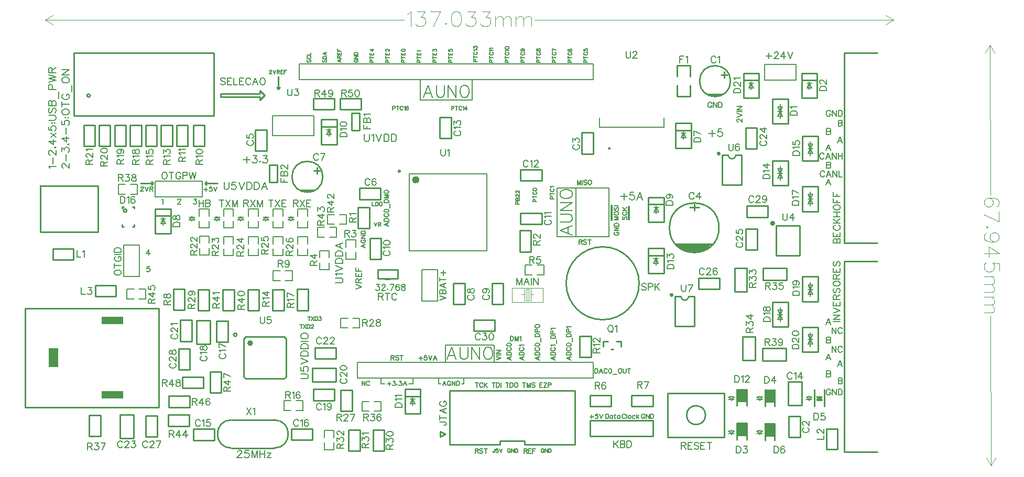
<source format=gto>
G04 Layer: TopSilkscreenLayer*
G04 EasyEDA v6.5.14, 2022-08-20 18:05:41*
G04 71264d21e31249e380a866b4b6076d16,6126cb6f80e34288b1b51c63ee1abbf7,10*
G04 Gerber Generator version 0.2*
G04 Scale: 100 percent, Rotated: No, Reflected: No *
G04 Dimensions in millimeters *
G04 leading zeros omitted , absolute positions ,4 integer and 5 decimal *
%FSLAX45Y45*%
%MOMM*%

%ADD10C,0.2032*%
%ADD11C,0.1778*%
%ADD12C,0.1016*%
%ADD13C,0.0254*%
%ADD14C,0.2540*%
%ADD15C,0.3048*%
%ADD16C,0.1000*%
%ADD17C,0.2286*%
%ADD18C,0.1999*%
%ADD19C,0.2030*%
%ADD20C,0.2000*%
%ADD21C,0.1270*%
%ADD22C,0.2007*%
%ADD23C,0.2286*%
%ADD24C,0.6000*%
%ADD25C,0.3000*%
%ADD26C,0.4000*%
%ADD27C,0.2489*%
%ADD28C,0.0147*%

%LPD*%
D10*
X6373113Y-1870455D02*
G01*
X6299200Y-2064257D01*
X6373113Y-1870455D02*
G01*
X6447027Y-2064257D01*
X6326886Y-1999742D02*
G01*
X6419341Y-1999742D01*
X6507988Y-1870455D02*
G01*
X6507988Y-2008886D01*
X6517131Y-2036571D01*
X6535674Y-2055113D01*
X6563359Y-2064257D01*
X6581902Y-2064257D01*
X6609588Y-2055113D01*
X6628129Y-2036571D01*
X6637274Y-2008886D01*
X6637274Y-1870455D01*
X6698234Y-1870455D02*
G01*
X6698234Y-2064257D01*
X6698234Y-1870455D02*
G01*
X6827520Y-2064257D01*
X6827520Y-1870455D02*
G01*
X6827520Y-2064257D01*
X6943852Y-1870455D02*
G01*
X6925309Y-1879600D01*
X6907022Y-1898142D01*
X6897624Y-1916429D01*
X6888479Y-1944370D01*
X6888479Y-1990344D01*
X6897624Y-2018029D01*
X6907022Y-2036571D01*
X6925309Y-2055113D01*
X6943852Y-2064257D01*
X6980936Y-2064257D01*
X6999224Y-2055113D01*
X7017765Y-2036571D01*
X7026909Y-2018029D01*
X7036308Y-1990344D01*
X7036308Y-1944370D01*
X7026909Y-1916429D01*
X7017765Y-1898142D01*
X6999224Y-1879600D01*
X6980936Y-1870455D01*
X6943852Y-1870455D01*
X8508994Y-4219194D02*
G01*
X8702796Y-4293107D01*
X8508994Y-4219194D02*
G01*
X8702796Y-4145279D01*
X8638280Y-4265421D02*
G01*
X8638280Y-4172965D01*
X8508994Y-4084320D02*
G01*
X8647424Y-4084320D01*
X8675110Y-4075176D01*
X8693652Y-4056634D01*
X8702796Y-4028947D01*
X8702796Y-4010405D01*
X8693652Y-3982720D01*
X8675110Y-3964178D01*
X8647424Y-3955034D01*
X8508994Y-3955034D01*
X8508994Y-3894073D02*
G01*
X8702796Y-3894073D01*
X8508994Y-3894073D02*
G01*
X8702796Y-3764787D01*
X8508994Y-3764787D02*
G01*
X8702796Y-3764787D01*
X8508994Y-3648455D02*
G01*
X8518138Y-3666997D01*
X8536680Y-3685286D01*
X8554968Y-3694684D01*
X8582908Y-3703828D01*
X8628882Y-3703828D01*
X8656568Y-3694684D01*
X8675110Y-3685286D01*
X8693652Y-3666997D01*
X8702796Y-3648455D01*
X8702796Y-3611371D01*
X8693652Y-3593084D01*
X8675110Y-3574542D01*
X8656568Y-3565397D01*
X8628882Y-3556000D01*
X8582908Y-3556000D01*
X8554968Y-3565397D01*
X8536680Y-3574542D01*
X8518138Y-3593084D01*
X8508994Y-3611371D01*
X8508994Y-3648455D01*
X6754113Y-6108702D02*
G01*
X6680200Y-6302504D01*
X6754113Y-6108702D02*
G01*
X6828027Y-6302504D01*
X6707886Y-6237988D02*
G01*
X6800341Y-6237988D01*
X6888988Y-6108702D02*
G01*
X6888988Y-6247132D01*
X6898131Y-6274818D01*
X6916674Y-6293360D01*
X6944359Y-6302504D01*
X6962902Y-6302504D01*
X6990588Y-6293360D01*
X7009129Y-6274818D01*
X7018274Y-6247132D01*
X7018274Y-6108702D01*
X7079234Y-6108702D02*
G01*
X7079234Y-6302504D01*
X7079234Y-6108702D02*
G01*
X7208520Y-6302504D01*
X7208520Y-6108702D02*
G01*
X7208520Y-6302504D01*
X7324852Y-6108702D02*
G01*
X7306309Y-6117846D01*
X7288022Y-6136388D01*
X7278624Y-6154676D01*
X7269479Y-6182616D01*
X7269479Y-6228590D01*
X7278624Y-6256276D01*
X7288022Y-6274818D01*
X7306309Y-6293360D01*
X7324852Y-6302504D01*
X7361936Y-6302504D01*
X7380224Y-6293360D01*
X7398765Y-6274818D01*
X7407909Y-6256276D01*
X7417308Y-6228590D01*
X7417308Y-6182616D01*
X7407909Y-6154676D01*
X7398765Y-6136388D01*
X7380224Y-6117846D01*
X7361936Y-6108702D01*
X7324852Y-6108702D01*
X5346700Y-2658871D02*
G01*
X5346700Y-2745486D01*
X5352541Y-2762757D01*
X5363972Y-2774442D01*
X5381243Y-2780284D01*
X5392927Y-2780284D01*
X5410200Y-2774442D01*
X5421629Y-2762757D01*
X5427472Y-2745486D01*
X5427472Y-2658871D01*
X5465572Y-2681986D02*
G01*
X5477256Y-2676144D01*
X5494527Y-2658871D01*
X5494527Y-2780284D01*
X5532627Y-2658871D02*
G01*
X5578856Y-2780284D01*
X5624829Y-2658871D02*
G01*
X5578856Y-2780284D01*
X5662929Y-2658871D02*
G01*
X5662929Y-2780284D01*
X5662929Y-2658871D02*
G01*
X5703570Y-2658871D01*
X5720841Y-2664713D01*
X5732272Y-2676144D01*
X5738113Y-2687828D01*
X5743956Y-2705100D01*
X5743956Y-2734055D01*
X5738113Y-2751328D01*
X5732272Y-2762757D01*
X5720841Y-2774442D01*
X5703570Y-2780284D01*
X5662929Y-2780284D01*
X5782056Y-2658871D02*
G01*
X5782056Y-2780284D01*
X5782056Y-2658871D02*
G01*
X5822441Y-2658871D01*
X5839713Y-2664713D01*
X5851143Y-2676144D01*
X5856986Y-2687828D01*
X5862827Y-2705100D01*
X5862827Y-2734055D01*
X5856986Y-2751328D01*
X5851143Y-2762757D01*
X5839713Y-2774442D01*
X5822441Y-2780284D01*
X5782056Y-2780284D01*
X3442970Y-3024631D02*
G01*
X3442970Y-3128771D01*
X3390900Y-3076702D02*
G01*
X3494786Y-3076702D01*
X3544570Y-3007360D02*
G01*
X3608070Y-3007360D01*
X3573272Y-3053587D01*
X3590543Y-3053587D01*
X3602227Y-3059429D01*
X3608070Y-3065271D01*
X3613658Y-3082544D01*
X3613658Y-3093973D01*
X3608070Y-3111245D01*
X3596386Y-3122929D01*
X3579113Y-3128771D01*
X3561841Y-3128771D01*
X3544570Y-3122929D01*
X3538727Y-3117087D01*
X3532886Y-3105657D01*
X3657600Y-3099815D02*
G01*
X3651758Y-3105657D01*
X3657600Y-3111245D01*
X3663441Y-3105657D01*
X3657600Y-3099815D01*
X3712972Y-3007360D02*
G01*
X3776472Y-3007360D01*
X3741927Y-3053587D01*
X3759200Y-3053587D01*
X3770629Y-3059429D01*
X3776472Y-3065271D01*
X3782313Y-3082544D01*
X3782313Y-3093973D01*
X3776472Y-3111245D01*
X3765041Y-3122929D01*
X3747770Y-3128771D01*
X3730243Y-3128771D01*
X3712972Y-3122929D01*
X3707129Y-3117087D01*
X3701541Y-3105657D01*
X3078479Y-3436622D02*
G01*
X3078479Y-3523236D01*
X3084322Y-3540508D01*
X3095752Y-3552192D01*
X3113024Y-3558034D01*
X3124708Y-3558034D01*
X3141979Y-3552192D01*
X3153409Y-3540508D01*
X3159252Y-3523236D01*
X3159252Y-3436622D01*
X3266693Y-3436622D02*
G01*
X3209036Y-3436622D01*
X3203193Y-3488692D01*
X3209036Y-3482850D01*
X3226308Y-3477008D01*
X3243579Y-3477008D01*
X3260852Y-3482850D01*
X3272536Y-3494534D01*
X3278124Y-3511806D01*
X3278124Y-3523236D01*
X3272536Y-3540508D01*
X3260852Y-3552192D01*
X3243579Y-3558034D01*
X3226308Y-3558034D01*
X3209036Y-3552192D01*
X3203193Y-3546350D01*
X3197352Y-3534920D01*
X3316224Y-3436622D02*
G01*
X3362452Y-3558034D01*
X3408679Y-3436622D02*
G01*
X3362452Y-3558034D01*
X3446779Y-3436622D02*
G01*
X3446779Y-3558034D01*
X3446779Y-3436622D02*
G01*
X3487165Y-3436622D01*
X3504438Y-3442464D01*
X3516122Y-3453894D01*
X3521709Y-3465578D01*
X3527552Y-3482850D01*
X3527552Y-3511806D01*
X3521709Y-3529078D01*
X3516122Y-3540508D01*
X3504438Y-3552192D01*
X3487165Y-3558034D01*
X3446779Y-3558034D01*
X3565652Y-3436622D02*
G01*
X3565652Y-3558034D01*
X3565652Y-3436622D02*
G01*
X3606038Y-3436622D01*
X3623309Y-3442464D01*
X3634993Y-3453894D01*
X3640836Y-3465578D01*
X3646424Y-3482850D01*
X3646424Y-3511806D01*
X3640836Y-3529078D01*
X3634993Y-3540508D01*
X3623309Y-3552192D01*
X3606038Y-3558034D01*
X3565652Y-3558034D01*
X3730752Y-3436622D02*
G01*
X3684524Y-3558034D01*
X3730752Y-3436622D02*
G01*
X3776979Y-3558034D01*
X3702050Y-3517394D02*
G01*
X3759708Y-3517394D01*
X4876802Y-5066029D02*
G01*
X4963416Y-5066029D01*
X4980688Y-5060187D01*
X4992372Y-5048757D01*
X4998214Y-5031486D01*
X4998214Y-5019802D01*
X4992372Y-5002529D01*
X4980688Y-4991100D01*
X4963416Y-4985257D01*
X4876802Y-4985257D01*
X4899916Y-4947157D02*
G01*
X4894074Y-4935473D01*
X4876802Y-4918202D01*
X4998214Y-4918202D01*
X4876802Y-4880102D02*
G01*
X4998214Y-4833873D01*
X4876802Y-4787900D02*
G01*
X4998214Y-4833873D01*
X4876802Y-4749800D02*
G01*
X4998214Y-4749800D01*
X4876802Y-4749800D02*
G01*
X4876802Y-4709160D01*
X4882644Y-4691887D01*
X4894074Y-4680457D01*
X4905758Y-4674615D01*
X4923030Y-4668773D01*
X4951986Y-4668773D01*
X4969258Y-4674615D01*
X4980688Y-4680457D01*
X4992372Y-4691887D01*
X4998214Y-4709160D01*
X4998214Y-4749800D01*
X4876802Y-4630673D02*
G01*
X4998214Y-4630673D01*
X4876802Y-4630673D02*
G01*
X4876802Y-4590287D01*
X4882644Y-4573015D01*
X4894074Y-4561586D01*
X4905758Y-4555744D01*
X4923030Y-4549902D01*
X4951986Y-4549902D01*
X4969258Y-4555744D01*
X4980688Y-4561586D01*
X4992372Y-4573015D01*
X4998214Y-4590287D01*
X4998214Y-4630673D01*
X4876802Y-4465573D02*
G01*
X4998214Y-4511802D01*
X4876802Y-4465573D02*
G01*
X4998214Y-4419600D01*
X4957574Y-4494529D02*
G01*
X4957574Y-4436871D01*
X4318000Y-6616702D02*
G01*
X4404613Y-6616702D01*
X4421886Y-6610860D01*
X4433570Y-6599430D01*
X4439411Y-6582158D01*
X4439411Y-6570474D01*
X4433570Y-6553202D01*
X4421886Y-6541772D01*
X4404613Y-6535930D01*
X4318000Y-6535930D01*
X4318000Y-6428488D02*
G01*
X4318000Y-6486146D01*
X4370070Y-6491988D01*
X4364227Y-6486146D01*
X4358386Y-6468874D01*
X4358386Y-6451602D01*
X4364227Y-6434330D01*
X4375911Y-6422646D01*
X4393184Y-6417058D01*
X4404613Y-6417058D01*
X4421886Y-6422646D01*
X4433570Y-6434330D01*
X4439411Y-6451602D01*
X4439411Y-6468874D01*
X4433570Y-6486146D01*
X4427727Y-6491988D01*
X4416297Y-6497830D01*
X4318000Y-6378958D02*
G01*
X4439411Y-6332730D01*
X4318000Y-6286502D02*
G01*
X4439411Y-6332730D01*
X4318000Y-6248402D02*
G01*
X4439411Y-6248402D01*
X4318000Y-6248402D02*
G01*
X4318000Y-6208016D01*
X4323841Y-6190744D01*
X4335272Y-6179060D01*
X4346956Y-6173472D01*
X4364227Y-6167630D01*
X4393184Y-6167630D01*
X4410456Y-6173472D01*
X4421886Y-6179060D01*
X4433570Y-6190744D01*
X4439411Y-6208016D01*
X4439411Y-6248402D01*
X4318000Y-6129530D02*
G01*
X4439411Y-6129530D01*
X4318000Y-6129530D02*
G01*
X4318000Y-6089144D01*
X4323841Y-6071872D01*
X4335272Y-6060188D01*
X4346956Y-6054346D01*
X4364227Y-6048758D01*
X4393184Y-6048758D01*
X4410456Y-6054346D01*
X4421886Y-6060188D01*
X4433570Y-6071872D01*
X4439411Y-6089144D01*
X4439411Y-6129530D01*
X4318000Y-6010658D02*
G01*
X4439411Y-6010658D01*
X4318000Y-5937760D02*
G01*
X4323841Y-5949444D01*
X4335272Y-5960874D01*
X4346956Y-5966716D01*
X4364227Y-5972558D01*
X4393184Y-5972558D01*
X4410456Y-5966716D01*
X4421886Y-5960874D01*
X4433570Y-5949444D01*
X4439411Y-5937760D01*
X4439411Y-5914646D01*
X4433570Y-5903216D01*
X4421886Y-5891532D01*
X4410456Y-5885944D01*
X4393184Y-5880102D01*
X4364227Y-5880102D01*
X4346956Y-5885944D01*
X4335272Y-5891532D01*
X4323841Y-5903216D01*
X4318000Y-5914646D01*
X4318000Y-5937760D01*
X10961375Y-2595374D02*
G01*
X10961375Y-2699514D01*
X10909305Y-2647444D02*
G01*
X11013191Y-2647444D01*
X11120633Y-2578102D02*
G01*
X11062975Y-2578102D01*
X11057133Y-2630172D01*
X11062975Y-2624330D01*
X11080247Y-2618488D01*
X11097519Y-2618488D01*
X11114791Y-2624330D01*
X11126475Y-2636014D01*
X11132063Y-2653286D01*
X11132063Y-2664716D01*
X11126475Y-2681988D01*
X11114791Y-2693672D01*
X11097519Y-2699514D01*
X11080247Y-2699514D01*
X11062975Y-2693672D01*
X11057133Y-2687830D01*
X11051291Y-2676400D01*
X5746241Y-6662676D02*
G01*
X5746241Y-6725160D01*
X5715000Y-6693918D02*
G01*
X5777229Y-6693918D01*
X5807202Y-6652262D02*
G01*
X5845302Y-6652262D01*
X5824474Y-6679948D01*
X5834888Y-6679948D01*
X5841745Y-6683504D01*
X5845302Y-6687060D01*
X5848604Y-6697474D01*
X5848604Y-6704332D01*
X5845302Y-6714746D01*
X5838190Y-6721604D01*
X5828029Y-6725160D01*
X5817615Y-6725160D01*
X5807202Y-6721604D01*
X5803645Y-6718048D01*
X5800090Y-6711190D01*
X5875020Y-6707888D02*
G01*
X5871463Y-6711190D01*
X5875020Y-6714746D01*
X5878575Y-6711190D01*
X5875020Y-6707888D01*
X5908293Y-6652262D02*
G01*
X5946393Y-6652262D01*
X5925565Y-6679948D01*
X5935979Y-6679948D01*
X5942838Y-6683504D01*
X5946393Y-6687060D01*
X5949950Y-6697474D01*
X5949950Y-6704332D01*
X5946393Y-6714746D01*
X5939536Y-6721604D01*
X5929122Y-6725160D01*
X5918708Y-6725160D01*
X5908293Y-6721604D01*
X5904738Y-6718048D01*
X5901436Y-6711190D01*
X6000495Y-6652262D02*
G01*
X5972809Y-6725160D01*
X6000495Y-6652262D02*
G01*
X6028181Y-6725160D01*
X5982970Y-6700776D02*
G01*
X6017768Y-6700776D01*
X9538975Y-3618989D02*
G01*
X9538975Y-3723129D01*
X9486905Y-3671059D02*
G01*
X9590791Y-3671059D01*
X9698233Y-3601717D02*
G01*
X9640575Y-3601717D01*
X9634733Y-3653787D01*
X9640575Y-3647945D01*
X9657847Y-3642103D01*
X9675119Y-3642103D01*
X9692391Y-3647945D01*
X9704075Y-3659629D01*
X9709663Y-3676901D01*
X9709663Y-3688331D01*
X9704075Y-3705603D01*
X9692391Y-3717287D01*
X9675119Y-3723129D01*
X9657847Y-3723129D01*
X9640575Y-3717287D01*
X9634733Y-3711445D01*
X9628891Y-3700015D01*
X9793991Y-3601717D02*
G01*
X9747763Y-3723129D01*
X9793991Y-3601717D02*
G01*
X9840219Y-3723129D01*
X9765035Y-3682489D02*
G01*
X9822947Y-3682489D01*
X5290058Y-4469129D02*
G01*
X5362956Y-4496815D01*
X5290058Y-4469129D02*
G01*
X5362956Y-4441444D01*
X5338572Y-4486402D02*
G01*
X5338572Y-4451857D01*
X5307584Y-4366513D02*
G01*
X5300472Y-4370070D01*
X5293613Y-4376928D01*
X5290058Y-4383786D01*
X5290058Y-4397755D01*
X5293613Y-4404613D01*
X5300472Y-4411726D01*
X5307584Y-4415028D01*
X5317743Y-4418584D01*
X5335270Y-4418584D01*
X5345684Y-4415028D01*
X5352541Y-4411726D01*
X5359400Y-4404613D01*
X5362956Y-4397755D01*
X5362956Y-4383786D01*
X5359400Y-4376928D01*
X5352541Y-4370070D01*
X5345684Y-4366513D01*
X5335270Y-4366513D01*
X5335270Y-4383786D02*
G01*
X5335270Y-4366513D01*
X5290058Y-4343654D02*
G01*
X5362956Y-4343654D01*
X5290058Y-4343654D02*
G01*
X5362956Y-4295139D01*
X5290058Y-4295139D02*
G01*
X5362956Y-4295139D01*
X5290058Y-4272279D02*
G01*
X5362956Y-4272279D01*
X5290058Y-4272279D02*
G01*
X5290058Y-4248150D01*
X5293613Y-4237736D01*
X5300472Y-4230878D01*
X5307584Y-4227321D01*
X5317743Y-4223765D01*
X5335270Y-4223765D01*
X5345684Y-4227321D01*
X5352541Y-4230878D01*
X5359400Y-4237736D01*
X5362956Y-4248150D01*
X5362956Y-4272279D01*
X5207005Y-5165854D02*
G01*
X5304033Y-5129024D01*
X5207005Y-5091940D02*
G01*
X5304033Y-5129024D01*
X5207005Y-5061460D02*
G01*
X5304033Y-5061460D01*
X5207005Y-5061460D02*
G01*
X5207005Y-5019804D01*
X5211577Y-5006088D01*
X5216149Y-5001516D01*
X5225547Y-4996944D01*
X5234691Y-4996944D01*
X5243835Y-5001516D01*
X5248407Y-5006088D01*
X5253233Y-5019804D01*
X5253233Y-5061460D01*
X5253233Y-5029202D02*
G01*
X5304033Y-4996944D01*
X5207005Y-4966464D02*
G01*
X5304033Y-4966464D01*
X5207005Y-4966464D02*
G01*
X5207005Y-4906266D01*
X5253233Y-4966464D02*
G01*
X5253233Y-4929380D01*
X5304033Y-4966464D02*
G01*
X5304033Y-4906266D01*
X5207005Y-4875786D02*
G01*
X5304033Y-4875786D01*
X5207005Y-4875786D02*
G01*
X5207005Y-4815842D01*
X5253233Y-4875786D02*
G01*
X5253233Y-4838956D01*
X2784607Y-3521966D02*
G01*
X2784607Y-3584196D01*
X2753365Y-3553208D02*
G01*
X2815595Y-3553208D01*
X2880111Y-3511552D02*
G01*
X2845567Y-3511552D01*
X2842011Y-3542794D01*
X2845567Y-3539238D01*
X2855981Y-3535682D01*
X2866395Y-3535682D01*
X2876555Y-3539238D01*
X2883667Y-3546096D01*
X2886969Y-3556510D01*
X2886969Y-3563368D01*
X2883667Y-3573782D01*
X2876555Y-3580894D01*
X2866395Y-3584196D01*
X2855981Y-3584196D01*
X2845567Y-3580894D01*
X2842011Y-3577338D01*
X2838455Y-3570480D01*
X2909829Y-3511552D02*
G01*
X2937515Y-3584196D01*
X2965455Y-3511552D02*
G01*
X2937515Y-3584196D01*
X1733295Y-3529076D02*
G01*
X1733295Y-3525520D01*
X1736597Y-3518662D01*
X1740154Y-3515105D01*
X1747012Y-3511550D01*
X1760981Y-3511550D01*
X1767839Y-3515105D01*
X1771395Y-3518662D01*
X1774697Y-3525520D01*
X1774697Y-3532378D01*
X1771395Y-3539236D01*
X1764284Y-3549650D01*
X1729739Y-3584447D01*
X1778254Y-3584447D01*
X1801113Y-3511550D02*
G01*
X1828800Y-3584447D01*
X1856486Y-3511550D02*
G01*
X1828800Y-3584447D01*
X1879345Y-3511550D02*
G01*
X1879345Y-3584447D01*
X1879345Y-3511550D02*
G01*
X1910587Y-3511550D01*
X1921002Y-3515105D01*
X1924304Y-3518662D01*
X1927860Y-3525520D01*
X1927860Y-3532378D01*
X1924304Y-3539236D01*
X1921002Y-3542792D01*
X1910587Y-3546347D01*
X1879345Y-3546347D01*
X1903729Y-3546347D02*
G01*
X1927860Y-3584447D01*
X7161529Y-6680200D02*
G01*
X7161529Y-6753097D01*
X7137400Y-6680200D02*
G01*
X7185913Y-6680200D01*
X7260590Y-6697726D02*
G01*
X7257288Y-6690613D01*
X7250429Y-6683755D01*
X7243318Y-6680200D01*
X7229602Y-6680200D01*
X7222490Y-6683755D01*
X7215631Y-6690613D01*
X7212329Y-6697726D01*
X7208774Y-6707886D01*
X7208774Y-6725412D01*
X7212329Y-6735826D01*
X7215631Y-6742684D01*
X7222490Y-6749542D01*
X7229602Y-6753097D01*
X7243318Y-6753097D01*
X7250429Y-6749542D01*
X7257288Y-6742684D01*
X7260590Y-6735826D01*
X7283450Y-6680200D02*
G01*
X7283450Y-6753097D01*
X7331963Y-6680200D02*
G01*
X7283450Y-6728713D01*
X7300975Y-6711442D02*
G01*
X7331963Y-6753097D01*
X7432547Y-6680200D02*
G01*
X7432547Y-6753097D01*
X7408163Y-6680200D02*
G01*
X7456677Y-6680200D01*
X7479538Y-6680200D02*
G01*
X7479538Y-6753097D01*
X7479538Y-6680200D02*
G01*
X7503922Y-6680200D01*
X7514336Y-6683755D01*
X7521193Y-6690613D01*
X7524750Y-6697726D01*
X7528052Y-6707886D01*
X7528052Y-6725412D01*
X7524750Y-6735826D01*
X7521193Y-6742684D01*
X7514336Y-6749542D01*
X7503922Y-6753097D01*
X7479538Y-6753097D01*
X7550911Y-6680200D02*
G01*
X7550911Y-6753097D01*
X7651495Y-6680200D02*
G01*
X7651495Y-6753097D01*
X7627111Y-6680200D02*
G01*
X7675625Y-6680200D01*
X7698486Y-6680200D02*
G01*
X7698486Y-6753097D01*
X7698486Y-6680200D02*
G01*
X7722870Y-6680200D01*
X7733029Y-6683755D01*
X7740141Y-6690613D01*
X7743443Y-6697726D01*
X7747000Y-6707886D01*
X7747000Y-6725412D01*
X7743443Y-6735826D01*
X7740141Y-6742684D01*
X7733029Y-6749542D01*
X7722870Y-6753097D01*
X7698486Y-6753097D01*
X7790688Y-6680200D02*
G01*
X7783829Y-6683755D01*
X7776718Y-6690613D01*
X7773415Y-6697726D01*
X7769859Y-6707886D01*
X7769859Y-6725412D01*
X7773415Y-6735826D01*
X7776718Y-6742684D01*
X7783829Y-6749542D01*
X7790688Y-6753097D01*
X7804404Y-6753097D01*
X7811515Y-6749542D01*
X7818374Y-6742684D01*
X7821929Y-6735826D01*
X7825231Y-6725412D01*
X7825231Y-6707886D01*
X7821929Y-6697726D01*
X7818374Y-6690613D01*
X7811515Y-6683755D01*
X7804404Y-6680200D01*
X7790688Y-6680200D01*
X7925815Y-6680200D02*
G01*
X7925815Y-6753097D01*
X7901431Y-6680200D02*
G01*
X7949945Y-6680200D01*
X7972806Y-6680200D02*
G01*
X7972806Y-6753097D01*
X7972806Y-6680200D02*
G01*
X8000491Y-6753097D01*
X8028177Y-6680200D02*
G01*
X8000491Y-6753097D01*
X8028177Y-6680200D02*
G01*
X8028177Y-6753097D01*
X8099552Y-6690613D02*
G01*
X8092693Y-6683755D01*
X8082279Y-6680200D01*
X8068309Y-6680200D01*
X8058150Y-6683755D01*
X8051038Y-6690613D01*
X8051038Y-6697726D01*
X8054593Y-6704584D01*
X8058150Y-6707886D01*
X8065008Y-6711442D01*
X8085836Y-6718300D01*
X8092693Y-6721855D01*
X8096250Y-6725412D01*
X8099552Y-6732270D01*
X8099552Y-6742684D01*
X8092693Y-6749542D01*
X8082279Y-6753097D01*
X8068309Y-6753097D01*
X8058150Y-6749542D01*
X8051038Y-6742684D01*
X8175752Y-6680200D02*
G01*
X8175752Y-6753097D01*
X8175752Y-6680200D02*
G01*
X8220709Y-6680200D01*
X8175752Y-6714997D02*
G01*
X8203438Y-6714997D01*
X8175752Y-6753097D02*
G01*
X8220709Y-6753097D01*
X8292084Y-6680200D02*
G01*
X8243570Y-6753097D01*
X8243570Y-6680200D02*
G01*
X8292084Y-6680200D01*
X8243570Y-6753097D02*
G01*
X8292084Y-6753097D01*
X8314943Y-6680200D02*
G01*
X8314943Y-6753097D01*
X8314943Y-6680200D02*
G01*
X8346186Y-6680200D01*
X8356600Y-6683755D01*
X8360156Y-6687312D01*
X8363458Y-6694170D01*
X8363458Y-6704584D01*
X8360156Y-6711442D01*
X8356600Y-6714997D01*
X8346186Y-6718300D01*
X8314943Y-6718300D01*
X7137400Y-7747000D02*
G01*
X7137400Y-7819897D01*
X7137400Y-7747000D02*
G01*
X7168641Y-7747000D01*
X7179056Y-7750555D01*
X7182358Y-7754112D01*
X7185913Y-7760970D01*
X7185913Y-7767828D01*
X7182358Y-7774686D01*
X7179056Y-7778242D01*
X7168641Y-7781797D01*
X7137400Y-7781797D01*
X7161529Y-7781797D02*
G01*
X7185913Y-7819897D01*
X7257288Y-7757413D02*
G01*
X7250429Y-7750555D01*
X7240015Y-7747000D01*
X7226045Y-7747000D01*
X7215631Y-7750555D01*
X7208774Y-7757413D01*
X7208774Y-7764526D01*
X7212329Y-7771384D01*
X7215631Y-7774686D01*
X7222490Y-7778242D01*
X7243318Y-7785100D01*
X7250429Y-7788655D01*
X7253731Y-7792212D01*
X7257288Y-7799070D01*
X7257288Y-7809484D01*
X7250429Y-7816342D01*
X7240015Y-7819897D01*
X7226045Y-7819897D01*
X7215631Y-7816342D01*
X7208774Y-7809484D01*
X7304277Y-7747000D02*
G01*
X7304277Y-7819897D01*
X7280147Y-7747000D02*
G01*
X7328661Y-7747000D01*
X8813800Y-4368800D02*
G01*
X8813800Y-4441697D01*
X8813800Y-4368800D02*
G01*
X8845041Y-4368800D01*
X8855456Y-4372355D01*
X8858758Y-4375912D01*
X8862313Y-4382770D01*
X8862313Y-4389628D01*
X8858758Y-4396486D01*
X8855456Y-4400042D01*
X8845041Y-4403597D01*
X8813800Y-4403597D01*
X8837929Y-4403597D02*
G01*
X8862313Y-4441697D01*
X8933688Y-4379213D02*
G01*
X8926829Y-4372355D01*
X8916415Y-4368800D01*
X8902445Y-4368800D01*
X8892031Y-4372355D01*
X8885174Y-4379213D01*
X8885174Y-4386326D01*
X8888729Y-4393184D01*
X8892031Y-4396486D01*
X8898890Y-4400042D01*
X8919718Y-4406900D01*
X8926829Y-4410455D01*
X8930131Y-4414012D01*
X8933688Y-4420870D01*
X8933688Y-4431284D01*
X8926829Y-4438142D01*
X8916415Y-4441697D01*
X8902445Y-4441697D01*
X8892031Y-4438142D01*
X8885174Y-4431284D01*
X8980677Y-4368800D02*
G01*
X8980677Y-4441697D01*
X8956547Y-4368800D02*
G01*
X9005061Y-4368800D01*
X8788400Y-3403597D02*
G01*
X8788400Y-3476495D01*
X8788400Y-3403597D02*
G01*
X8816086Y-3476495D01*
X8843772Y-3403597D02*
G01*
X8816086Y-3476495D01*
X8843772Y-3403597D02*
G01*
X8843772Y-3476495D01*
X8866631Y-3403597D02*
G01*
X8866631Y-3476495D01*
X8938006Y-3414011D02*
G01*
X8931147Y-3407153D01*
X8920734Y-3403597D01*
X8906763Y-3403597D01*
X8896350Y-3407153D01*
X8889491Y-3414011D01*
X8889491Y-3421123D01*
X8893047Y-3427981D01*
X8896350Y-3431283D01*
X8903461Y-3434839D01*
X8924290Y-3441697D01*
X8931147Y-3445253D01*
X8934450Y-3448809D01*
X8938006Y-3455667D01*
X8938006Y-3466081D01*
X8931147Y-3472939D01*
X8920734Y-3476495D01*
X8906763Y-3476495D01*
X8896350Y-3472939D01*
X8889491Y-3466081D01*
X8981693Y-3403597D02*
G01*
X8974836Y-3407153D01*
X8967724Y-3414011D01*
X8964422Y-3421123D01*
X8960865Y-3431283D01*
X8960865Y-3448809D01*
X8964422Y-3459223D01*
X8967724Y-3466081D01*
X8974836Y-3472939D01*
X8981693Y-3476495D01*
X8995409Y-3476495D01*
X9002522Y-3472939D01*
X9009379Y-3466081D01*
X9012936Y-3459223D01*
X9016238Y-3448809D01*
X9016238Y-3431283D01*
X9012936Y-3421123D01*
X9009379Y-3414011D01*
X9002522Y-3407153D01*
X8995409Y-3403597D01*
X8981693Y-3403597D01*
X9378693Y-4048747D02*
G01*
X9451591Y-4048747D01*
X9378693Y-4048747D02*
G01*
X9451591Y-4021061D01*
X9378693Y-3993375D02*
G01*
X9451591Y-4021061D01*
X9378693Y-3993375D02*
G01*
X9451591Y-3993375D01*
X9378693Y-3949687D02*
G01*
X9382249Y-3956545D01*
X9389107Y-3963657D01*
X9396219Y-3966959D01*
X9406379Y-3970515D01*
X9423905Y-3970515D01*
X9434319Y-3966959D01*
X9441177Y-3963657D01*
X9448035Y-3956545D01*
X9451591Y-3949687D01*
X9451591Y-3935717D01*
X9448035Y-3928859D01*
X9441177Y-3922001D01*
X9434319Y-3918445D01*
X9423905Y-3915143D01*
X9406379Y-3915143D01*
X9396219Y-3918445D01*
X9389107Y-3922001D01*
X9382249Y-3928859D01*
X9378693Y-3935717D01*
X9378693Y-3949687D01*
X9389107Y-3843769D02*
G01*
X9382249Y-3850627D01*
X9378693Y-3861041D01*
X9378693Y-3874757D01*
X9382249Y-3885171D01*
X9389107Y-3892283D01*
X9396219Y-3892283D01*
X9403077Y-3888727D01*
X9406379Y-3885171D01*
X9409935Y-3878313D01*
X9416793Y-3857485D01*
X9420349Y-3850627D01*
X9423905Y-3847071D01*
X9430763Y-3843769D01*
X9441177Y-3843769D01*
X9448035Y-3850627D01*
X9451591Y-3861041D01*
X9451591Y-3874757D01*
X9448035Y-3885171D01*
X9441177Y-3892283D01*
X9378693Y-3820909D02*
G01*
X9451591Y-3820909D01*
X4428236Y-1459484D02*
G01*
X4422393Y-1465326D01*
X4419600Y-1473962D01*
X4419600Y-1485392D01*
X4422393Y-1494028D01*
X4428236Y-1499870D01*
X4433824Y-1499870D01*
X4439665Y-1497076D01*
X4442713Y-1494028D01*
X4445508Y-1488439D01*
X4451350Y-1470913D01*
X4454143Y-1465326D01*
X4456938Y-1462278D01*
X4462779Y-1459484D01*
X4471415Y-1459484D01*
X4477258Y-1465326D01*
X4480052Y-1473962D01*
X4480052Y-1485392D01*
X4477258Y-1494028D01*
X4471415Y-1499870D01*
X4433824Y-1397000D02*
G01*
X4428236Y-1400047D01*
X4422393Y-1405889D01*
X4419600Y-1411478D01*
X4419600Y-1423162D01*
X4422393Y-1428750D01*
X4428236Y-1434592D01*
X4433824Y-1437639D01*
X4442713Y-1440434D01*
X4456938Y-1440434D01*
X4465574Y-1437639D01*
X4471415Y-1434592D01*
X4477258Y-1428750D01*
X4480052Y-1423162D01*
X4480052Y-1411478D01*
X4477258Y-1405889D01*
X4471415Y-1400047D01*
X4465574Y-1397000D01*
X4419600Y-1377950D02*
G01*
X4480052Y-1377950D01*
X4480052Y-1377950D02*
G01*
X4480052Y-1343405D01*
X4682230Y-1459484D02*
G01*
X4676388Y-1465326D01*
X4673594Y-1473962D01*
X4673594Y-1485392D01*
X4676388Y-1494028D01*
X4682230Y-1499870D01*
X4687818Y-1499870D01*
X4693660Y-1497076D01*
X4696708Y-1494028D01*
X4699502Y-1488439D01*
X4705344Y-1470913D01*
X4708138Y-1465326D01*
X4710932Y-1462278D01*
X4716774Y-1459484D01*
X4725410Y-1459484D01*
X4731252Y-1465326D01*
X4734046Y-1473962D01*
X4734046Y-1485392D01*
X4731252Y-1494028D01*
X4725410Y-1499870D01*
X4673594Y-1440434D02*
G01*
X4734046Y-1440434D01*
X4673594Y-1440434D02*
G01*
X4673594Y-1420113D01*
X4676388Y-1411478D01*
X4682230Y-1405889D01*
X4687818Y-1402842D01*
X4696708Y-1400047D01*
X4710932Y-1400047D01*
X4719568Y-1402842D01*
X4725410Y-1405889D01*
X4731252Y-1411478D01*
X4734046Y-1420113D01*
X4734046Y-1440434D01*
X4673594Y-1357884D02*
G01*
X4734046Y-1380997D01*
X4673594Y-1357884D02*
G01*
X4734046Y-1334770D01*
X4713980Y-1372362D02*
G01*
X4713980Y-1343405D01*
X3812793Y-1639823D02*
G01*
X3812793Y-1637029D01*
X3815841Y-1631187D01*
X3818636Y-1628394D01*
X3824477Y-1625600D01*
X3835908Y-1625600D01*
X3841750Y-1628394D01*
X3844543Y-1631187D01*
X3847591Y-1637029D01*
X3847591Y-1642871D01*
X3844543Y-1648713D01*
X3838956Y-1657350D01*
X3810000Y-1686052D01*
X3850386Y-1686052D01*
X3869436Y-1625600D02*
G01*
X3892550Y-1686052D01*
X3915663Y-1625600D02*
G01*
X3892550Y-1686052D01*
X3934713Y-1625600D02*
G01*
X3934713Y-1686052D01*
X3934713Y-1625600D02*
G01*
X3960622Y-1625600D01*
X3969258Y-1628394D01*
X3972306Y-1631187D01*
X3975100Y-1637029D01*
X3975100Y-1642871D01*
X3972306Y-1648713D01*
X3969258Y-1651507D01*
X3960622Y-1654302D01*
X3934713Y-1654302D01*
X3954779Y-1654302D02*
G01*
X3975100Y-1686052D01*
X3994150Y-1625600D02*
G01*
X3994150Y-1686052D01*
X3994150Y-1625600D02*
G01*
X4031741Y-1625600D01*
X3994150Y-1654302D02*
G01*
X4017263Y-1654302D01*
X3994150Y-1686052D02*
G01*
X4031741Y-1686052D01*
X4050791Y-1625600D02*
G01*
X4050791Y-1686052D01*
X4050791Y-1625600D02*
G01*
X4088129Y-1625600D01*
X4050791Y-1654302D02*
G01*
X4073906Y-1654302D01*
X5195829Y-1456695D02*
G01*
X5190241Y-1459489D01*
X5184399Y-1465331D01*
X5181605Y-1470919D01*
X5181605Y-1482603D01*
X5184399Y-1488445D01*
X5190241Y-1494033D01*
X5195829Y-1497081D01*
X5204719Y-1499875D01*
X5218943Y-1499875D01*
X5227579Y-1497081D01*
X5233421Y-1494033D01*
X5239263Y-1488445D01*
X5242057Y-1482603D01*
X5242057Y-1470919D01*
X5239263Y-1465331D01*
X5233421Y-1459489D01*
X5227579Y-1456695D01*
X5218943Y-1456695D01*
X5218943Y-1470919D02*
G01*
X5218943Y-1456695D01*
X5181605Y-1437645D02*
G01*
X5242057Y-1437645D01*
X5181605Y-1437645D02*
G01*
X5242057Y-1397005D01*
X5181605Y-1397005D02*
G01*
X5242057Y-1397005D01*
X5181605Y-1377955D02*
G01*
X5242057Y-1377955D01*
X5181605Y-1377955D02*
G01*
X5181605Y-1357889D01*
X5184399Y-1349253D01*
X5190241Y-1343411D01*
X5195829Y-1340617D01*
X5204719Y-1337569D01*
X5218943Y-1337569D01*
X5227579Y-1340617D01*
X5233421Y-1343411D01*
X5239263Y-1349253D01*
X5242057Y-1357889D01*
X5242057Y-1377955D01*
X5689600Y-1499870D02*
G01*
X5750052Y-1499870D01*
X5689600Y-1499870D02*
G01*
X5689600Y-1473962D01*
X5692393Y-1465326D01*
X5695188Y-1462278D01*
X5701029Y-1459484D01*
X5709665Y-1459484D01*
X5715508Y-1462278D01*
X5718302Y-1465326D01*
X5721350Y-1473962D01*
X5721350Y-1499870D01*
X5689600Y-1420113D02*
G01*
X5750052Y-1420113D01*
X5689600Y-1440434D02*
G01*
X5689600Y-1400047D01*
X5689600Y-1380997D02*
G01*
X5750052Y-1380997D01*
X5689600Y-1380997D02*
G01*
X5689600Y-1343405D01*
X5718302Y-1380997D02*
G01*
X5718302Y-1357884D01*
X5750052Y-1380997D02*
G01*
X5750052Y-1343405D01*
X5703824Y-1321562D02*
G01*
X5701029Y-1321562D01*
X5695188Y-1318513D01*
X5692393Y-1315720D01*
X5689600Y-1309878D01*
X5689600Y-1298447D01*
X5692393Y-1292605D01*
X5695188Y-1289812D01*
X5701029Y-1286763D01*
X5706872Y-1286763D01*
X5712713Y-1289812D01*
X5721350Y-1295400D01*
X5750052Y-1324355D01*
X5750052Y-1283970D01*
X5943600Y-1499870D02*
G01*
X6004052Y-1499870D01*
X5943600Y-1499870D02*
G01*
X5943600Y-1473962D01*
X5946393Y-1465326D01*
X5949188Y-1462278D01*
X5955029Y-1459484D01*
X5963665Y-1459484D01*
X5969508Y-1462278D01*
X5972302Y-1465326D01*
X5975350Y-1473962D01*
X5975350Y-1499870D01*
X5943600Y-1420113D02*
G01*
X6004052Y-1420113D01*
X5943600Y-1440434D02*
G01*
X5943600Y-1400047D01*
X5943600Y-1380997D02*
G01*
X6004052Y-1380997D01*
X5943600Y-1380997D02*
G01*
X5943600Y-1343405D01*
X5972302Y-1380997D02*
G01*
X5972302Y-1357884D01*
X6004052Y-1380997D02*
G01*
X6004052Y-1343405D01*
X5943600Y-1307084D02*
G01*
X5946393Y-1315720D01*
X5955029Y-1321562D01*
X5969508Y-1324355D01*
X5978143Y-1324355D01*
X5992622Y-1321562D01*
X6001258Y-1315720D01*
X6004052Y-1307084D01*
X6004052Y-1301242D01*
X6001258Y-1292605D01*
X5992622Y-1286763D01*
X5978143Y-1283970D01*
X5969508Y-1283970D01*
X5955029Y-1286763D01*
X5946393Y-1292605D01*
X5943600Y-1301242D01*
X5943600Y-1307084D01*
X6197600Y-1499870D02*
G01*
X6258052Y-1499870D01*
X6197600Y-1499870D02*
G01*
X6197600Y-1473962D01*
X6200393Y-1465326D01*
X6203188Y-1462278D01*
X6209029Y-1459484D01*
X6217665Y-1459484D01*
X6223508Y-1462278D01*
X6226302Y-1465326D01*
X6229350Y-1473962D01*
X6229350Y-1499870D01*
X6197600Y-1420113D02*
G01*
X6258052Y-1420113D01*
X6197600Y-1440434D02*
G01*
X6197600Y-1400047D01*
X6197600Y-1380997D02*
G01*
X6258052Y-1380997D01*
X6197600Y-1380997D02*
G01*
X6197600Y-1343405D01*
X6226302Y-1380997D02*
G01*
X6226302Y-1357884D01*
X6258052Y-1380997D02*
G01*
X6258052Y-1343405D01*
X6209029Y-1324355D02*
G01*
X6206236Y-1318513D01*
X6197600Y-1309878D01*
X6258052Y-1309878D01*
X6451600Y-1499870D02*
G01*
X6512052Y-1499870D01*
X6451600Y-1499870D02*
G01*
X6451600Y-1473962D01*
X6454393Y-1465326D01*
X6457188Y-1462278D01*
X6463029Y-1459484D01*
X6471665Y-1459484D01*
X6477508Y-1462278D01*
X6480302Y-1465326D01*
X6483350Y-1473962D01*
X6483350Y-1499870D01*
X6451600Y-1420113D02*
G01*
X6512052Y-1420113D01*
X6451600Y-1440434D02*
G01*
X6451600Y-1400047D01*
X6451600Y-1380997D02*
G01*
X6512052Y-1380997D01*
X6451600Y-1380997D02*
G01*
X6451600Y-1343405D01*
X6480302Y-1380997D02*
G01*
X6480302Y-1357884D01*
X6512052Y-1380997D02*
G01*
X6512052Y-1343405D01*
X6451600Y-1318513D02*
G01*
X6451600Y-1286763D01*
X6474713Y-1304289D01*
X6474713Y-1295400D01*
X6477508Y-1289812D01*
X6480302Y-1286763D01*
X6488938Y-1283970D01*
X6494779Y-1283970D01*
X6503415Y-1286763D01*
X6509258Y-1292605D01*
X6512052Y-1301242D01*
X6512052Y-1309878D01*
X6509258Y-1318513D01*
X6506463Y-1321562D01*
X6500622Y-1324355D01*
X6705600Y-1499870D02*
G01*
X6766052Y-1499870D01*
X6705600Y-1499870D02*
G01*
X6705600Y-1473962D01*
X6708393Y-1465326D01*
X6711188Y-1462278D01*
X6717029Y-1459484D01*
X6725665Y-1459484D01*
X6731508Y-1462278D01*
X6734302Y-1465326D01*
X6737350Y-1473962D01*
X6737350Y-1499870D01*
X6705600Y-1420113D02*
G01*
X6766052Y-1420113D01*
X6705600Y-1440434D02*
G01*
X6705600Y-1400047D01*
X6705600Y-1380997D02*
G01*
X6766052Y-1380997D01*
X6705600Y-1380997D02*
G01*
X6705600Y-1343405D01*
X6734302Y-1380997D02*
G01*
X6734302Y-1357884D01*
X6766052Y-1380997D02*
G01*
X6766052Y-1343405D01*
X6705600Y-1289812D02*
G01*
X6705600Y-1318513D01*
X6731508Y-1321562D01*
X6728713Y-1318513D01*
X6725665Y-1309878D01*
X6725665Y-1301242D01*
X6728713Y-1292605D01*
X6734302Y-1286763D01*
X6742938Y-1283970D01*
X6748779Y-1283970D01*
X6757415Y-1286763D01*
X6763258Y-1292605D01*
X6766052Y-1301242D01*
X6766052Y-1309878D01*
X6763258Y-1318513D01*
X6760463Y-1321562D01*
X6754622Y-1324355D01*
X5435600Y-1499870D02*
G01*
X5496052Y-1499870D01*
X5435600Y-1499870D02*
G01*
X5435600Y-1473962D01*
X5438393Y-1465326D01*
X5441188Y-1462278D01*
X5447029Y-1459484D01*
X5455665Y-1459484D01*
X5461508Y-1462278D01*
X5464302Y-1465326D01*
X5467350Y-1473962D01*
X5467350Y-1499870D01*
X5435600Y-1420113D02*
G01*
X5496052Y-1420113D01*
X5435600Y-1440434D02*
G01*
X5435600Y-1400047D01*
X5435600Y-1380997D02*
G01*
X5496052Y-1380997D01*
X5435600Y-1380997D02*
G01*
X5435600Y-1343405D01*
X5464302Y-1380997D02*
G01*
X5464302Y-1357884D01*
X5496052Y-1380997D02*
G01*
X5496052Y-1343405D01*
X5435600Y-1295400D02*
G01*
X5475986Y-1324355D01*
X5475986Y-1281176D01*
X5435600Y-1295400D02*
G01*
X5496052Y-1295400D01*
X7109457Y-1492250D02*
G01*
X7169909Y-1492250D01*
X7109457Y-1492250D02*
G01*
X7109457Y-1466342D01*
X7112251Y-1457705D01*
X7115045Y-1454657D01*
X7120887Y-1451863D01*
X7129523Y-1451863D01*
X7135365Y-1454657D01*
X7138159Y-1457705D01*
X7141207Y-1466342D01*
X7141207Y-1492250D01*
X7109457Y-1412494D02*
G01*
X7169909Y-1412494D01*
X7109457Y-1432813D02*
G01*
X7109457Y-1392428D01*
X7123681Y-1329944D02*
G01*
X7118093Y-1332992D01*
X7112251Y-1338579D01*
X7109457Y-1344421D01*
X7109457Y-1356105D01*
X7112251Y-1361694D01*
X7118093Y-1367536D01*
X7123681Y-1370329D01*
X7132571Y-1373378D01*
X7146795Y-1373378D01*
X7155431Y-1370329D01*
X7161273Y-1367536D01*
X7167115Y-1361694D01*
X7169909Y-1356105D01*
X7169909Y-1344421D01*
X7167115Y-1338579D01*
X7161273Y-1332992D01*
X7155431Y-1329944D01*
X7120887Y-1310894D02*
G01*
X7118093Y-1305305D01*
X7109457Y-1296670D01*
X7169909Y-1296670D01*
X7109457Y-1271778D02*
G01*
X7109457Y-1240028D01*
X7132571Y-1257300D01*
X7132571Y-1248663D01*
X7135365Y-1242821D01*
X7138159Y-1240028D01*
X7146795Y-1236979D01*
X7152637Y-1236979D01*
X7161273Y-1240028D01*
X7167115Y-1245870D01*
X7169909Y-1254505D01*
X7169909Y-1263142D01*
X7167115Y-1271778D01*
X7164321Y-1274571D01*
X7158479Y-1277620D01*
X7366000Y-1499870D02*
G01*
X7426452Y-1499870D01*
X7366000Y-1499870D02*
G01*
X7366000Y-1473962D01*
X7368793Y-1465326D01*
X7371588Y-1462278D01*
X7377429Y-1459484D01*
X7386065Y-1459484D01*
X7391908Y-1462278D01*
X7394702Y-1465326D01*
X7397750Y-1473962D01*
X7397750Y-1499870D01*
X7366000Y-1420113D02*
G01*
X7426452Y-1420113D01*
X7366000Y-1440434D02*
G01*
X7366000Y-1400047D01*
X7380224Y-1337563D02*
G01*
X7374636Y-1340612D01*
X7368793Y-1346200D01*
X7366000Y-1352042D01*
X7366000Y-1363726D01*
X7368793Y-1369313D01*
X7374636Y-1375155D01*
X7380224Y-1377950D01*
X7389113Y-1380997D01*
X7403338Y-1380997D01*
X7411974Y-1377950D01*
X7417815Y-1375155D01*
X7423658Y-1369313D01*
X7426452Y-1363726D01*
X7426452Y-1352042D01*
X7423658Y-1346200D01*
X7417815Y-1340612D01*
X7411974Y-1337563D01*
X7377429Y-1318513D02*
G01*
X7374636Y-1312926D01*
X7366000Y-1304289D01*
X7426452Y-1304289D01*
X7377429Y-1285239D02*
G01*
X7374636Y-1279397D01*
X7366000Y-1270762D01*
X7426452Y-1270762D01*
X7873994Y-1499867D02*
G01*
X7934446Y-1499867D01*
X7873994Y-1499867D02*
G01*
X7873994Y-1473959D01*
X7876788Y-1465323D01*
X7879582Y-1462275D01*
X7885424Y-1459481D01*
X7894060Y-1459481D01*
X7899902Y-1462275D01*
X7902696Y-1465323D01*
X7905744Y-1473959D01*
X7905744Y-1499867D01*
X7873994Y-1420111D02*
G01*
X7934446Y-1420111D01*
X7873994Y-1440431D02*
G01*
X7873994Y-1400045D01*
X7888218Y-1337561D02*
G01*
X7882630Y-1340609D01*
X7876788Y-1346197D01*
X7873994Y-1352039D01*
X7873994Y-1363723D01*
X7876788Y-1369311D01*
X7882630Y-1375153D01*
X7888218Y-1377947D01*
X7897108Y-1380995D01*
X7911332Y-1380995D01*
X7919968Y-1377947D01*
X7925810Y-1375153D01*
X7931652Y-1369311D01*
X7934446Y-1363723D01*
X7934446Y-1352039D01*
X7931652Y-1346197D01*
X7925810Y-1340609D01*
X7919968Y-1337561D01*
X7894060Y-1281173D02*
G01*
X7902696Y-1283967D01*
X7908538Y-1289809D01*
X7911332Y-1298445D01*
X7911332Y-1301239D01*
X7908538Y-1309875D01*
X7902696Y-1315717D01*
X7894060Y-1318511D01*
X7891266Y-1318511D01*
X7882630Y-1315717D01*
X7876788Y-1309875D01*
X7873994Y-1301239D01*
X7873994Y-1298445D01*
X7876788Y-1289809D01*
X7882630Y-1283967D01*
X7894060Y-1281173D01*
X7908538Y-1281173D01*
X7923016Y-1283967D01*
X7931652Y-1289809D01*
X7934446Y-1298445D01*
X7934446Y-1304287D01*
X7931652Y-1312923D01*
X7925810Y-1315717D01*
X8127997Y-1499872D02*
G01*
X8188449Y-1499872D01*
X8127997Y-1499872D02*
G01*
X8127997Y-1473964D01*
X8130791Y-1465328D01*
X8133585Y-1462280D01*
X8139427Y-1459486D01*
X8148063Y-1459486D01*
X8153905Y-1462280D01*
X8156699Y-1465328D01*
X8159747Y-1473964D01*
X8159747Y-1499872D01*
X8127997Y-1420116D02*
G01*
X8188449Y-1420116D01*
X8127997Y-1440436D02*
G01*
X8127997Y-1400050D01*
X8142221Y-1337566D02*
G01*
X8136633Y-1340614D01*
X8130791Y-1346202D01*
X8127997Y-1352044D01*
X8127997Y-1363728D01*
X8130791Y-1369316D01*
X8136633Y-1375158D01*
X8142221Y-1377952D01*
X8151111Y-1381000D01*
X8165335Y-1381000D01*
X8173971Y-1377952D01*
X8179813Y-1375158D01*
X8185655Y-1369316D01*
X8188449Y-1363728D01*
X8188449Y-1352044D01*
X8185655Y-1346202D01*
X8179813Y-1340614D01*
X8173971Y-1337566D01*
X8127997Y-1304292D02*
G01*
X8130791Y-1312928D01*
X8136633Y-1315722D01*
X8142221Y-1315722D01*
X8148063Y-1312928D01*
X8151111Y-1307086D01*
X8153905Y-1295402D01*
X8156699Y-1286766D01*
X8162541Y-1281178D01*
X8168383Y-1278130D01*
X8177019Y-1278130D01*
X8182861Y-1281178D01*
X8185655Y-1283972D01*
X8188449Y-1292608D01*
X8188449Y-1304292D01*
X8185655Y-1312928D01*
X8182861Y-1315722D01*
X8177019Y-1318516D01*
X8168383Y-1318516D01*
X8162541Y-1315722D01*
X8156699Y-1309880D01*
X8153905Y-1301244D01*
X8151111Y-1289814D01*
X8148063Y-1283972D01*
X8142221Y-1281178D01*
X8136633Y-1281178D01*
X8130791Y-1283972D01*
X8127997Y-1292608D01*
X8127997Y-1304292D01*
X8382000Y-1499870D02*
G01*
X8442452Y-1499870D01*
X8382000Y-1499870D02*
G01*
X8382000Y-1473962D01*
X8384793Y-1465326D01*
X8387588Y-1462278D01*
X8393429Y-1459484D01*
X8402065Y-1459484D01*
X8407908Y-1462278D01*
X8410702Y-1465326D01*
X8413750Y-1473962D01*
X8413750Y-1499870D01*
X8382000Y-1420113D02*
G01*
X8442452Y-1420113D01*
X8382000Y-1440434D02*
G01*
X8382000Y-1400047D01*
X8396224Y-1337563D02*
G01*
X8390636Y-1340612D01*
X8384793Y-1346200D01*
X8382000Y-1352042D01*
X8382000Y-1363726D01*
X8384793Y-1369313D01*
X8390636Y-1375155D01*
X8396224Y-1377950D01*
X8405113Y-1380997D01*
X8419338Y-1380997D01*
X8427974Y-1377950D01*
X8433815Y-1375155D01*
X8439658Y-1369313D01*
X8442452Y-1363726D01*
X8442452Y-1352042D01*
X8439658Y-1346200D01*
X8433815Y-1340612D01*
X8427974Y-1337563D01*
X8382000Y-1278128D02*
G01*
X8442452Y-1307084D01*
X8382000Y-1318513D02*
G01*
X8382000Y-1278128D01*
X8635997Y-1499872D02*
G01*
X8696449Y-1499872D01*
X8635997Y-1499872D02*
G01*
X8635997Y-1473964D01*
X8638791Y-1465328D01*
X8641585Y-1462280D01*
X8647427Y-1459486D01*
X8656063Y-1459486D01*
X8661905Y-1462280D01*
X8664699Y-1465328D01*
X8667747Y-1473964D01*
X8667747Y-1499872D01*
X8635997Y-1420116D02*
G01*
X8696449Y-1420116D01*
X8635997Y-1440436D02*
G01*
X8635997Y-1400050D01*
X8650221Y-1337566D02*
G01*
X8644633Y-1340614D01*
X8638791Y-1346202D01*
X8635997Y-1352044D01*
X8635997Y-1363728D01*
X8638791Y-1369316D01*
X8644633Y-1375158D01*
X8650221Y-1377952D01*
X8659111Y-1381000D01*
X8673335Y-1381000D01*
X8681971Y-1377952D01*
X8687813Y-1375158D01*
X8693655Y-1369316D01*
X8696449Y-1363728D01*
X8696449Y-1352044D01*
X8693655Y-1346202D01*
X8687813Y-1340614D01*
X8681971Y-1337566D01*
X8644633Y-1283972D02*
G01*
X8638791Y-1286766D01*
X8635997Y-1295402D01*
X8635997Y-1301244D01*
X8638791Y-1309880D01*
X8647427Y-1315722D01*
X8661905Y-1318516D01*
X8676383Y-1318516D01*
X8687813Y-1315722D01*
X8693655Y-1309880D01*
X8696449Y-1301244D01*
X8696449Y-1298450D01*
X8693655Y-1289814D01*
X8687813Y-1283972D01*
X8679177Y-1281178D01*
X8676383Y-1281178D01*
X8667747Y-1283972D01*
X8661905Y-1289814D01*
X8659111Y-1298450D01*
X8659111Y-1301244D01*
X8661905Y-1309880D01*
X8667747Y-1315722D01*
X8676383Y-1318516D01*
X8889997Y-1499872D02*
G01*
X8950449Y-1499872D01*
X8889997Y-1499872D02*
G01*
X8889997Y-1473964D01*
X8892791Y-1465328D01*
X8895585Y-1462280D01*
X8901427Y-1459486D01*
X8910063Y-1459486D01*
X8915905Y-1462280D01*
X8918699Y-1465328D01*
X8921747Y-1473964D01*
X8921747Y-1499872D01*
X8889997Y-1420116D02*
G01*
X8950449Y-1420116D01*
X8889997Y-1440436D02*
G01*
X8889997Y-1400050D01*
X8904221Y-1337566D02*
G01*
X8898633Y-1340614D01*
X8892791Y-1346202D01*
X8889997Y-1352044D01*
X8889997Y-1363728D01*
X8892791Y-1369316D01*
X8898633Y-1375158D01*
X8904221Y-1377952D01*
X8913111Y-1381000D01*
X8927335Y-1381000D01*
X8935971Y-1377952D01*
X8941813Y-1375158D01*
X8947655Y-1369316D01*
X8950449Y-1363728D01*
X8950449Y-1352044D01*
X8947655Y-1346202D01*
X8941813Y-1340614D01*
X8935971Y-1337566D01*
X8889997Y-1283972D02*
G01*
X8889997Y-1312928D01*
X8915905Y-1315722D01*
X8913111Y-1312928D01*
X8910063Y-1304292D01*
X8910063Y-1295402D01*
X8913111Y-1286766D01*
X8918699Y-1281178D01*
X8927335Y-1278130D01*
X8933177Y-1278130D01*
X8941813Y-1281178D01*
X8947655Y-1286766D01*
X8950449Y-1295402D01*
X8950449Y-1304292D01*
X8947655Y-1312928D01*
X8944861Y-1315722D01*
X8939019Y-1318516D01*
X7620002Y-1499870D02*
G01*
X7680454Y-1499870D01*
X7620002Y-1499870D02*
G01*
X7620002Y-1473962D01*
X7622796Y-1465326D01*
X7625590Y-1462278D01*
X7631432Y-1459484D01*
X7640068Y-1459484D01*
X7645910Y-1462278D01*
X7648704Y-1465326D01*
X7651752Y-1473962D01*
X7651752Y-1499870D01*
X7620002Y-1420113D02*
G01*
X7680454Y-1420113D01*
X7620002Y-1440434D02*
G01*
X7620002Y-1400047D01*
X7634226Y-1337563D02*
G01*
X7628638Y-1340612D01*
X7622796Y-1346200D01*
X7620002Y-1352042D01*
X7620002Y-1363726D01*
X7622796Y-1369313D01*
X7628638Y-1375155D01*
X7634226Y-1377950D01*
X7643116Y-1380997D01*
X7657340Y-1380997D01*
X7665976Y-1377950D01*
X7671818Y-1375155D01*
X7677660Y-1369313D01*
X7680454Y-1363726D01*
X7680454Y-1352042D01*
X7677660Y-1346200D01*
X7671818Y-1340612D01*
X7665976Y-1337563D01*
X7631432Y-1318513D02*
G01*
X7628638Y-1312926D01*
X7620002Y-1304289D01*
X7680454Y-1304289D01*
X7620002Y-1267713D02*
G01*
X7622796Y-1276350D01*
X7631432Y-1282192D01*
X7645910Y-1285239D01*
X7654546Y-1285239D01*
X7669024Y-1282192D01*
X7677660Y-1276350D01*
X7680454Y-1267713D01*
X7680454Y-1262126D01*
X7677660Y-1253489D01*
X7669024Y-1247647D01*
X7654546Y-1244600D01*
X7645910Y-1244600D01*
X7631432Y-1247647D01*
X7622796Y-1253489D01*
X7620002Y-1262126D01*
X7620002Y-1267713D01*
X7645400Y-6285992D02*
G01*
X7718297Y-6313678D01*
X7645400Y-6285992D02*
G01*
X7718297Y-6258305D01*
X7693913Y-6303263D02*
G01*
X7693913Y-6268720D01*
X7645400Y-6235445D02*
G01*
X7718297Y-6235445D01*
X7645400Y-6235445D02*
G01*
X7645400Y-6211062D01*
X7648956Y-6200647D01*
X7655813Y-6193789D01*
X7662925Y-6190487D01*
X7673086Y-6186931D01*
X7690611Y-6186931D01*
X7701025Y-6190487D01*
X7707884Y-6193789D01*
X7714741Y-6200647D01*
X7718297Y-6211062D01*
X7718297Y-6235445D01*
X7662925Y-6112002D02*
G01*
X7655813Y-6115557D01*
X7648956Y-6122415D01*
X7645400Y-6129528D01*
X7645400Y-6143244D01*
X7648956Y-6150102D01*
X7655813Y-6157213D01*
X7662925Y-6160515D01*
X7673086Y-6164071D01*
X7690611Y-6164071D01*
X7701025Y-6160515D01*
X7707884Y-6157213D01*
X7714741Y-6150102D01*
X7718297Y-6143244D01*
X7718297Y-6129528D01*
X7714741Y-6122415D01*
X7707884Y-6115557D01*
X7701025Y-6112002D01*
X7645400Y-6068568D02*
G01*
X7648956Y-6078728D01*
X7659370Y-6085839D01*
X7676641Y-6089142D01*
X7687056Y-6089142D01*
X7704327Y-6085839D01*
X7714741Y-6078728D01*
X7718297Y-6068568D01*
X7718297Y-6061455D01*
X7714741Y-6051042D01*
X7704327Y-6044184D01*
X7687056Y-6040628D01*
X7676641Y-6040628D01*
X7659370Y-6044184D01*
X7648956Y-6051042D01*
X7645400Y-6061455D01*
X7645400Y-6068568D01*
X7848600Y-6285992D02*
G01*
X7921497Y-6313678D01*
X7848600Y-6285992D02*
G01*
X7921497Y-6258305D01*
X7897113Y-6303263D02*
G01*
X7897113Y-6268720D01*
X7848600Y-6235445D02*
G01*
X7921497Y-6235445D01*
X7848600Y-6235445D02*
G01*
X7848600Y-6211062D01*
X7852156Y-6200647D01*
X7859013Y-6193789D01*
X7866125Y-6190487D01*
X7876286Y-6186931D01*
X7893811Y-6186931D01*
X7904225Y-6190487D01*
X7911084Y-6193789D01*
X7917941Y-6200647D01*
X7921497Y-6211062D01*
X7921497Y-6235445D01*
X7866125Y-6112002D02*
G01*
X7859013Y-6115557D01*
X7852156Y-6122415D01*
X7848600Y-6129528D01*
X7848600Y-6143244D01*
X7852156Y-6150102D01*
X7859013Y-6157213D01*
X7866125Y-6160515D01*
X7876286Y-6164071D01*
X7893811Y-6164071D01*
X7904225Y-6160515D01*
X7911084Y-6157213D01*
X7917941Y-6150102D01*
X7921497Y-6143244D01*
X7921497Y-6129528D01*
X7917941Y-6122415D01*
X7911084Y-6115557D01*
X7904225Y-6112002D01*
X7862570Y-6089142D02*
G01*
X7859013Y-6082284D01*
X7848600Y-6071870D01*
X7921497Y-6071870D01*
X8102594Y-6285994D02*
G01*
X8175492Y-6313680D01*
X8102594Y-6285994D02*
G01*
X8175492Y-6258308D01*
X8151108Y-6303266D02*
G01*
X8151108Y-6268722D01*
X8102594Y-6235448D02*
G01*
X8175492Y-6235448D01*
X8102594Y-6235448D02*
G01*
X8102594Y-6211064D01*
X8106150Y-6200650D01*
X8113008Y-6193792D01*
X8120120Y-6190490D01*
X8130280Y-6186934D01*
X8147806Y-6186934D01*
X8158220Y-6190490D01*
X8165078Y-6193792D01*
X8171936Y-6200650D01*
X8175492Y-6211064D01*
X8175492Y-6235448D01*
X8120120Y-6112004D02*
G01*
X8113008Y-6115560D01*
X8106150Y-6122418D01*
X8102594Y-6129530D01*
X8102594Y-6143246D01*
X8106150Y-6150104D01*
X8113008Y-6157216D01*
X8120120Y-6160518D01*
X8130280Y-6164074D01*
X8147806Y-6164074D01*
X8158220Y-6160518D01*
X8165078Y-6157216D01*
X8171936Y-6150104D01*
X8175492Y-6143246D01*
X8175492Y-6129530D01*
X8171936Y-6122418D01*
X8165078Y-6115560D01*
X8158220Y-6112004D01*
X8102594Y-6068570D02*
G01*
X8106150Y-6078730D01*
X8116564Y-6085842D01*
X8133836Y-6089144D01*
X8144250Y-6089144D01*
X8161522Y-6085842D01*
X8171936Y-6078730D01*
X8175492Y-6068570D01*
X8175492Y-6061458D01*
X8171936Y-6051044D01*
X8161522Y-6044186D01*
X8144250Y-6040630D01*
X8133836Y-6040630D01*
X8116564Y-6044186D01*
X8106150Y-6051044D01*
X8102594Y-6061458D01*
X8102594Y-6068570D01*
X8199622Y-6017770D02*
G01*
X8199622Y-5955540D01*
X8102594Y-5932680D02*
G01*
X8175492Y-5932680D01*
X8102594Y-5932680D02*
G01*
X8102594Y-5908550D01*
X8106150Y-5898136D01*
X8113008Y-5891024D01*
X8120120Y-5887722D01*
X8130280Y-5884166D01*
X8147806Y-5884166D01*
X8158220Y-5887722D01*
X8165078Y-5891024D01*
X8171936Y-5898136D01*
X8175492Y-5908550D01*
X8175492Y-5932680D01*
X8102594Y-5861306D02*
G01*
X8175492Y-5861306D01*
X8102594Y-5861306D02*
G01*
X8102594Y-5830064D01*
X8106150Y-5819650D01*
X8109706Y-5816348D01*
X8116564Y-5812792D01*
X8126978Y-5812792D01*
X8133836Y-5816348D01*
X8137392Y-5819650D01*
X8140694Y-5830064D01*
X8140694Y-5861306D01*
X8102594Y-5769104D02*
G01*
X8106150Y-5779518D01*
X8116564Y-5786630D01*
X8133836Y-5789932D01*
X8144250Y-5789932D01*
X8161522Y-5786630D01*
X8171936Y-5779518D01*
X8175492Y-5769104D01*
X8175492Y-5762246D01*
X8171936Y-5751832D01*
X8161522Y-5744974D01*
X8144250Y-5741418D01*
X8133836Y-5741418D01*
X8116564Y-5744974D01*
X8106150Y-5751832D01*
X8102594Y-5762246D01*
X8102594Y-5769104D01*
X8356602Y-6285992D02*
G01*
X8429500Y-6313678D01*
X8356602Y-6285992D02*
G01*
X8429500Y-6258305D01*
X8405116Y-6303263D02*
G01*
X8405116Y-6268720D01*
X8356602Y-6235445D02*
G01*
X8429500Y-6235445D01*
X8356602Y-6235445D02*
G01*
X8356602Y-6211062D01*
X8360158Y-6200647D01*
X8367016Y-6193789D01*
X8374128Y-6190487D01*
X8384288Y-6186931D01*
X8401814Y-6186931D01*
X8412228Y-6190487D01*
X8419086Y-6193789D01*
X8425944Y-6200647D01*
X8429500Y-6211062D01*
X8429500Y-6235445D01*
X8374128Y-6112002D02*
G01*
X8367016Y-6115557D01*
X8360158Y-6122415D01*
X8356602Y-6129528D01*
X8356602Y-6143244D01*
X8360158Y-6150102D01*
X8367016Y-6157213D01*
X8374128Y-6160515D01*
X8384288Y-6164071D01*
X8401814Y-6164071D01*
X8412228Y-6160515D01*
X8419086Y-6157213D01*
X8425944Y-6150102D01*
X8429500Y-6143244D01*
X8429500Y-6129528D01*
X8425944Y-6122415D01*
X8419086Y-6115557D01*
X8412228Y-6112002D01*
X8370572Y-6089142D02*
G01*
X8367016Y-6082284D01*
X8356602Y-6071870D01*
X8429500Y-6071870D01*
X8453630Y-6049010D02*
G01*
X8453630Y-5986779D01*
X8356602Y-5963920D02*
G01*
X8429500Y-5963920D01*
X8356602Y-5963920D02*
G01*
X8356602Y-5939536D01*
X8360158Y-5929121D01*
X8367016Y-5922263D01*
X8374128Y-5918707D01*
X8384288Y-5915405D01*
X8401814Y-5915405D01*
X8412228Y-5918707D01*
X8419086Y-5922263D01*
X8425944Y-5929121D01*
X8429500Y-5939536D01*
X8429500Y-5963920D01*
X8356602Y-5892545D02*
G01*
X8429500Y-5892545D01*
X8356602Y-5892545D02*
G01*
X8356602Y-5861304D01*
X8360158Y-5850889D01*
X8363714Y-5847587D01*
X8370572Y-5844031D01*
X8380986Y-5844031D01*
X8387844Y-5847587D01*
X8391400Y-5850889D01*
X8394702Y-5861304D01*
X8394702Y-5892545D01*
X8370572Y-5821171D02*
G01*
X8367016Y-5814313D01*
X8356602Y-5803900D01*
X8429500Y-5803900D01*
X8610597Y-6285994D02*
G01*
X8683495Y-6313680D01*
X8610597Y-6285994D02*
G01*
X8683495Y-6258308D01*
X8659111Y-6303266D02*
G01*
X8659111Y-6268722D01*
X8610597Y-6235448D02*
G01*
X8683495Y-6235448D01*
X8610597Y-6235448D02*
G01*
X8610597Y-6211064D01*
X8614153Y-6200650D01*
X8621011Y-6193792D01*
X8628123Y-6190490D01*
X8638283Y-6186934D01*
X8655809Y-6186934D01*
X8666223Y-6190490D01*
X8673081Y-6193792D01*
X8679939Y-6200650D01*
X8683495Y-6211064D01*
X8683495Y-6235448D01*
X8628123Y-6112004D02*
G01*
X8621011Y-6115560D01*
X8614153Y-6122418D01*
X8610597Y-6129530D01*
X8610597Y-6143246D01*
X8614153Y-6150104D01*
X8621011Y-6157216D01*
X8628123Y-6160518D01*
X8638283Y-6164074D01*
X8655809Y-6164074D01*
X8666223Y-6160518D01*
X8673081Y-6157216D01*
X8679939Y-6150104D01*
X8683495Y-6143246D01*
X8683495Y-6129530D01*
X8679939Y-6122418D01*
X8673081Y-6115560D01*
X8666223Y-6112004D01*
X8610597Y-6068570D02*
G01*
X8614153Y-6078730D01*
X8624567Y-6085842D01*
X8641839Y-6089144D01*
X8652253Y-6089144D01*
X8669525Y-6085842D01*
X8679939Y-6078730D01*
X8683495Y-6068570D01*
X8683495Y-6061458D01*
X8679939Y-6051044D01*
X8669525Y-6044186D01*
X8652253Y-6040630D01*
X8641839Y-6040630D01*
X8624567Y-6044186D01*
X8614153Y-6051044D01*
X8610597Y-6061458D01*
X8610597Y-6068570D01*
X8707625Y-6017770D02*
G01*
X8707625Y-5955540D01*
X8610597Y-5932680D02*
G01*
X8683495Y-5932680D01*
X8610597Y-5932680D02*
G01*
X8610597Y-5908550D01*
X8614153Y-5898136D01*
X8621011Y-5891024D01*
X8628123Y-5887722D01*
X8638283Y-5884166D01*
X8655809Y-5884166D01*
X8666223Y-5887722D01*
X8673081Y-5891024D01*
X8679939Y-5898136D01*
X8683495Y-5908550D01*
X8683495Y-5932680D01*
X8610597Y-5861306D02*
G01*
X8683495Y-5861306D01*
X8610597Y-5861306D02*
G01*
X8610597Y-5830064D01*
X8614153Y-5819650D01*
X8617709Y-5816348D01*
X8624567Y-5812792D01*
X8634981Y-5812792D01*
X8641839Y-5816348D01*
X8645395Y-5819650D01*
X8648697Y-5830064D01*
X8648697Y-5861306D01*
X8624567Y-5789932D02*
G01*
X8621011Y-5783074D01*
X8610597Y-5772660D01*
X8683495Y-5772660D01*
X9067800Y-6451600D02*
G01*
X9067800Y-6524497D01*
X9067800Y-6451600D02*
G01*
X9091929Y-6451600D01*
X9102343Y-6455155D01*
X9109456Y-6462013D01*
X9112758Y-6469126D01*
X9116313Y-6479286D01*
X9116313Y-6496812D01*
X9112758Y-6507226D01*
X9109456Y-6514084D01*
X9102343Y-6520942D01*
X9091929Y-6524497D01*
X9067800Y-6524497D01*
X9166859Y-6451600D02*
G01*
X9139174Y-6524497D01*
X9166859Y-6451600D02*
G01*
X9194545Y-6524497D01*
X9149588Y-6500113D02*
G01*
X9184131Y-6500113D01*
X9269475Y-6469126D02*
G01*
X9265920Y-6462013D01*
X9259061Y-6455155D01*
X9251950Y-6451600D01*
X9238234Y-6451600D01*
X9231375Y-6455155D01*
X9224263Y-6462013D01*
X9220961Y-6469126D01*
X9217406Y-6479286D01*
X9217406Y-6496812D01*
X9220961Y-6507226D01*
X9224263Y-6514084D01*
X9231375Y-6520942D01*
X9238234Y-6524497D01*
X9251950Y-6524497D01*
X9259061Y-6520942D01*
X9265920Y-6514084D01*
X9269475Y-6507226D01*
X9312909Y-6451600D02*
G01*
X9302750Y-6455155D01*
X9295638Y-6465570D01*
X9292336Y-6482842D01*
X9292336Y-6493255D01*
X9295638Y-6510528D01*
X9302750Y-6520942D01*
X9312909Y-6524497D01*
X9320022Y-6524497D01*
X9330436Y-6520942D01*
X9337293Y-6510528D01*
X9340850Y-6493255D01*
X9340850Y-6482842D01*
X9337293Y-6465570D01*
X9330436Y-6455155D01*
X9320022Y-6451600D01*
X9312909Y-6451600D01*
X9363709Y-6548628D02*
G01*
X9425940Y-6548628D01*
X9469627Y-6451600D02*
G01*
X9462770Y-6455155D01*
X9455658Y-6462013D01*
X9452356Y-6469126D01*
X9448800Y-6479286D01*
X9448800Y-6496812D01*
X9452356Y-6507226D01*
X9455658Y-6514084D01*
X9462770Y-6520942D01*
X9469627Y-6524497D01*
X9483343Y-6524497D01*
X9490456Y-6520942D01*
X9497313Y-6514084D01*
X9500870Y-6507226D01*
X9504172Y-6496812D01*
X9504172Y-6479286D01*
X9500870Y-6469126D01*
X9497313Y-6462013D01*
X9490456Y-6455155D01*
X9483343Y-6451600D01*
X9469627Y-6451600D01*
X9527031Y-6451600D02*
G01*
X9527031Y-6503670D01*
X9530588Y-6514084D01*
X9537445Y-6520942D01*
X9547859Y-6524497D01*
X9554718Y-6524497D01*
X9565131Y-6520942D01*
X9571990Y-6514084D01*
X9575545Y-6503670D01*
X9575545Y-6451600D01*
X9622790Y-6451600D02*
G01*
X9622790Y-6524497D01*
X9598406Y-6451600D02*
G01*
X9646920Y-6451600D01*
X4909825Y-1475739D02*
G01*
X4970277Y-1498854D01*
X4909825Y-1475739D02*
G01*
X4970277Y-1452626D01*
X4950211Y-1490218D02*
G01*
X4950211Y-1461262D01*
X4909825Y-1433576D02*
G01*
X4970277Y-1433576D01*
X4909825Y-1433576D02*
G01*
X4909825Y-1407668D01*
X4912619Y-1399031D01*
X4915413Y-1395984D01*
X4921255Y-1393189D01*
X4927097Y-1393189D01*
X4932939Y-1395984D01*
X4935733Y-1399031D01*
X4938527Y-1407668D01*
X4938527Y-1433576D01*
X4938527Y-1413510D02*
G01*
X4970277Y-1393189D01*
X4909825Y-1374139D02*
G01*
X4970277Y-1374139D01*
X4909825Y-1374139D02*
G01*
X4909825Y-1336547D01*
X4938527Y-1374139D02*
G01*
X4938527Y-1351026D01*
X4970277Y-1374139D02*
G01*
X4970277Y-1336547D01*
X4909825Y-1317497D02*
G01*
X4970277Y-1317497D01*
X4909825Y-1317497D02*
G01*
X4909825Y-1280160D01*
X4938527Y-1317497D02*
G01*
X4938527Y-1294384D01*
X5536186Y-5090162D02*
G01*
X5586986Y-5090162D01*
X5559300Y-5126992D01*
X5573270Y-5126992D01*
X5582414Y-5131564D01*
X5586986Y-5136390D01*
X5591812Y-5150106D01*
X5591812Y-5159504D01*
X5586986Y-5173220D01*
X5577842Y-5182364D01*
X5563872Y-5187190D01*
X5550156Y-5187190D01*
X5536186Y-5182364D01*
X5531614Y-5177792D01*
X5527042Y-5168648D01*
X5626864Y-5113276D02*
G01*
X5626864Y-5108704D01*
X5631436Y-5099306D01*
X5636008Y-5094734D01*
X5645152Y-5090162D01*
X5663694Y-5090162D01*
X5673092Y-5094734D01*
X5677664Y-5099306D01*
X5682236Y-5108704D01*
X5682236Y-5117848D01*
X5677664Y-5126992D01*
X5668266Y-5140962D01*
X5622292Y-5187190D01*
X5686808Y-5187190D01*
X5721860Y-5164076D02*
G01*
X5717288Y-5168648D01*
X5721860Y-5173220D01*
X5726432Y-5168648D01*
X5721860Y-5164076D01*
X5821682Y-5090162D02*
G01*
X5775454Y-5187190D01*
X5756912Y-5090162D02*
G01*
X5821682Y-5090162D01*
X5907534Y-5103878D02*
G01*
X5902962Y-5094734D01*
X5888992Y-5090162D01*
X5879848Y-5090162D01*
X5866132Y-5094734D01*
X5856734Y-5108704D01*
X5852162Y-5131564D01*
X5852162Y-5154678D01*
X5856734Y-5173220D01*
X5866132Y-5182364D01*
X5879848Y-5187190D01*
X5884420Y-5187190D01*
X5898390Y-5182364D01*
X5907534Y-5173220D01*
X5912106Y-5159504D01*
X5912106Y-5154678D01*
X5907534Y-5140962D01*
X5898390Y-5131564D01*
X5884420Y-5126992D01*
X5879848Y-5126992D01*
X5866132Y-5131564D01*
X5856734Y-5140962D01*
X5852162Y-5154678D01*
X5965700Y-5090162D02*
G01*
X5951984Y-5094734D01*
X5947412Y-5103878D01*
X5947412Y-5113276D01*
X5951984Y-5122420D01*
X5961128Y-5126992D01*
X5979670Y-5131564D01*
X5993386Y-5136390D01*
X6002784Y-5145534D01*
X6007356Y-5154678D01*
X6007356Y-5168648D01*
X6002784Y-5177792D01*
X5998212Y-5182364D01*
X5984242Y-5187190D01*
X5965700Y-5187190D01*
X5951984Y-5182364D01*
X5947412Y-5177792D01*
X5942586Y-5168648D01*
X5942586Y-5154678D01*
X5947412Y-5145534D01*
X5956556Y-5136390D01*
X5970272Y-5131564D01*
X5988814Y-5126992D01*
X5998212Y-5122420D01*
X6002784Y-5113276D01*
X6002784Y-5103878D01*
X5998212Y-5094734D01*
X5984242Y-5090162D01*
X5965700Y-5090162D01*
D11*
X9020296Y-7196071D02*
G01*
X9020296Y-7258555D01*
X8989054Y-7227313D02*
G01*
X9051284Y-7227313D01*
X9115800Y-7185657D02*
G01*
X9081256Y-7185657D01*
X9077700Y-7216899D01*
X9081256Y-7213343D01*
X9091670Y-7210041D01*
X9102084Y-7210041D01*
X9112244Y-7213343D01*
X9119356Y-7220455D01*
X9122658Y-7230869D01*
X9122658Y-7237727D01*
X9119356Y-7248141D01*
X9112244Y-7254999D01*
X9102084Y-7258555D01*
X9091670Y-7258555D01*
X9081256Y-7254999D01*
X9077700Y-7251443D01*
X9074144Y-7244585D01*
X9145518Y-7185657D02*
G01*
X9173204Y-7258555D01*
X9201144Y-7185657D02*
G01*
X9173204Y-7258555D01*
X9242892Y-7185660D02*
G01*
X9242892Y-7258558D01*
X9242892Y-7185660D02*
G01*
X9267022Y-7185660D01*
X9277436Y-7189215D01*
X9284548Y-7196073D01*
X9287850Y-7203186D01*
X9291406Y-7213345D01*
X9291406Y-7230871D01*
X9287850Y-7241286D01*
X9284548Y-7248144D01*
X9277436Y-7255002D01*
X9267022Y-7258558D01*
X9242892Y-7258558D01*
X9355922Y-7210044D02*
G01*
X9355922Y-7258558D01*
X9355922Y-7220458D02*
G01*
X9348810Y-7213345D01*
X9341952Y-7210044D01*
X9331538Y-7210044D01*
X9324680Y-7213345D01*
X9317822Y-7220458D01*
X9314266Y-7230871D01*
X9314266Y-7237729D01*
X9317822Y-7248144D01*
X9324680Y-7255002D01*
X9331538Y-7258558D01*
X9341952Y-7258558D01*
X9348810Y-7255002D01*
X9355922Y-7248144D01*
X9388942Y-7185660D02*
G01*
X9388942Y-7244587D01*
X9392498Y-7255002D01*
X9399356Y-7258558D01*
X9406468Y-7258558D01*
X9378782Y-7210044D02*
G01*
X9402912Y-7210044D01*
X9470730Y-7210044D02*
G01*
X9470730Y-7258558D01*
X9470730Y-7220458D02*
G01*
X9463872Y-7213345D01*
X9457014Y-7210044D01*
X9446600Y-7210044D01*
X9439742Y-7213345D01*
X9432630Y-7220458D01*
X9429328Y-7230871D01*
X9429328Y-7237729D01*
X9432630Y-7248144D01*
X9439742Y-7255002D01*
X9446600Y-7258558D01*
X9457014Y-7258558D01*
X9463872Y-7255002D01*
X9470730Y-7248144D01*
X9564537Y-7203183D02*
G01*
X9560981Y-7196071D01*
X9554123Y-7189213D01*
X9547011Y-7185657D01*
X9533295Y-7185657D01*
X9526437Y-7189213D01*
X9519325Y-7196071D01*
X9516023Y-7203183D01*
X9512467Y-7213343D01*
X9512467Y-7230869D01*
X9516023Y-7241283D01*
X9519325Y-7248141D01*
X9526437Y-7254999D01*
X9533295Y-7258555D01*
X9547011Y-7258555D01*
X9554123Y-7254999D01*
X9560981Y-7248141D01*
X9564537Y-7241283D01*
X9587397Y-7185657D02*
G01*
X9587397Y-7258555D01*
X9627529Y-7210041D02*
G01*
X9620417Y-7213343D01*
X9613559Y-7220455D01*
X9610257Y-7230869D01*
X9610257Y-7237727D01*
X9613559Y-7248141D01*
X9620417Y-7254999D01*
X9627529Y-7258555D01*
X9637943Y-7258555D01*
X9644801Y-7254999D01*
X9651659Y-7248141D01*
X9655215Y-7237727D01*
X9655215Y-7230869D01*
X9651659Y-7220455D01*
X9644801Y-7213343D01*
X9637943Y-7210041D01*
X9627529Y-7210041D01*
X9719477Y-7220455D02*
G01*
X9712619Y-7213343D01*
X9705761Y-7210041D01*
X9695347Y-7210041D01*
X9688489Y-7213343D01*
X9681377Y-7220455D01*
X9678075Y-7230869D01*
X9678075Y-7237727D01*
X9681377Y-7248141D01*
X9688489Y-7254999D01*
X9695347Y-7258555D01*
X9705761Y-7258555D01*
X9712619Y-7254999D01*
X9719477Y-7248141D01*
X9742337Y-7185657D02*
G01*
X9742337Y-7258555D01*
X9777135Y-7210041D02*
G01*
X9742337Y-7244585D01*
X9756307Y-7230869D02*
G01*
X9780437Y-7258555D01*
X9874255Y-7203186D02*
G01*
X9870699Y-7196073D01*
X9863841Y-7189215D01*
X9856729Y-7185660D01*
X9843013Y-7185660D01*
X9836155Y-7189215D01*
X9829043Y-7196073D01*
X9825741Y-7203186D01*
X9822185Y-7213345D01*
X9822185Y-7230871D01*
X9825741Y-7241286D01*
X9829043Y-7248144D01*
X9836155Y-7255002D01*
X9843013Y-7258558D01*
X9856729Y-7258558D01*
X9863841Y-7255002D01*
X9870699Y-7248144D01*
X9874255Y-7241286D01*
X9874255Y-7230871D01*
X9856729Y-7230871D02*
G01*
X9874255Y-7230871D01*
X9897115Y-7185660D02*
G01*
X9897115Y-7258558D01*
X9897115Y-7185660D02*
G01*
X9945375Y-7258558D01*
X9945375Y-7185660D02*
G01*
X9945375Y-7258558D01*
X9968235Y-7185660D02*
G01*
X9968235Y-7258558D01*
X9968235Y-7185660D02*
G01*
X9992619Y-7185660D01*
X10003033Y-7189215D01*
X10009891Y-7196073D01*
X10013447Y-7203186D01*
X10016749Y-7213345D01*
X10016749Y-7230871D01*
X10013447Y-7241286D01*
X10009891Y-7248144D01*
X10003033Y-7255002D01*
X9992619Y-7258558D01*
X9968235Y-7258558D01*
X6256781Y-6251194D02*
G01*
X6256781Y-6313678D01*
X6225540Y-6282436D02*
G01*
X6287770Y-6282436D01*
X6352286Y-6240779D02*
G01*
X6317741Y-6240779D01*
X6314186Y-6272021D01*
X6317741Y-6268465D01*
X6328156Y-6265163D01*
X6338570Y-6265163D01*
X6348729Y-6268465D01*
X6355841Y-6275578D01*
X6359143Y-6285992D01*
X6359143Y-6292850D01*
X6355841Y-6303263D01*
X6348729Y-6310121D01*
X6338570Y-6313678D01*
X6328156Y-6313678D01*
X6317741Y-6310121D01*
X6314186Y-6306565D01*
X6310629Y-6299707D01*
X6382004Y-6240779D02*
G01*
X6409690Y-6313678D01*
X6437629Y-6240779D02*
G01*
X6409690Y-6313678D01*
X6488175Y-6240779D02*
G01*
X6460490Y-6313678D01*
X6488175Y-6240779D02*
G01*
X6515861Y-6313678D01*
X6470650Y-6289294D02*
G01*
X6505447Y-6289294D01*
X5306065Y-6652257D02*
G01*
X5306065Y-6725155D01*
X5306065Y-6652257D02*
G01*
X5354579Y-6725155D01*
X5354579Y-6652257D02*
G01*
X5354579Y-6725155D01*
X5429255Y-6669783D02*
G01*
X5425953Y-6662671D01*
X5419095Y-6655813D01*
X5411983Y-6652257D01*
X5398267Y-6652257D01*
X5391155Y-6655813D01*
X5384297Y-6662671D01*
X5380995Y-6669783D01*
X5377439Y-6679943D01*
X5377439Y-6697469D01*
X5380995Y-6707883D01*
X5384297Y-6714741D01*
X5391155Y-6721599D01*
X5398267Y-6725155D01*
X5411983Y-6725155D01*
X5419095Y-6721599D01*
X5425953Y-6714741D01*
X5429255Y-6707883D01*
X5778494Y-6240782D02*
G01*
X5778494Y-6313680D01*
X5778494Y-6240782D02*
G01*
X5809736Y-6240782D01*
X5820150Y-6244338D01*
X5823452Y-6247894D01*
X5827008Y-6254752D01*
X5827008Y-6261610D01*
X5823452Y-6268468D01*
X5820150Y-6272024D01*
X5809736Y-6275580D01*
X5778494Y-6275580D01*
X5802624Y-6275580D02*
G01*
X5827008Y-6313680D01*
X5898382Y-6251196D02*
G01*
X5891524Y-6244338D01*
X5881110Y-6240782D01*
X5867140Y-6240782D01*
X5856726Y-6244338D01*
X5849868Y-6251196D01*
X5849868Y-6258308D01*
X5853424Y-6265166D01*
X5856726Y-6268468D01*
X5863584Y-6272024D01*
X5884412Y-6278882D01*
X5891524Y-6282438D01*
X5894826Y-6285994D01*
X5898382Y-6292852D01*
X5898382Y-6303266D01*
X5891524Y-6310124D01*
X5881110Y-6313680D01*
X5867140Y-6313680D01*
X5856726Y-6310124D01*
X5849868Y-6303266D01*
X5945372Y-6240782D02*
G01*
X5945372Y-6313680D01*
X5921242Y-6240782D02*
G01*
X5969756Y-6240782D01*
X6636768Y-6652260D02*
G01*
X6609082Y-6725158D01*
X6636768Y-6652260D02*
G01*
X6664454Y-6725158D01*
X6619496Y-6700773D02*
G01*
X6654040Y-6700773D01*
X6739384Y-6669786D02*
G01*
X6735828Y-6662673D01*
X6728970Y-6655815D01*
X6722112Y-6652260D01*
X6708142Y-6652260D01*
X6701284Y-6655815D01*
X6694172Y-6662673D01*
X6690870Y-6669786D01*
X6687314Y-6679945D01*
X6687314Y-6697471D01*
X6690870Y-6707886D01*
X6694172Y-6714744D01*
X6701284Y-6721602D01*
X6708142Y-6725158D01*
X6722112Y-6725158D01*
X6728970Y-6721602D01*
X6735828Y-6714744D01*
X6739384Y-6707886D01*
X6739384Y-6697471D01*
X6722112Y-6697471D02*
G01*
X6739384Y-6697471D01*
X6762244Y-6652260D02*
G01*
X6762244Y-6725158D01*
X6762244Y-6652260D02*
G01*
X6810758Y-6725158D01*
X6810758Y-6652260D02*
G01*
X6810758Y-6725158D01*
X6833618Y-6652260D02*
G01*
X6833618Y-6725158D01*
X6833618Y-6652260D02*
G01*
X6857748Y-6652260D01*
X6868162Y-6655815D01*
X6875020Y-6662673D01*
X6878576Y-6669786D01*
X6882132Y-6679945D01*
X6882132Y-6697471D01*
X6878576Y-6707886D01*
X6875020Y-6714744D01*
X6868162Y-6721602D01*
X6857748Y-6725158D01*
X6833618Y-6725158D01*
X7480300Y-6309108D02*
G01*
X7553197Y-6281422D01*
X7480300Y-6253736D02*
G01*
X7553197Y-6281422D01*
X7480300Y-6230876D02*
G01*
X7553197Y-6230876D01*
X7480300Y-6208016D02*
G01*
X7553197Y-6208016D01*
X7480300Y-6208016D02*
G01*
X7553197Y-6159502D01*
X7480300Y-6159502D02*
G01*
X7553197Y-6159502D01*
D10*
X5803905Y-2209797D02*
G01*
X5803905Y-2270249D01*
X5803905Y-2209797D02*
G01*
X5829813Y-2209797D01*
X5838449Y-2212591D01*
X5841497Y-2215385D01*
X5844291Y-2221227D01*
X5844291Y-2229863D01*
X5841497Y-2235705D01*
X5838449Y-2238499D01*
X5829813Y-2241547D01*
X5803905Y-2241547D01*
X5883661Y-2209797D02*
G01*
X5883661Y-2270249D01*
X5863341Y-2209797D02*
G01*
X5903727Y-2209797D01*
X5966211Y-2224021D02*
G01*
X5963163Y-2218433D01*
X5957575Y-2212591D01*
X5951733Y-2209797D01*
X5940049Y-2209797D01*
X5934461Y-2212591D01*
X5928619Y-2218433D01*
X5925825Y-2224021D01*
X5922777Y-2232911D01*
X5922777Y-2247135D01*
X5925825Y-2255771D01*
X5928619Y-2261613D01*
X5934461Y-2267455D01*
X5940049Y-2270249D01*
X5951733Y-2270249D01*
X5957575Y-2267455D01*
X5963163Y-2261613D01*
X5966211Y-2255771D01*
X5985261Y-2221227D02*
G01*
X5990849Y-2218433D01*
X5999485Y-2209797D01*
X5999485Y-2270249D01*
X6053333Y-2218433D02*
G01*
X6050285Y-2212591D01*
X6041649Y-2209797D01*
X6036061Y-2209797D01*
X6027425Y-2212591D01*
X6021583Y-2221227D01*
X6018535Y-2235705D01*
X6018535Y-2250183D01*
X6021583Y-2261613D01*
X6027425Y-2267455D01*
X6036061Y-2270249D01*
X6038855Y-2270249D01*
X6047491Y-2267455D01*
X6053333Y-2261613D01*
X6056127Y-2252977D01*
X6056127Y-2250183D01*
X6053333Y-2241547D01*
X6047491Y-2235705D01*
X6038855Y-2232911D01*
X6036061Y-2232911D01*
X6027425Y-2235705D01*
X6021583Y-2241547D01*
X6018535Y-2250183D01*
X6753859Y-2209794D02*
G01*
X6753859Y-2270246D01*
X6753859Y-2209794D02*
G01*
X6779768Y-2209794D01*
X6788404Y-2212588D01*
X6791452Y-2215382D01*
X6794245Y-2221224D01*
X6794245Y-2229860D01*
X6791452Y-2235702D01*
X6788404Y-2238496D01*
X6779768Y-2241544D01*
X6753859Y-2241544D01*
X6833615Y-2209794D02*
G01*
X6833615Y-2270246D01*
X6813295Y-2209794D02*
G01*
X6853681Y-2209794D01*
X6916165Y-2224018D02*
G01*
X6913118Y-2218430D01*
X6907529Y-2212588D01*
X6901688Y-2209794D01*
X6890004Y-2209794D01*
X6884415Y-2212588D01*
X6878574Y-2218430D01*
X6875779Y-2224018D01*
X6872731Y-2232908D01*
X6872731Y-2247132D01*
X6875779Y-2255768D01*
X6878574Y-2261610D01*
X6884415Y-2267452D01*
X6890004Y-2270246D01*
X6901688Y-2270246D01*
X6907529Y-2267452D01*
X6913118Y-2261610D01*
X6916165Y-2255768D01*
X6935215Y-2221224D02*
G01*
X6940804Y-2218430D01*
X6949440Y-2209794D01*
X6949440Y-2270246D01*
X6997445Y-2209794D02*
G01*
X6968490Y-2250180D01*
X7011924Y-2250180D01*
X6997445Y-2209794D02*
G01*
X6997445Y-2270246D01*
X7792725Y-3792473D02*
G01*
X7853177Y-3792473D01*
X7792725Y-3792473D02*
G01*
X7792725Y-3766565D01*
X7795519Y-3757929D01*
X7798313Y-3754881D01*
X7804155Y-3752087D01*
X7812791Y-3752087D01*
X7818633Y-3754881D01*
X7821427Y-3757929D01*
X7824475Y-3766565D01*
X7824475Y-3792473D01*
X7792725Y-3733037D02*
G01*
X7853177Y-3733037D01*
X7792725Y-3733037D02*
G01*
X7792725Y-3707129D01*
X7795519Y-3698494D01*
X7798313Y-3695445D01*
X7804155Y-3692652D01*
X7809997Y-3692652D01*
X7815839Y-3695445D01*
X7818633Y-3698494D01*
X7821427Y-3707129D01*
X7821427Y-3733037D02*
G01*
X7821427Y-3707129D01*
X7824475Y-3698494D01*
X7827269Y-3695445D01*
X7833111Y-3692652D01*
X7841747Y-3692652D01*
X7847589Y-3695445D01*
X7850383Y-3698494D01*
X7853177Y-3707129D01*
X7853177Y-3733037D01*
X7806949Y-3670554D02*
G01*
X7804155Y-3670554D01*
X7798313Y-3667760D01*
X7795519Y-3664965D01*
X7792725Y-3659123D01*
X7792725Y-3647694D01*
X7795519Y-3641852D01*
X7798313Y-3638804D01*
X7804155Y-3636010D01*
X7809997Y-3636010D01*
X7815839Y-3638804D01*
X7824475Y-3644645D01*
X7853177Y-3673602D01*
X7853177Y-3633215D01*
X7806949Y-3611118D02*
G01*
X7804155Y-3611118D01*
X7798313Y-3608323D01*
X7795519Y-3605529D01*
X7792725Y-3599687D01*
X7792725Y-3588004D01*
X7795519Y-3582415D01*
X7798313Y-3579368D01*
X7804155Y-3576573D01*
X7809997Y-3576573D01*
X7815839Y-3579368D01*
X7824475Y-3585210D01*
X7853177Y-3614165D01*
X7853177Y-3573779D01*
X8069577Y-3754879D02*
G01*
X8130029Y-3754879D01*
X8069577Y-3754879D02*
G01*
X8069577Y-3728971D01*
X8072371Y-3720335D01*
X8075165Y-3717287D01*
X8081007Y-3714493D01*
X8089643Y-3714493D01*
X8095485Y-3717287D01*
X8098279Y-3720335D01*
X8101327Y-3728971D01*
X8101327Y-3754879D01*
X8069577Y-3675123D02*
G01*
X8130029Y-3675123D01*
X8069577Y-3695443D02*
G01*
X8069577Y-3655057D01*
X8083801Y-3592573D02*
G01*
X8078213Y-3595621D01*
X8072371Y-3601209D01*
X8069577Y-3607051D01*
X8069577Y-3618735D01*
X8072371Y-3624323D01*
X8078213Y-3630165D01*
X8083801Y-3632959D01*
X8092691Y-3636007D01*
X8106915Y-3636007D01*
X8115551Y-3632959D01*
X8121393Y-3630165D01*
X8127235Y-3624323D01*
X8130029Y-3618735D01*
X8130029Y-3607051D01*
X8127235Y-3601209D01*
X8121393Y-3595621D01*
X8115551Y-3592573D01*
X8069577Y-3556251D02*
G01*
X8072371Y-3564887D01*
X8081007Y-3570729D01*
X8095485Y-3573523D01*
X8104121Y-3573523D01*
X8118599Y-3570729D01*
X8127235Y-3564887D01*
X8130029Y-3556251D01*
X8130029Y-3550409D01*
X8127235Y-3541773D01*
X8118599Y-3536185D01*
X8104121Y-3533137D01*
X8095485Y-3533137D01*
X8081007Y-3536185D01*
X8072371Y-3541773D01*
X8069577Y-3550409D01*
X8069577Y-3556251D01*
X8351517Y-3705857D02*
G01*
X8411969Y-3705857D01*
X8351517Y-3705857D02*
G01*
X8351517Y-3679949D01*
X8354311Y-3671313D01*
X8357105Y-3668265D01*
X8362947Y-3665471D01*
X8371583Y-3665471D01*
X8377425Y-3668265D01*
X8380219Y-3671313D01*
X8383267Y-3679949D01*
X8383267Y-3705857D01*
X8351517Y-3626101D02*
G01*
X8411969Y-3626101D01*
X8351517Y-3646421D02*
G01*
X8351517Y-3606035D01*
X8365741Y-3543551D02*
G01*
X8360153Y-3546599D01*
X8354311Y-3552187D01*
X8351517Y-3558029D01*
X8351517Y-3569713D01*
X8354311Y-3575301D01*
X8360153Y-3581143D01*
X8365741Y-3583937D01*
X8374631Y-3586985D01*
X8388855Y-3586985D01*
X8397491Y-3583937D01*
X8403333Y-3581143D01*
X8409175Y-3575301D01*
X8411969Y-3569713D01*
X8411969Y-3558029D01*
X8409175Y-3552187D01*
X8403333Y-3546599D01*
X8397491Y-3543551D01*
X8362947Y-3524501D02*
G01*
X8360153Y-3518913D01*
X8351517Y-3510277D01*
X8411969Y-3510277D01*
X5664200Y-4120134D02*
G01*
X5737097Y-4147820D01*
X5664200Y-4120134D02*
G01*
X5737097Y-4092447D01*
X5712713Y-4137405D02*
G01*
X5712713Y-4102862D01*
X5664200Y-4069587D02*
G01*
X5737097Y-4069587D01*
X5664200Y-4069587D02*
G01*
X5664200Y-4045204D01*
X5667756Y-4034789D01*
X5674613Y-4027931D01*
X5681725Y-4024629D01*
X5691886Y-4021073D01*
X5709411Y-4021073D01*
X5719825Y-4024629D01*
X5726684Y-4027931D01*
X5733541Y-4034789D01*
X5737097Y-4045204D01*
X5737097Y-4069587D01*
X5681725Y-3946144D02*
G01*
X5674613Y-3949700D01*
X5667756Y-3956557D01*
X5664200Y-3963670D01*
X5664200Y-3977386D01*
X5667756Y-3984244D01*
X5674613Y-3991355D01*
X5681725Y-3994657D01*
X5691886Y-3998213D01*
X5709411Y-3998213D01*
X5719825Y-3994657D01*
X5726684Y-3991355D01*
X5733541Y-3984244D01*
X5737097Y-3977386D01*
X5737097Y-3963670D01*
X5733541Y-3956557D01*
X5726684Y-3949700D01*
X5719825Y-3946144D01*
X5664200Y-3902710D02*
G01*
X5667756Y-3912870D01*
X5678170Y-3919981D01*
X5695441Y-3923284D01*
X5705856Y-3923284D01*
X5723127Y-3919981D01*
X5733541Y-3912870D01*
X5737097Y-3902710D01*
X5737097Y-3895597D01*
X5733541Y-3885184D01*
X5723127Y-3878326D01*
X5705856Y-3874770D01*
X5695441Y-3874770D01*
X5678170Y-3878326D01*
X5667756Y-3885184D01*
X5664200Y-3895597D01*
X5664200Y-3902710D01*
X5761227Y-3851910D02*
G01*
X5761227Y-3789679D01*
X5664200Y-3766820D02*
G01*
X5737097Y-3766820D01*
X5664200Y-3766820D02*
G01*
X5664200Y-3742689D01*
X5667756Y-3732276D01*
X5674613Y-3725163D01*
X5681725Y-3721862D01*
X5691886Y-3718305D01*
X5709411Y-3718305D01*
X5719825Y-3721862D01*
X5726684Y-3725163D01*
X5733541Y-3732276D01*
X5737097Y-3742689D01*
X5737097Y-3766820D01*
X5664200Y-3695445D02*
G01*
X5737097Y-3695445D01*
X5664200Y-3695445D02*
G01*
X5737097Y-3667760D01*
X5664200Y-3640073D02*
G01*
X5737097Y-3667760D01*
X5664200Y-3640073D02*
G01*
X5737097Y-3640073D01*
X5664200Y-3596386D02*
G01*
X5667756Y-3606800D01*
X5678170Y-3613657D01*
X5695441Y-3617213D01*
X5705856Y-3617213D01*
X5723127Y-3613657D01*
X5733541Y-3606800D01*
X5737097Y-3596386D01*
X5737097Y-3589528D01*
X5733541Y-3579113D01*
X5723127Y-3572255D01*
X5705856Y-3568700D01*
X5695441Y-3568700D01*
X5678170Y-3572255D01*
X5667756Y-3579113D01*
X5664200Y-3589528D01*
X5664200Y-3596386D01*
X13029178Y-2702557D02*
G01*
X12992348Y-2799585D01*
X13029178Y-2702557D02*
G01*
X13066262Y-2799585D01*
X13006318Y-2767073D02*
G01*
X13052292Y-2767073D01*
X12841983Y-2827025D02*
G01*
X12805153Y-2924053D01*
X12841983Y-2827025D02*
G01*
X12879067Y-2924053D01*
X12819123Y-2891541D02*
G01*
X12865097Y-2891541D01*
X12841986Y-3385822D02*
G01*
X12805156Y-3482850D01*
X12841986Y-3385822D02*
G01*
X12879070Y-3482850D01*
X12819125Y-3450338D02*
G01*
X12865100Y-3450338D01*
X12814294Y-2567945D02*
G01*
X12814294Y-2664973D01*
X12814294Y-2567945D02*
G01*
X12855950Y-2567945D01*
X12869666Y-2572517D01*
X12874238Y-2577089D01*
X12879064Y-2586487D01*
X12879064Y-2595631D01*
X12874238Y-2604775D01*
X12869666Y-2609347D01*
X12855950Y-2614173D01*
X12814294Y-2614173D02*
G01*
X12855950Y-2614173D01*
X12869666Y-2618745D01*
X12874238Y-2623317D01*
X12879064Y-2632461D01*
X12879064Y-2646431D01*
X12874238Y-2655575D01*
X12869666Y-2660147D01*
X12855950Y-2664973D01*
X12814294Y-2664973D01*
X13001495Y-2435860D02*
G01*
X13001495Y-2532887D01*
X13001495Y-2435860D02*
G01*
X13043151Y-2435860D01*
X13056867Y-2440431D01*
X13061439Y-2445004D01*
X13066265Y-2454402D01*
X13066265Y-2463545D01*
X13061439Y-2472689D01*
X13056867Y-2477262D01*
X13043151Y-2482087D01*
X13001495Y-2482087D02*
G01*
X13043151Y-2482087D01*
X13056867Y-2486660D01*
X13061439Y-2491231D01*
X13066265Y-2500376D01*
X13066265Y-2514345D01*
X13061439Y-2523489D01*
X13056867Y-2528062D01*
X13043151Y-2532887D01*
X13001495Y-2532887D01*
X12814292Y-3114042D02*
G01*
X12814292Y-3211070D01*
X12814292Y-3114042D02*
G01*
X12855948Y-3114042D01*
X12869664Y-3118614D01*
X12874236Y-3123186D01*
X12879062Y-3132584D01*
X12879062Y-3141728D01*
X12874236Y-3150872D01*
X12869664Y-3155444D01*
X12855948Y-3160270D01*
X12814292Y-3160270D02*
G01*
X12855948Y-3160270D01*
X12869664Y-3164842D01*
X12874236Y-3169414D01*
X12879062Y-3178558D01*
X12879062Y-3192528D01*
X12874236Y-3201672D01*
X12869664Y-3206244D01*
X12855948Y-3211070D01*
X12814292Y-3211070D01*
X12876022Y-2298954D02*
G01*
X12871450Y-2289555D01*
X12862052Y-2280412D01*
X12852908Y-2275839D01*
X12834365Y-2275839D01*
X12825222Y-2280412D01*
X12815824Y-2289555D01*
X12811252Y-2298954D01*
X12806679Y-2312670D01*
X12806679Y-2335784D01*
X12811252Y-2349754D01*
X12815824Y-2358897D01*
X12825222Y-2368042D01*
X12834365Y-2372868D01*
X12852908Y-2372868D01*
X12862052Y-2368042D01*
X12871450Y-2358897D01*
X12876022Y-2349754D01*
X12876022Y-2335784D01*
X12852908Y-2335784D02*
G01*
X12876022Y-2335784D01*
X12906502Y-2275839D02*
G01*
X12906502Y-2372868D01*
X12906502Y-2275839D02*
G01*
X12971018Y-2372868D01*
X12971018Y-2275839D02*
G01*
X12971018Y-2372868D01*
X13001497Y-2275839D02*
G01*
X13001497Y-2372868D01*
X13001497Y-2275839D02*
G01*
X13034009Y-2275839D01*
X13047725Y-2280412D01*
X13056870Y-2289555D01*
X13061695Y-2298954D01*
X13066268Y-2312670D01*
X13066268Y-2335784D01*
X13061695Y-2349754D01*
X13056870Y-2358897D01*
X13047725Y-2368042D01*
X13034009Y-2372868D01*
X13001497Y-2372868D01*
X12771625Y-2989834D02*
G01*
X12767053Y-2980436D01*
X12757655Y-2971292D01*
X12748511Y-2966720D01*
X12729969Y-2966720D01*
X12720825Y-2971292D01*
X12711427Y-2980436D01*
X12706855Y-2989834D01*
X12702283Y-3003550D01*
X12702283Y-3026663D01*
X12706855Y-3040634D01*
X12711427Y-3049778D01*
X12720825Y-3058921D01*
X12729969Y-3063747D01*
X12748511Y-3063747D01*
X12757655Y-3058921D01*
X12767053Y-3049778D01*
X12771625Y-3040634D01*
X12838935Y-2966720D02*
G01*
X12802105Y-3063747D01*
X12838935Y-2966720D02*
G01*
X12876019Y-3063747D01*
X12815821Y-3031236D02*
G01*
X12862049Y-3031236D01*
X12906499Y-2966720D02*
G01*
X12906499Y-3063747D01*
X12906499Y-2966720D02*
G01*
X12971015Y-3063747D01*
X12971015Y-2966720D02*
G01*
X12971015Y-3063747D01*
X13001495Y-2966720D02*
G01*
X13001495Y-3063747D01*
X13066265Y-2966720D02*
G01*
X13066265Y-3063747D01*
X13001495Y-3012947D02*
G01*
X13066265Y-3012947D01*
X12781020Y-3277362D02*
G01*
X12776448Y-3267963D01*
X12767050Y-3258820D01*
X12757906Y-3254247D01*
X12739364Y-3254247D01*
X12730220Y-3258820D01*
X12720822Y-3267963D01*
X12716250Y-3277362D01*
X12711678Y-3291078D01*
X12711678Y-3314192D01*
X12716250Y-3328162D01*
X12720822Y-3337305D01*
X12730220Y-3346450D01*
X12739364Y-3351276D01*
X12757906Y-3351276D01*
X12767050Y-3346450D01*
X12776448Y-3337305D01*
X12781020Y-3328162D01*
X12848330Y-3254247D02*
G01*
X12811500Y-3351276D01*
X12848330Y-3254247D02*
G01*
X12885414Y-3351276D01*
X12825216Y-3318763D02*
G01*
X12871444Y-3318763D01*
X12915894Y-3254247D02*
G01*
X12915894Y-3351276D01*
X12915894Y-3254247D02*
G01*
X12980410Y-3351276D01*
X12980410Y-3254247D02*
G01*
X12980410Y-3351276D01*
X13010890Y-3254247D02*
G01*
X13010890Y-3351276D01*
X13010890Y-3351276D02*
G01*
X13066262Y-3351276D01*
X12841983Y-5641337D02*
G01*
X12805153Y-5738365D01*
X12841983Y-5641337D02*
G01*
X12879067Y-5738365D01*
X12819123Y-5705853D02*
G01*
X12865097Y-5705853D01*
X12814300Y-5943600D02*
G01*
X12814300Y-6040628D01*
X12814300Y-5943600D02*
G01*
X12855956Y-5943600D01*
X12869672Y-5948171D01*
X12874243Y-5952744D01*
X12879070Y-5962142D01*
X12879070Y-5971286D01*
X12874243Y-5980429D01*
X12869672Y-5985002D01*
X12855956Y-5989828D01*
X12814300Y-5989828D02*
G01*
X12855956Y-5989828D01*
X12869672Y-5994400D01*
X12874243Y-5998971D01*
X12879070Y-6008115D01*
X12879070Y-6022086D01*
X12874243Y-6031229D01*
X12869672Y-6035802D01*
X12855956Y-6040628D01*
X12814300Y-6040628D01*
X12876024Y-6804916D02*
G01*
X12871452Y-6795518D01*
X12862054Y-6786374D01*
X12852910Y-6781802D01*
X12834368Y-6781802D01*
X12825224Y-6786374D01*
X12815826Y-6795518D01*
X12811254Y-6804916D01*
X12806682Y-6818632D01*
X12806682Y-6841746D01*
X12811254Y-6855716D01*
X12815826Y-6864860D01*
X12825224Y-6874004D01*
X12834368Y-6878830D01*
X12852910Y-6878830D01*
X12862054Y-6874004D01*
X12871452Y-6864860D01*
X12876024Y-6855716D01*
X12876024Y-6841746D01*
X12852910Y-6841746D02*
G01*
X12876024Y-6841746D01*
X12906504Y-6781802D02*
G01*
X12906504Y-6878830D01*
X12906504Y-6781802D02*
G01*
X12971020Y-6878830D01*
X12971020Y-6781802D02*
G01*
X12971020Y-6878830D01*
X13001500Y-6781802D02*
G01*
X13001500Y-6878830D01*
X13001500Y-6781802D02*
G01*
X13034012Y-6781802D01*
X13047728Y-6786374D01*
X13056872Y-6795518D01*
X13061698Y-6804916D01*
X13066270Y-6818632D01*
X13066270Y-6841746D01*
X13061698Y-6855716D01*
X13056872Y-6864860D01*
X13047728Y-6874004D01*
X13034012Y-6878830D01*
X13001500Y-6878830D01*
X12841978Y-6215379D02*
G01*
X12805148Y-6312407D01*
X12841978Y-6215379D02*
G01*
X12879062Y-6312407D01*
X12819118Y-6279895D02*
G01*
X12865092Y-6279895D01*
X13029181Y-6320025D02*
G01*
X12992351Y-6417053D01*
X13029181Y-6320025D02*
G01*
X13066265Y-6417053D01*
X13006321Y-6384541D02*
G01*
X13052295Y-6384541D01*
X12814292Y-6487668D02*
G01*
X12814292Y-6584695D01*
X12814292Y-6487668D02*
G01*
X12855948Y-6487668D01*
X12869664Y-6492239D01*
X12874236Y-6496812D01*
X12879062Y-6506210D01*
X12879062Y-6515354D01*
X12874236Y-6524497D01*
X12869664Y-6529070D01*
X12855948Y-6533895D01*
X12814292Y-6533895D02*
G01*
X12855948Y-6533895D01*
X12869664Y-6538468D01*
X12874236Y-6543039D01*
X12879062Y-6552184D01*
X12879062Y-6566154D01*
X12874236Y-6575297D01*
X12869664Y-6579870D01*
X12855948Y-6584695D01*
X12814292Y-6584695D01*
X13001497Y-6601968D02*
G01*
X13001497Y-6698995D01*
X13001497Y-6601968D02*
G01*
X13043154Y-6601968D01*
X13056870Y-6606539D01*
X13061441Y-6611112D01*
X13066268Y-6620510D01*
X13066268Y-6629654D01*
X13061441Y-6638797D01*
X13056870Y-6643370D01*
X13043154Y-6648195D01*
X13001497Y-6648195D02*
G01*
X13043154Y-6648195D01*
X13056870Y-6652768D01*
X13061441Y-6657339D01*
X13066268Y-6666484D01*
X13066268Y-6680454D01*
X13061441Y-6689597D01*
X13056870Y-6694170D01*
X13043154Y-6698995D01*
X13001497Y-6698995D01*
X12901929Y-5788662D02*
G01*
X12901929Y-5885690D01*
X12901929Y-5788662D02*
G01*
X12966700Y-5885690D01*
X12966700Y-5788662D02*
G01*
X12966700Y-5885690D01*
X13066268Y-5811776D02*
G01*
X13061695Y-5802378D01*
X13052552Y-5793234D01*
X13043154Y-5788662D01*
X13024865Y-5788662D01*
X13015468Y-5793234D01*
X13006324Y-5802378D01*
X13001752Y-5811776D01*
X12997179Y-5825492D01*
X12997179Y-5848606D01*
X13001752Y-5862576D01*
X13006324Y-5871720D01*
X13015468Y-5880864D01*
X13024865Y-5885690D01*
X13043154Y-5885690D01*
X13052552Y-5880864D01*
X13061695Y-5871720D01*
X13066268Y-5862576D01*
X12901922Y-6090917D02*
G01*
X12901922Y-6187945D01*
X12901922Y-6090917D02*
G01*
X12966692Y-6187945D01*
X12966692Y-6090917D02*
G01*
X12966692Y-6187945D01*
X13066260Y-6114031D02*
G01*
X13061688Y-6104633D01*
X13052544Y-6095489D01*
X13043146Y-6090917D01*
X13024858Y-6090917D01*
X13015460Y-6095489D01*
X13006316Y-6104633D01*
X13001744Y-6114031D01*
X12997172Y-6127747D01*
X12997172Y-6150861D01*
X13001744Y-6164831D01*
X13006316Y-6173975D01*
X13015460Y-6183119D01*
X13024858Y-6187945D01*
X13043146Y-6187945D01*
X13052544Y-6183119D01*
X13061688Y-6173975D01*
X13066260Y-6164831D01*
X9398754Y-4243578D02*
G01*
X9391642Y-4247134D01*
X9384784Y-4253992D01*
X9381228Y-4261104D01*
X9381228Y-4274820D01*
X9384784Y-4281678D01*
X9391642Y-4288789D01*
X9398754Y-4292092D01*
X9408914Y-4295647D01*
X9426440Y-4295647D01*
X9436854Y-4292092D01*
X9443712Y-4288789D01*
X9450570Y-4281678D01*
X9454126Y-4274820D01*
X9454126Y-4261104D01*
X9450570Y-4253992D01*
X9443712Y-4247134D01*
X9436854Y-4243578D01*
X9426440Y-4243578D01*
X9426440Y-4261104D02*
G01*
X9426440Y-4243578D01*
X9381228Y-4220718D02*
G01*
X9454126Y-4220718D01*
X9381228Y-4220718D02*
G01*
X9454126Y-4172457D01*
X9381228Y-4172457D02*
G01*
X9454126Y-4172457D01*
X9381228Y-4149597D02*
G01*
X9454126Y-4149597D01*
X9381228Y-4149597D02*
G01*
X9381228Y-4125213D01*
X9384784Y-4114800D01*
X9391642Y-4107942D01*
X9398754Y-4104386D01*
X9408914Y-4101084D01*
X9426440Y-4101084D01*
X9436854Y-4104386D01*
X9443712Y-4107942D01*
X9450570Y-4114800D01*
X9454126Y-4125213D01*
X9454126Y-4149597D01*
X266192Y-3210046D02*
G01*
X260350Y-3198616D01*
X243078Y-3181090D01*
X364489Y-3181090D01*
X312420Y-3142990D02*
G01*
X312420Y-3039104D01*
X272034Y-2995416D02*
G01*
X266192Y-2995416D01*
X254762Y-2989574D01*
X248920Y-2983732D01*
X243078Y-2972302D01*
X243078Y-2949188D01*
X248920Y-2937504D01*
X254762Y-2931916D01*
X266192Y-2926074D01*
X277876Y-2926074D01*
X289305Y-2931916D01*
X306578Y-2943346D01*
X364489Y-3001004D01*
X364489Y-2920232D01*
X341376Y-2870702D02*
G01*
X346963Y-2876290D01*
X341376Y-2882132D01*
X335534Y-2876290D01*
X341376Y-2870702D01*
X352805Y-2870702D01*
X364489Y-2882132D01*
X243078Y-2774690D02*
G01*
X323850Y-2832602D01*
X323850Y-2745988D01*
X243078Y-2774690D02*
G01*
X364489Y-2774690D01*
X283463Y-2707888D02*
G01*
X364489Y-2644388D01*
X283463Y-2644388D02*
G01*
X364489Y-2707888D01*
X243078Y-2536946D02*
G01*
X243078Y-2594604D01*
X295147Y-2600446D01*
X289305Y-2594604D01*
X283463Y-2577332D01*
X283463Y-2560060D01*
X289305Y-2542788D01*
X300989Y-2531104D01*
X318262Y-2525516D01*
X329692Y-2525516D01*
X346963Y-2531104D01*
X358647Y-2542788D01*
X364489Y-2560060D01*
X364489Y-2577332D01*
X358647Y-2594604D01*
X352805Y-2600446D01*
X341376Y-2606288D01*
X295147Y-2481574D02*
G01*
X300989Y-2487416D01*
X306578Y-2481574D01*
X300989Y-2475732D01*
X295147Y-2481574D01*
X335534Y-2481574D02*
G01*
X341376Y-2487416D01*
X346963Y-2481574D01*
X341376Y-2475732D01*
X335534Y-2481574D01*
X243078Y-2437632D02*
G01*
X329692Y-2437632D01*
X346963Y-2431790D01*
X358647Y-2420360D01*
X364489Y-2403088D01*
X364489Y-2391404D01*
X358647Y-2374132D01*
X346963Y-2362702D01*
X329692Y-2356860D01*
X243078Y-2356860D01*
X260350Y-2237988D02*
G01*
X248920Y-2249418D01*
X243078Y-2266690D01*
X243078Y-2289804D01*
X248920Y-2307076D01*
X260350Y-2318760D01*
X272034Y-2318760D01*
X283463Y-2312918D01*
X289305Y-2307076D01*
X295147Y-2295646D01*
X306578Y-2261102D01*
X312420Y-2249418D01*
X318262Y-2243576D01*
X329692Y-2237988D01*
X346963Y-2237988D01*
X358647Y-2249418D01*
X364489Y-2266690D01*
X364489Y-2289804D01*
X358647Y-2307076D01*
X346963Y-2318760D01*
X243078Y-2199888D02*
G01*
X364489Y-2199888D01*
X243078Y-2199888D02*
G01*
X243078Y-2147818D01*
X248920Y-2130546D01*
X254762Y-2124704D01*
X266192Y-2119116D01*
X277876Y-2119116D01*
X289305Y-2124704D01*
X295147Y-2130546D01*
X300989Y-2147818D01*
X300989Y-2199888D02*
G01*
X300989Y-2147818D01*
X306578Y-2130546D01*
X312420Y-2124704D01*
X323850Y-2119116D01*
X341376Y-2119116D01*
X352805Y-2124704D01*
X358647Y-2130546D01*
X364489Y-2147818D01*
X364489Y-2199888D01*
X404876Y-2081016D02*
G01*
X404876Y-1976876D01*
X243078Y-1938776D02*
G01*
X364489Y-1938776D01*
X243078Y-1938776D02*
G01*
X243078Y-1886960D01*
X248920Y-1869688D01*
X254762Y-1863846D01*
X266192Y-1858004D01*
X283463Y-1858004D01*
X295147Y-1863846D01*
X300989Y-1869688D01*
X306578Y-1886960D01*
X306578Y-1938776D01*
X243078Y-1819904D02*
G01*
X364489Y-1791202D01*
X243078Y-1762246D02*
G01*
X364489Y-1791202D01*
X243078Y-1762246D02*
G01*
X364489Y-1733290D01*
X243078Y-1704588D02*
G01*
X364489Y-1733290D01*
X243078Y-1666488D02*
G01*
X364489Y-1666488D01*
X243078Y-1666488D02*
G01*
X243078Y-1614418D01*
X248920Y-1597146D01*
X254762Y-1591304D01*
X266192Y-1585716D01*
X277876Y-1585716D01*
X289305Y-1591304D01*
X295147Y-1597146D01*
X300989Y-1614418D01*
X300989Y-1666488D01*
X300989Y-1626102D02*
G01*
X364489Y-1585716D01*
X486155Y-3206750D02*
G01*
X480313Y-3206750D01*
X468884Y-3201162D01*
X463042Y-3195320D01*
X457200Y-3183636D01*
X457200Y-3160521D01*
X463042Y-3149092D01*
X468884Y-3143250D01*
X480313Y-3137662D01*
X491997Y-3137662D01*
X503428Y-3143250D01*
X520700Y-3154934D01*
X578612Y-3212592D01*
X578612Y-3131820D01*
X526542Y-3093720D02*
G01*
X526542Y-2989834D01*
X457200Y-2940050D02*
G01*
X457200Y-2876550D01*
X503428Y-2911347D01*
X503428Y-2893821D01*
X509270Y-2882392D01*
X515112Y-2876550D01*
X532384Y-2870962D01*
X543813Y-2870962D01*
X561086Y-2876550D01*
X572770Y-2888234D01*
X578612Y-2905505D01*
X578612Y-2922778D01*
X572770Y-2940050D01*
X566928Y-2945892D01*
X555497Y-2951734D01*
X555497Y-2821178D02*
G01*
X561086Y-2827020D01*
X555497Y-2832862D01*
X549655Y-2827020D01*
X555497Y-2821178D01*
X566928Y-2821178D01*
X578612Y-2832862D01*
X457200Y-2725420D02*
G01*
X537971Y-2783078D01*
X537971Y-2696463D01*
X457200Y-2725420D02*
G01*
X578612Y-2725420D01*
X526542Y-2658363D02*
G01*
X526542Y-2554478D01*
X457200Y-2447036D02*
G01*
X457200Y-2504947D01*
X509270Y-2510536D01*
X503428Y-2504947D01*
X497586Y-2487421D01*
X497586Y-2470150D01*
X503428Y-2452878D01*
X515112Y-2441447D01*
X532384Y-2435605D01*
X543813Y-2435605D01*
X561086Y-2441447D01*
X572770Y-2452878D01*
X578612Y-2470150D01*
X578612Y-2487421D01*
X572770Y-2504947D01*
X566928Y-2510536D01*
X555497Y-2516378D01*
X509270Y-2391663D02*
G01*
X515112Y-2397505D01*
X520700Y-2391663D01*
X515112Y-2385821D01*
X509270Y-2391663D01*
X549655Y-2391663D02*
G01*
X555497Y-2397505D01*
X561086Y-2391663D01*
X555497Y-2385821D01*
X549655Y-2391663D01*
X457200Y-2313178D02*
G01*
X463042Y-2324862D01*
X474471Y-2336292D01*
X486155Y-2342134D01*
X503428Y-2347721D01*
X532384Y-2347721D01*
X549655Y-2342134D01*
X561086Y-2336292D01*
X572770Y-2324862D01*
X578612Y-2313178D01*
X578612Y-2290063D01*
X572770Y-2278634D01*
X561086Y-2266950D01*
X549655Y-2261362D01*
X532384Y-2255520D01*
X503428Y-2255520D01*
X486155Y-2261362D01*
X474471Y-2266950D01*
X463042Y-2278634D01*
X457200Y-2290063D01*
X457200Y-2313178D01*
X457200Y-2177034D02*
G01*
X578612Y-2177034D01*
X457200Y-2217420D02*
G01*
X457200Y-2136647D01*
X486155Y-2011934D02*
G01*
X474471Y-2017521D01*
X463042Y-2029205D01*
X457200Y-2040636D01*
X457200Y-2063750D01*
X463042Y-2075434D01*
X474471Y-2086863D01*
X486155Y-2092705D01*
X503428Y-2098547D01*
X532384Y-2098547D01*
X549655Y-2092705D01*
X561086Y-2086863D01*
X572770Y-2075434D01*
X578612Y-2063750D01*
X578612Y-2040636D01*
X572770Y-2029205D01*
X561086Y-2017521D01*
X549655Y-2011934D01*
X532384Y-2011934D01*
X532384Y-2040636D02*
G01*
X532384Y-2011934D01*
X618997Y-1973834D02*
G01*
X618997Y-1869947D01*
X457200Y-1797050D02*
G01*
X463042Y-1808734D01*
X474471Y-1820163D01*
X486155Y-1826005D01*
X503428Y-1831847D01*
X532384Y-1831847D01*
X549655Y-1826005D01*
X561086Y-1820163D01*
X572770Y-1808734D01*
X578612Y-1797050D01*
X578612Y-1773936D01*
X572770Y-1762505D01*
X561086Y-1750821D01*
X549655Y-1745234D01*
X532384Y-1739392D01*
X503428Y-1739392D01*
X486155Y-1745234D01*
X474471Y-1750821D01*
X463042Y-1762505D01*
X457200Y-1773936D01*
X457200Y-1797050D01*
X457200Y-1701292D02*
G01*
X578612Y-1701292D01*
X457200Y-1701292D02*
G01*
X578612Y-1620520D01*
X457200Y-1620520D02*
G01*
X578612Y-1620520D01*
X2072639Y-3721354D02*
G01*
X2080768Y-3717289D01*
X2092960Y-3705097D01*
X2092960Y-3789934D01*
X2330704Y-3725423D02*
G01*
X2330704Y-3721359D01*
X2334768Y-3713231D01*
X2338831Y-3709167D01*
X2346960Y-3705103D01*
X2362962Y-3705103D01*
X2371089Y-3709167D01*
X2375154Y-3713231D01*
X2379218Y-3721359D01*
X2379218Y-3729487D01*
X2375154Y-3737361D01*
X2367026Y-3749553D01*
X2326639Y-3789939D01*
X2383281Y-3789939D01*
X2588768Y-3705103D02*
G01*
X2633218Y-3705103D01*
X2608834Y-3737361D01*
X2621025Y-3737361D01*
X2629154Y-3741425D01*
X2633218Y-3745489D01*
X2637281Y-3757681D01*
X2637281Y-3765809D01*
X2633218Y-3777747D01*
X2625090Y-3785875D01*
X2612897Y-3789939D01*
X2600959Y-3789939D01*
X2588768Y-3785875D01*
X2584704Y-3781811D01*
X2580640Y-3773937D01*
X1877313Y-4800600D02*
G01*
X1836928Y-4800600D01*
X1832863Y-4836921D01*
X1836928Y-4832857D01*
X1849120Y-4828794D01*
X1861057Y-4828794D01*
X1873250Y-4832857D01*
X1881378Y-4840986D01*
X1885442Y-4853178D01*
X1885442Y-4861305D01*
X1881378Y-4873244D01*
X1873250Y-4881371D01*
X1861057Y-4885436D01*
X1849120Y-4885436D01*
X1836928Y-4881371D01*
X1832863Y-4877307D01*
X1828800Y-4869434D01*
X1865124Y-4533902D02*
G01*
X1824738Y-4590544D01*
X1885444Y-4590544D01*
X1865124Y-4533902D02*
G01*
X1865124Y-4618738D01*
X3295147Y-7801358D02*
G01*
X3295147Y-7795516D01*
X3300735Y-7784086D01*
X3306577Y-7778244D01*
X3318261Y-7772402D01*
X3341375Y-7772402D01*
X3352805Y-7778244D01*
X3358647Y-7784086D01*
X3364235Y-7795516D01*
X3364235Y-7807200D01*
X3358647Y-7818630D01*
X3346963Y-7835902D01*
X3289305Y-7893814D01*
X3370077Y-7893814D01*
X3477519Y-7772402D02*
G01*
X3419861Y-7772402D01*
X3414019Y-7824472D01*
X3419861Y-7818630D01*
X3437133Y-7812788D01*
X3454405Y-7812788D01*
X3471677Y-7818630D01*
X3483361Y-7830314D01*
X3488949Y-7847586D01*
X3488949Y-7859016D01*
X3483361Y-7876288D01*
X3471677Y-7887972D01*
X3454405Y-7893814D01*
X3437133Y-7893814D01*
X3419861Y-7887972D01*
X3414019Y-7882130D01*
X3408177Y-7870700D01*
X3527049Y-7772402D02*
G01*
X3527049Y-7893814D01*
X3527049Y-7772402D02*
G01*
X3573277Y-7893814D01*
X3619505Y-7772402D02*
G01*
X3573277Y-7893814D01*
X3619505Y-7772402D02*
G01*
X3619505Y-7893814D01*
X3657605Y-7772402D02*
G01*
X3657605Y-7893814D01*
X3738377Y-7772402D02*
G01*
X3738377Y-7893814D01*
X3657605Y-7830314D02*
G01*
X3738377Y-7830314D01*
X3839977Y-7812788D02*
G01*
X3776477Y-7893814D01*
X3776477Y-7812788D02*
G01*
X3839977Y-7812788D01*
X3776477Y-7893814D02*
G01*
X3839977Y-7893814D01*
X7448295Y-7747000D02*
G01*
X7448295Y-7792973D01*
X7445247Y-7801863D01*
X7442454Y-7804658D01*
X7436611Y-7807452D01*
X7430770Y-7807452D01*
X7425181Y-7804658D01*
X7422134Y-7801863D01*
X7419340Y-7792973D01*
X7419340Y-7787386D01*
X7501890Y-7747000D02*
G01*
X7472934Y-7747000D01*
X7470140Y-7772908D01*
X7472934Y-7770113D01*
X7481570Y-7767065D01*
X7490459Y-7767065D01*
X7499095Y-7770113D01*
X7504684Y-7775702D01*
X7507731Y-7784337D01*
X7507731Y-7790179D01*
X7504684Y-7798815D01*
X7499095Y-7804658D01*
X7490459Y-7807452D01*
X7481570Y-7807452D01*
X7472934Y-7804658D01*
X7470140Y-7801863D01*
X7467345Y-7796021D01*
X7526781Y-7747000D02*
G01*
X7549895Y-7807452D01*
X7573009Y-7747000D02*
G01*
X7549895Y-7807452D01*
X7703820Y-7761221D02*
G01*
X7701025Y-7755633D01*
X7695184Y-7749791D01*
X7689595Y-7746997D01*
X7677911Y-7746997D01*
X7672070Y-7749791D01*
X7666481Y-7755633D01*
X7663434Y-7761221D01*
X7660640Y-7770111D01*
X7660640Y-7784335D01*
X7663434Y-7792971D01*
X7666481Y-7798813D01*
X7672070Y-7804655D01*
X7677911Y-7807449D01*
X7689595Y-7807449D01*
X7695184Y-7804655D01*
X7701025Y-7798813D01*
X7703820Y-7792971D01*
X7703820Y-7784335D01*
X7689595Y-7784335D02*
G01*
X7703820Y-7784335D01*
X7722870Y-7746997D02*
G01*
X7722870Y-7807449D01*
X7722870Y-7746997D02*
G01*
X7763509Y-7807449D01*
X7763509Y-7746997D02*
G01*
X7763509Y-7807449D01*
X7782559Y-7746997D02*
G01*
X7782559Y-7807449D01*
X7782559Y-7746997D02*
G01*
X7802625Y-7746997D01*
X7811261Y-7749791D01*
X7817104Y-7755633D01*
X7819897Y-7761221D01*
X7822945Y-7770111D01*
X7822945Y-7784335D01*
X7819897Y-7792971D01*
X7817104Y-7798813D01*
X7811261Y-7804655D01*
X7802625Y-7807449D01*
X7782559Y-7807449D01*
X8244842Y-7761226D02*
G01*
X8242048Y-7755638D01*
X8236206Y-7749796D01*
X8230618Y-7747002D01*
X8218934Y-7747002D01*
X8213092Y-7749796D01*
X8207504Y-7755638D01*
X8204456Y-7761226D01*
X8201662Y-7770116D01*
X8201662Y-7784340D01*
X8204456Y-7792976D01*
X8207504Y-7798818D01*
X8213092Y-7804660D01*
X8218934Y-7807454D01*
X8230618Y-7807454D01*
X8236206Y-7804660D01*
X8242048Y-7798818D01*
X8244842Y-7792976D01*
X8244842Y-7784340D01*
X8230618Y-7784340D02*
G01*
X8244842Y-7784340D01*
X8263892Y-7747002D02*
G01*
X8263892Y-7807454D01*
X8263892Y-7747002D02*
G01*
X8304532Y-7807454D01*
X8304532Y-7747002D02*
G01*
X8304532Y-7807454D01*
X8323582Y-7747002D02*
G01*
X8323582Y-7807454D01*
X8323582Y-7747002D02*
G01*
X8343648Y-7747002D01*
X8352284Y-7749796D01*
X8358126Y-7755638D01*
X8360920Y-7761226D01*
X8363968Y-7770116D01*
X8363968Y-7784340D01*
X8360920Y-7792976D01*
X8358126Y-7798818D01*
X8352284Y-7804660D01*
X8343648Y-7807454D01*
X8323582Y-7807454D01*
X4325614Y-5740402D02*
G01*
X4325614Y-5800854D01*
X4305294Y-5740402D02*
G01*
X4345680Y-5740402D01*
X4364730Y-5740402D02*
G01*
X4405116Y-5800854D01*
X4405116Y-5740402D02*
G01*
X4364730Y-5800854D01*
X4424166Y-5740402D02*
G01*
X4424166Y-5800854D01*
X4424166Y-5740402D02*
G01*
X4444486Y-5740402D01*
X4453122Y-5743196D01*
X4458964Y-5749038D01*
X4461758Y-5754626D01*
X4464552Y-5763516D01*
X4464552Y-5777740D01*
X4461758Y-5786376D01*
X4458964Y-5792218D01*
X4453122Y-5798060D01*
X4444486Y-5800854D01*
X4424166Y-5800854D01*
X4486650Y-5754626D02*
G01*
X4486650Y-5751832D01*
X4489444Y-5745990D01*
X4492238Y-5743196D01*
X4498080Y-5740402D01*
X4509764Y-5740402D01*
X4515352Y-5743196D01*
X4518400Y-5745990D01*
X4521194Y-5751832D01*
X4521194Y-5757674D01*
X4518400Y-5763516D01*
X4512558Y-5772152D01*
X4483602Y-5800854D01*
X4523988Y-5800854D01*
X4452614Y-5613400D02*
G01*
X4452614Y-5673852D01*
X4432294Y-5613400D02*
G01*
X4472680Y-5613400D01*
X4491730Y-5613400D02*
G01*
X4532116Y-5673852D01*
X4532116Y-5613400D02*
G01*
X4491730Y-5673852D01*
X4551166Y-5613400D02*
G01*
X4551166Y-5673852D01*
X4551166Y-5613400D02*
G01*
X4571486Y-5613400D01*
X4580122Y-5616194D01*
X4585964Y-5622036D01*
X4588758Y-5627623D01*
X4591552Y-5636513D01*
X4591552Y-5650737D01*
X4588758Y-5659373D01*
X4585964Y-5665215D01*
X4580122Y-5671057D01*
X4571486Y-5673852D01*
X4551166Y-5673852D01*
X4616444Y-5613400D02*
G01*
X4648194Y-5613400D01*
X4630922Y-5636513D01*
X4639558Y-5636513D01*
X4645400Y-5639307D01*
X4648194Y-5642102D01*
X4650988Y-5650737D01*
X4650988Y-5656579D01*
X4648194Y-5665215D01*
X4642352Y-5671057D01*
X4633716Y-5673852D01*
X4625080Y-5673852D01*
X4616444Y-5671057D01*
X4613650Y-5668263D01*
X4610602Y-5662421D01*
X7924800Y-7747000D02*
G01*
X7924800Y-7819897D01*
X7924800Y-7747000D02*
G01*
X7956041Y-7747000D01*
X7966456Y-7750555D01*
X7969758Y-7754112D01*
X7973313Y-7760970D01*
X7973313Y-7767828D01*
X7969758Y-7774686D01*
X7966456Y-7778242D01*
X7956041Y-7781797D01*
X7924800Y-7781797D01*
X7948929Y-7781797D02*
G01*
X7973313Y-7819897D01*
X7996174Y-7747000D02*
G01*
X7996174Y-7819897D01*
X7996174Y-7747000D02*
G01*
X8041131Y-7747000D01*
X7996174Y-7781797D02*
G01*
X8023859Y-7781797D01*
X7996174Y-7819897D02*
G01*
X8041131Y-7819897D01*
X8063991Y-7747000D02*
G01*
X8063991Y-7819897D01*
X8063991Y-7747000D02*
G01*
X8108950Y-7747000D01*
X8063991Y-7781797D02*
G01*
X8091677Y-7781797D01*
X11386825Y-2463543D02*
G01*
X11382761Y-2463543D01*
X11374633Y-2459479D01*
X11370569Y-2455415D01*
X11366505Y-2447287D01*
X11366505Y-2431285D01*
X11370569Y-2423157D01*
X11374633Y-2419093D01*
X11382761Y-2415029D01*
X11390889Y-2415029D01*
X11398763Y-2419093D01*
X11410955Y-2427221D01*
X11451341Y-2467607D01*
X11451341Y-2410965D01*
X11366505Y-2384295D02*
G01*
X11451341Y-2352037D01*
X11366505Y-2319779D02*
G01*
X11451341Y-2352037D01*
X11366505Y-2293109D02*
G01*
X11451341Y-2293109D01*
X11366505Y-2266439D02*
G01*
X11451341Y-2266439D01*
X11366505Y-2266439D02*
G01*
X11451341Y-2209797D01*
X11366505Y-2209797D02*
G01*
X11451341Y-2209797D01*
X10957306Y-2166617D02*
G01*
X10953241Y-2158489D01*
X10945113Y-2150361D01*
X10936986Y-2146297D01*
X10920729Y-2146297D01*
X10912856Y-2150361D01*
X10904727Y-2158489D01*
X10900663Y-2166617D01*
X10896600Y-2178555D01*
X10896600Y-2198875D01*
X10900663Y-2211067D01*
X10904727Y-2218941D01*
X10912856Y-2227069D01*
X10920729Y-2231133D01*
X10936986Y-2231133D01*
X10945113Y-2227069D01*
X10953241Y-2218941D01*
X10957306Y-2211067D01*
X10957306Y-2198875D01*
X10936986Y-2198875D02*
G01*
X10957306Y-2198875D01*
X10983975Y-2146297D02*
G01*
X10983975Y-2231133D01*
X10983975Y-2146297D02*
G01*
X11040363Y-2231133D01*
X11040363Y-2146297D02*
G01*
X11040363Y-2231133D01*
X11067034Y-2146297D02*
G01*
X11067034Y-2231133D01*
X11067034Y-2146297D02*
G01*
X11095481Y-2146297D01*
X11107420Y-2150361D01*
X11115547Y-2158489D01*
X11119611Y-2166617D01*
X11123675Y-2178555D01*
X11123675Y-2198875D01*
X11119611Y-2211067D01*
X11115547Y-2218941D01*
X11107420Y-2227069D01*
X11095481Y-2231133D01*
X11067034Y-2231133D01*
D11*
X5473702Y-3759197D02*
G01*
X5473702Y-3819903D01*
X5473702Y-3819903D02*
G01*
X5508246Y-3819903D01*
X5527296Y-3759197D02*
G01*
X5527296Y-3819903D01*
X5527296Y-3759197D02*
G01*
X5547616Y-3759197D01*
X5556252Y-3761991D01*
X5562094Y-3767833D01*
X5564888Y-3773675D01*
X5567936Y-3782311D01*
X5567936Y-3796789D01*
X5564888Y-3805425D01*
X5562094Y-3811267D01*
X5556252Y-3816855D01*
X5547616Y-3819903D01*
X5527296Y-3819903D01*
X5604258Y-3759197D02*
G01*
X5598416Y-3761991D01*
X5592574Y-3767833D01*
X5589780Y-3773675D01*
X5586986Y-3782311D01*
X5586986Y-3796789D01*
X5589780Y-3805425D01*
X5592574Y-3811267D01*
X5598416Y-3816855D01*
X5604258Y-3819903D01*
X5615688Y-3819903D01*
X5621530Y-3816855D01*
X5627372Y-3811267D01*
X5630166Y-3805425D01*
X5632960Y-3796789D01*
X5632960Y-3782311D01*
X5630166Y-3773675D01*
X5627372Y-3767833D01*
X5621530Y-3761991D01*
X5615688Y-3759197D01*
X5604258Y-3759197D01*
X5504179Y-4091939D02*
G01*
X5527293Y-4152645D01*
X5550408Y-4091939D02*
G01*
X5527293Y-4152645D01*
X5569458Y-4091939D02*
G01*
X5569458Y-4152645D01*
X5569458Y-4091939D02*
G01*
X5595365Y-4091939D01*
X5604002Y-4094734D01*
X5607050Y-4097781D01*
X5609843Y-4103370D01*
X5609843Y-4109212D01*
X5607050Y-4115054D01*
X5604002Y-4117847D01*
X5595365Y-4120895D01*
X5569458Y-4120895D01*
X5589524Y-4120895D02*
G01*
X5609843Y-4152645D01*
D10*
X9525251Y-3994147D02*
G01*
X9518393Y-4001005D01*
X9514837Y-4011419D01*
X9514837Y-4025389D01*
X9518393Y-4035803D01*
X9525251Y-4042661D01*
X9532363Y-4042661D01*
X9539221Y-4039105D01*
X9542523Y-4035803D01*
X9546079Y-4028691D01*
X9552937Y-4008117D01*
X9556493Y-4001005D01*
X9560049Y-3997703D01*
X9566907Y-3994147D01*
X9577321Y-3994147D01*
X9584179Y-4001005D01*
X9587735Y-4011419D01*
X9587735Y-4025389D01*
X9584179Y-4035803D01*
X9577321Y-4042661D01*
X9532363Y-3919471D02*
G01*
X9525251Y-3922773D01*
X9518393Y-3929631D01*
X9514837Y-3936743D01*
X9514837Y-3950459D01*
X9518393Y-3957571D01*
X9525251Y-3964429D01*
X9532363Y-3967731D01*
X9542523Y-3971287D01*
X9560049Y-3971287D01*
X9570463Y-3967731D01*
X9577321Y-3964429D01*
X9584179Y-3957571D01*
X9587735Y-3950459D01*
X9587735Y-3936743D01*
X9584179Y-3929631D01*
X9577321Y-3922773D01*
X9570463Y-3919471D01*
X9514837Y-3896611D02*
G01*
X9587735Y-3896611D01*
X9514837Y-3848097D02*
G01*
X9563351Y-3896611D01*
X9546079Y-3879085D02*
G01*
X9587735Y-3848097D01*
X7706359Y-5928357D02*
G01*
X7706359Y-6001255D01*
X7706359Y-5928357D02*
G01*
X7730490Y-5928357D01*
X7740904Y-5931913D01*
X7748015Y-5938771D01*
X7751318Y-5945883D01*
X7754874Y-5956043D01*
X7754874Y-5973569D01*
X7751318Y-5983983D01*
X7748015Y-5990841D01*
X7740904Y-5997699D01*
X7730490Y-6001255D01*
X7706359Y-6001255D01*
X7777734Y-5928357D02*
G01*
X7777734Y-6001255D01*
X7777734Y-5928357D02*
G01*
X7805420Y-6001255D01*
X7833106Y-5928357D02*
G01*
X7805420Y-6001255D01*
X7833106Y-5928357D02*
G01*
X7833106Y-6001255D01*
X7855965Y-5942327D02*
G01*
X7862824Y-5938771D01*
X7873238Y-5928357D01*
X7873238Y-6001255D01*
D12*
X190500Y-815339D02*
G01*
X5988050Y-815339D01*
X8096250Y-815339D02*
G01*
X13893800Y-815339D01*
X317500Y-891539D02*
G01*
X190500Y-815339D01*
X317500Y-739139D01*
X13766800Y-891539D02*
G01*
X13893800Y-815339D01*
X13766800Y-739139D01*
X6038850Y-722884D02*
G01*
X6061963Y-711454D01*
X6096508Y-676910D01*
X6096508Y-919226D01*
X6195822Y-676910D02*
G01*
X6322822Y-676910D01*
X6253479Y-769112D01*
X6288277Y-769112D01*
X6311391Y-780795D01*
X6322822Y-792226D01*
X6334506Y-826770D01*
X6334506Y-849884D01*
X6322822Y-884681D01*
X6299708Y-907795D01*
X6265163Y-919226D01*
X6230620Y-919226D01*
X6195822Y-907795D01*
X6184391Y-896112D01*
X6172708Y-872997D01*
X6572250Y-676910D02*
G01*
X6456679Y-919226D01*
X6410706Y-676910D02*
G01*
X6572250Y-676910D01*
X6659879Y-861568D02*
G01*
X6648450Y-872997D01*
X6659879Y-884681D01*
X6671563Y-872997D01*
X6659879Y-861568D01*
X6817106Y-676910D02*
G01*
X6782308Y-688339D01*
X6759193Y-722884D01*
X6747763Y-780795D01*
X6747763Y-815339D01*
X6759193Y-872997D01*
X6782308Y-907795D01*
X6817106Y-919226D01*
X6840220Y-919226D01*
X6874763Y-907795D01*
X6897877Y-872997D01*
X6909308Y-815339D01*
X6909308Y-780795D01*
X6897877Y-722884D01*
X6874763Y-688339D01*
X6840220Y-676910D01*
X6817106Y-676910D01*
X7008622Y-676910D02*
G01*
X7135622Y-676910D01*
X7066279Y-769112D01*
X7101077Y-769112D01*
X7124191Y-780795D01*
X7135622Y-792226D01*
X7147306Y-826770D01*
X7147306Y-849884D01*
X7135622Y-884681D01*
X7112508Y-907795D01*
X7077963Y-919226D01*
X7043420Y-919226D01*
X7008622Y-907795D01*
X6997191Y-896112D01*
X6985508Y-872997D01*
X7246620Y-676910D02*
G01*
X7373620Y-676910D01*
X7304277Y-769112D01*
X7338822Y-769112D01*
X7361936Y-780795D01*
X7373620Y-792226D01*
X7385050Y-826770D01*
X7385050Y-849884D01*
X7373620Y-884681D01*
X7350506Y-907795D01*
X7315708Y-919226D01*
X7281163Y-919226D01*
X7246620Y-907795D01*
X7234936Y-896112D01*
X7223506Y-872997D01*
X7461250Y-757681D02*
G01*
X7461250Y-919226D01*
X7461250Y-803910D02*
G01*
X7495793Y-769112D01*
X7518908Y-757681D01*
X7553706Y-757681D01*
X7576820Y-769112D01*
X7588250Y-803910D01*
X7588250Y-919226D01*
X7588250Y-803910D02*
G01*
X7622793Y-769112D01*
X7645908Y-757681D01*
X7680706Y-757681D01*
X7703820Y-769112D01*
X7715250Y-803910D01*
X7715250Y-919226D01*
X7791450Y-757681D02*
G01*
X7791450Y-919226D01*
X7791450Y-803910D02*
G01*
X7825993Y-769112D01*
X7849108Y-757681D01*
X7883906Y-757681D01*
X7907020Y-769112D01*
X7918450Y-803910D01*
X7918450Y-919226D01*
X7918450Y-803910D02*
G01*
X7952993Y-769112D01*
X7976108Y-757681D01*
X8010906Y-757681D01*
X8034020Y-769112D01*
X8045450Y-803910D01*
X8045450Y-919226D01*
X15455900Y-1221739D02*
G01*
X15460416Y-3637627D01*
X15464083Y-5600352D02*
G01*
X15468600Y-8016239D01*
X15379938Y-1348882D02*
G01*
X15455900Y-1221739D01*
X15532336Y-1348597D01*
X15392163Y-7889382D02*
G01*
X15468600Y-8016239D01*
X15544561Y-7889097D01*
X15564749Y-3826720D02*
G01*
X15587842Y-3815247D01*
X15599206Y-3780426D01*
X15599163Y-3757566D01*
X15587670Y-3722791D01*
X15552828Y-3699741D01*
X15495148Y-3688420D01*
X15437490Y-3688527D01*
X15391284Y-3700043D01*
X15368214Y-3723200D01*
X15356847Y-3758021D01*
X15356870Y-3769451D01*
X15368363Y-3803972D01*
X15391521Y-3827043D01*
X15426088Y-3838663D01*
X15437772Y-3838641D01*
X15472293Y-3826893D01*
X15495363Y-3803736D01*
X15506730Y-3769169D01*
X15506707Y-3757739D01*
X15495214Y-3722964D01*
X15472056Y-3699893D01*
X15437490Y-3688527D01*
X15599760Y-4076082D02*
G01*
X15357228Y-3961218D01*
X15599458Y-3914538D02*
G01*
X15599760Y-4076082D01*
X15415265Y-4164312D02*
G01*
X15403560Y-4152648D01*
X15392151Y-4164355D01*
X15403603Y-4175762D01*
X15415265Y-4164312D01*
X15519595Y-4401860D02*
G01*
X15485031Y-4390242D01*
X15461874Y-4367425D01*
X15450124Y-4332648D01*
X15450103Y-4321218D01*
X15461721Y-4286399D01*
X15484792Y-4263242D01*
X15519316Y-4251746D01*
X15530746Y-4251726D01*
X15565564Y-4263090D01*
X15588721Y-4286161D01*
X15600217Y-4320938D01*
X15600238Y-4332368D01*
X15588874Y-4367187D01*
X15565803Y-4390090D01*
X15519595Y-4401860D01*
X15461937Y-4401969D01*
X15404005Y-4390392D01*
X15369418Y-4367598D01*
X15357922Y-4332820D01*
X15357878Y-4309706D01*
X15369245Y-4275142D01*
X15392336Y-4263415D01*
X15600725Y-4593226D02*
G01*
X15438965Y-4478213D01*
X15439290Y-4651438D01*
X15600725Y-4593226D02*
G01*
X15358409Y-4593678D01*
X15601236Y-4865766D02*
G01*
X15601020Y-4750452D01*
X15497111Y-4738961D01*
X15508564Y-4750625D01*
X15520311Y-4785146D01*
X15520377Y-4819690D01*
X15508757Y-4854508D01*
X15485940Y-4877666D01*
X15451165Y-4889162D01*
X15428051Y-4889205D01*
X15393484Y-4877838D01*
X15370327Y-4854768D01*
X15358833Y-4819992D01*
X15358767Y-4785448D01*
X15370134Y-4750882D01*
X15381541Y-4739177D01*
X15404635Y-4727704D01*
X15520649Y-4965232D02*
G01*
X15359105Y-4965534D01*
X15474421Y-4965319D02*
G01*
X15509029Y-4999796D01*
X15520756Y-5022890D01*
X15520822Y-5057688D01*
X15509181Y-5080822D01*
X15474657Y-5092319D01*
X15359341Y-5092534D01*
X15474657Y-5092319D02*
G01*
X15509267Y-5126796D01*
X15520995Y-5149890D01*
X15521058Y-5184688D01*
X15509417Y-5207822D01*
X15474896Y-5219319D01*
X15359580Y-5219534D01*
X15521266Y-5295432D02*
G01*
X15359722Y-5295732D01*
X15475038Y-5295519D02*
G01*
X15509646Y-5329996D01*
X15521373Y-5353090D01*
X15521439Y-5387888D01*
X15509798Y-5411022D01*
X15475275Y-5422519D01*
X15359959Y-5422732D01*
X15475275Y-5422519D02*
G01*
X15509885Y-5456996D01*
X15521612Y-5480088D01*
X15521675Y-5514886D01*
X15510035Y-5538022D01*
X15475513Y-5549516D01*
X15360197Y-5549732D01*
D13*
X5267954Y-5787136D02*
G01*
X5269732Y-5787136D01*
X5269986Y-5787389D01*
X5270240Y-5787389D01*
X5270240Y-5787644D01*
X5270240Y-5787897D01*
X5270240Y-5788152D01*
X5269986Y-5788405D01*
X5269732Y-5788405D01*
X5269478Y-5788405D01*
X5267954Y-5786373D02*
G01*
X5270240Y-5786373D01*
X5267954Y-5786373D02*
G01*
X5267954Y-5785357D01*
X5267954Y-5785104D01*
X5267954Y-5785104D01*
X5268208Y-5784850D01*
X5268716Y-5784850D01*
X5268970Y-5785104D01*
X5268970Y-5785104D01*
X5269224Y-5785357D01*
X5269224Y-5786373D01*
X5268208Y-5784087D02*
G01*
X5268208Y-5783834D01*
X5267954Y-5783579D01*
X5270240Y-5783579D01*
D11*
X7810497Y-4986022D02*
G01*
X7810497Y-5095242D01*
X7810497Y-4986022D02*
G01*
X7852153Y-5095242D01*
X7893809Y-4986022D02*
G01*
X7852153Y-5095242D01*
X7893809Y-4986022D02*
G01*
X7893809Y-5095242D01*
X7969501Y-4986022D02*
G01*
X7928099Y-5095242D01*
X7969501Y-4986022D02*
G01*
X8011157Y-5095242D01*
X7943593Y-5058920D02*
G01*
X7995663Y-5058920D01*
X8045447Y-4986022D02*
G01*
X8045447Y-5095242D01*
X8079737Y-4986022D02*
G01*
X8079737Y-5095242D01*
X8079737Y-4986022D02*
G01*
X8152381Y-5095242D01*
X8152381Y-4986022D02*
G01*
X8152381Y-5095242D01*
X5575294Y-5234942D02*
G01*
X5575294Y-5344162D01*
X5575294Y-5234942D02*
G01*
X5622030Y-5234942D01*
X5637524Y-5240276D01*
X5642858Y-5245356D01*
X5647938Y-5255770D01*
X5647938Y-5266184D01*
X5642858Y-5276598D01*
X5637524Y-5281678D01*
X5622030Y-5287012D01*
X5575294Y-5287012D01*
X5611616Y-5287012D02*
G01*
X5647938Y-5344162D01*
X5718804Y-5234942D02*
G01*
X5718804Y-5344162D01*
X5682228Y-5234942D02*
G01*
X5755126Y-5234942D01*
X5867394Y-5260850D02*
G01*
X5862060Y-5250690D01*
X5851646Y-5240276D01*
X5841232Y-5234942D01*
X5820404Y-5234942D01*
X5810244Y-5240276D01*
X5799830Y-5250690D01*
X5794496Y-5260850D01*
X5789416Y-5276598D01*
X5789416Y-5302506D01*
X5794496Y-5318000D01*
X5799830Y-5328414D01*
X5810244Y-5338828D01*
X5820404Y-5344162D01*
X5841232Y-5344162D01*
X5851646Y-5338828D01*
X5862060Y-5328414D01*
X5867394Y-5318000D01*
X2197097Y-7454900D02*
G01*
X2197097Y-7564120D01*
X2197097Y-7454900D02*
G01*
X2243833Y-7454900D01*
X2259327Y-7460234D01*
X2264661Y-7465313D01*
X2269741Y-7475728D01*
X2269741Y-7486142D01*
X2264661Y-7496555D01*
X2259327Y-7501636D01*
X2243833Y-7506970D01*
X2197097Y-7506970D01*
X2233419Y-7506970D02*
G01*
X2269741Y-7564120D01*
X2356101Y-7454900D02*
G01*
X2304031Y-7527797D01*
X2382009Y-7527797D01*
X2356101Y-7454900D02*
G01*
X2356101Y-7564120D01*
X2468115Y-7454900D02*
G01*
X2416299Y-7527797D01*
X2494277Y-7527797D01*
X2468115Y-7454900D02*
G01*
X2468115Y-7564120D01*
X1843026Y-7646164D02*
G01*
X1837946Y-7635750D01*
X1827532Y-7625336D01*
X1817118Y-7620002D01*
X1796290Y-7620002D01*
X1785876Y-7625336D01*
X1775716Y-7635750D01*
X1770382Y-7646164D01*
X1765302Y-7661658D01*
X1765302Y-7687566D01*
X1770382Y-7703314D01*
X1775716Y-7713474D01*
X1785876Y-7723888D01*
X1796290Y-7729222D01*
X1817118Y-7729222D01*
X1827532Y-7723888D01*
X1837946Y-7713474D01*
X1843026Y-7703314D01*
X1882650Y-7646164D02*
G01*
X1882650Y-7640830D01*
X1887730Y-7630416D01*
X1893064Y-7625336D01*
X1903478Y-7620002D01*
X1924306Y-7620002D01*
X1934466Y-7625336D01*
X1939800Y-7630416D01*
X1944880Y-7640830D01*
X1944880Y-7651244D01*
X1939800Y-7661658D01*
X1929386Y-7677152D01*
X1877316Y-7729222D01*
X1950214Y-7729222D01*
X2057148Y-7620002D02*
G01*
X2005332Y-7729222D01*
X1984504Y-7620002D02*
G01*
X2057148Y-7620002D01*
X1854200Y-5397502D02*
G01*
X1963165Y-5397502D01*
X1854200Y-5397502D02*
G01*
X1854200Y-5350766D01*
X1859279Y-5335272D01*
X1864360Y-5329938D01*
X1874773Y-5324858D01*
X1885187Y-5324858D01*
X1895602Y-5329938D01*
X1900936Y-5335272D01*
X1906015Y-5350766D01*
X1906015Y-5397502D01*
X1906015Y-5361180D02*
G01*
X1963165Y-5324858D01*
X1854200Y-5238498D02*
G01*
X1926844Y-5290568D01*
X1926844Y-5212590D01*
X1854200Y-5238498D02*
G01*
X1963165Y-5238498D01*
X1854200Y-5115816D02*
G01*
X1854200Y-5167886D01*
X1900936Y-5172966D01*
X1895602Y-5167886D01*
X1890521Y-5152392D01*
X1890521Y-5136644D01*
X1895602Y-5121150D01*
X1906015Y-5110736D01*
X1921510Y-5105402D01*
X1931923Y-5105402D01*
X1947671Y-5110736D01*
X1958086Y-5121150D01*
X1963165Y-5136644D01*
X1963165Y-5152392D01*
X1958086Y-5167886D01*
X1952752Y-5172966D01*
X1942337Y-5178300D01*
X2565405Y-6934197D02*
G01*
X2565405Y-7043417D01*
X2565405Y-6934197D02*
G01*
X2612141Y-6934197D01*
X2627635Y-6939531D01*
X2632969Y-6944611D01*
X2638049Y-6955025D01*
X2638049Y-6965439D01*
X2632969Y-6975853D01*
X2627635Y-6980933D01*
X2612141Y-6986267D01*
X2565405Y-6986267D01*
X2601727Y-6986267D02*
G01*
X2638049Y-7043417D01*
X2724409Y-6934197D02*
G01*
X2672339Y-7007095D01*
X2750317Y-7007095D01*
X2724409Y-6934197D02*
G01*
X2724409Y-7043417D01*
X2846837Y-6949945D02*
G01*
X2841757Y-6939531D01*
X2826009Y-6934197D01*
X2815849Y-6934197D01*
X2800101Y-6939531D01*
X2789687Y-6955025D01*
X2784607Y-6980933D01*
X2784607Y-7007095D01*
X2789687Y-7027669D01*
X2800101Y-7038083D01*
X2815849Y-7043417D01*
X2820929Y-7043417D01*
X2836423Y-7038083D01*
X2846837Y-7027669D01*
X2852171Y-7012175D01*
X2852171Y-7007095D01*
X2846837Y-6991347D01*
X2836423Y-6980933D01*
X2820929Y-6975853D01*
X2815849Y-6975853D01*
X2800101Y-6980933D01*
X2789687Y-6991347D01*
X2784607Y-7007095D01*
X3073397Y-6819645D02*
G01*
X3182617Y-6819645D01*
X3073397Y-6819645D02*
G01*
X3073397Y-6772910D01*
X3078731Y-6757415D01*
X3083811Y-6752081D01*
X3094225Y-6747002D01*
X3104639Y-6747002D01*
X3115053Y-6752081D01*
X3120133Y-6757415D01*
X3125467Y-6772910D01*
X3125467Y-6819645D01*
X3125467Y-6783323D02*
G01*
X3182617Y-6747002D01*
X3073397Y-6660642D02*
G01*
X3146295Y-6712712D01*
X3146295Y-6634734D01*
X3073397Y-6660642D02*
G01*
X3182617Y-6660642D01*
X3073397Y-6527800D02*
G01*
X3182617Y-6579615D01*
X3073397Y-6600444D02*
G01*
X3073397Y-6527800D01*
X2082800Y-6629397D02*
G01*
X2082800Y-6738617D01*
X2082800Y-6629397D02*
G01*
X2129536Y-6629397D01*
X2145029Y-6634731D01*
X2150363Y-6639811D01*
X2155444Y-6650225D01*
X2155444Y-6660639D01*
X2150363Y-6671053D01*
X2145029Y-6676133D01*
X2129536Y-6681467D01*
X2082800Y-6681467D01*
X2119121Y-6681467D02*
G01*
X2155444Y-6738617D01*
X2241804Y-6629397D02*
G01*
X2189734Y-6702295D01*
X2267712Y-6702295D01*
X2241804Y-6629397D02*
G01*
X2241804Y-6738617D01*
X2327910Y-6629397D02*
G01*
X2312415Y-6634731D01*
X2307081Y-6645145D01*
X2307081Y-6655559D01*
X2312415Y-6665719D01*
X2322829Y-6671053D01*
X2343404Y-6676133D01*
X2359152Y-6681467D01*
X2369565Y-6691881D01*
X2374645Y-6702295D01*
X2374645Y-6717789D01*
X2369565Y-6728203D01*
X2364231Y-6733283D01*
X2348737Y-6738617D01*
X2327910Y-6738617D01*
X2312415Y-6733283D01*
X2307081Y-6728203D01*
X2302002Y-6717789D01*
X2302002Y-6702295D01*
X2307081Y-6691881D01*
X2317495Y-6681467D01*
X2333244Y-6676133D01*
X2353818Y-6671053D01*
X2364231Y-6665719D01*
X2369565Y-6655559D01*
X2369565Y-6645145D01*
X2364231Y-6634731D01*
X2348737Y-6629397D01*
X2327910Y-6629397D01*
X2220183Y-6365600D02*
G01*
X2209769Y-6370680D01*
X2199355Y-6381094D01*
X2194021Y-6391508D01*
X2194021Y-6412336D01*
X2199355Y-6422750D01*
X2209769Y-6432910D01*
X2220183Y-6438244D01*
X2235677Y-6443324D01*
X2261585Y-6443324D01*
X2277333Y-6438244D01*
X2287493Y-6432910D01*
X2297907Y-6422750D01*
X2303241Y-6412336D01*
X2303241Y-6391508D01*
X2297907Y-6381094D01*
X2287493Y-6370680D01*
X2277333Y-6365600D01*
X2220183Y-6325976D02*
G01*
X2214849Y-6325976D01*
X2204435Y-6320896D01*
X2199355Y-6315562D01*
X2194021Y-6305148D01*
X2194021Y-6284320D01*
X2199355Y-6274160D01*
X2204435Y-6268826D01*
X2214849Y-6263746D01*
X2225263Y-6263746D01*
X2235677Y-6268826D01*
X2251171Y-6279240D01*
X2303241Y-6331310D01*
X2303241Y-6258412D01*
X2194021Y-6198214D02*
G01*
X2199355Y-6213708D01*
X2209769Y-6219042D01*
X2220183Y-6219042D01*
X2230343Y-6213708D01*
X2235677Y-6203294D01*
X2240757Y-6182720D01*
X2246091Y-6166972D01*
X2256505Y-6156558D01*
X2266919Y-6151478D01*
X2282413Y-6151478D01*
X2292827Y-6156558D01*
X2297907Y-6161892D01*
X2303241Y-6177386D01*
X2303241Y-6198214D01*
X2297907Y-6213708D01*
X2292827Y-6219042D01*
X2282413Y-6224122D01*
X2266919Y-6224122D01*
X2256505Y-6219042D01*
X2246091Y-6208628D01*
X2240757Y-6192880D01*
X2235677Y-6172306D01*
X2230343Y-6161892D01*
X2220183Y-6156558D01*
X2209769Y-6156558D01*
X2199355Y-6161892D01*
X2194021Y-6177386D01*
X2194021Y-6198214D01*
X1306598Y-4909136D02*
G01*
X1311678Y-4919550D01*
X1322092Y-4929964D01*
X1332506Y-4935298D01*
X1348000Y-4940378D01*
X1373908Y-4940378D01*
X1389656Y-4935298D01*
X1400070Y-4929964D01*
X1410484Y-4919550D01*
X1415564Y-4909136D01*
X1415564Y-4888308D01*
X1410484Y-4878148D01*
X1400070Y-4867734D01*
X1389656Y-4862400D01*
X1373908Y-4857320D01*
X1348000Y-4857320D01*
X1332506Y-4862400D01*
X1322092Y-4867734D01*
X1311678Y-4878148D01*
X1306598Y-4888308D01*
X1306598Y-4909136D01*
X1306598Y-4786708D02*
G01*
X1415564Y-4786708D01*
X1306598Y-4823030D02*
G01*
X1306598Y-4750132D01*
X1332506Y-4638118D02*
G01*
X1322092Y-4643198D01*
X1311678Y-4653612D01*
X1306598Y-4664026D01*
X1306598Y-4684854D01*
X1311678Y-4695268D01*
X1322092Y-4705428D01*
X1332506Y-4710762D01*
X1348000Y-4715842D01*
X1373908Y-4715842D01*
X1389656Y-4710762D01*
X1400070Y-4705428D01*
X1410484Y-4695268D01*
X1415564Y-4684854D01*
X1415564Y-4664026D01*
X1410484Y-4653612D01*
X1400070Y-4643198D01*
X1389656Y-4638118D01*
X1373908Y-4638118D01*
X1373908Y-4664026D02*
G01*
X1373908Y-4638118D01*
X1306598Y-4603828D02*
G01*
X1415564Y-4603828D01*
X1306598Y-4569538D02*
G01*
X1415564Y-4569538D01*
X1306598Y-4569538D02*
G01*
X1306598Y-4532962D01*
X1311678Y-4517468D01*
X1322092Y-4507054D01*
X1332506Y-4501974D01*
X1348000Y-4496640D01*
X1373908Y-4496640D01*
X1389656Y-4501974D01*
X1400070Y-4507054D01*
X1410484Y-4517468D01*
X1415564Y-4532962D01*
X1415564Y-4569538D01*
X5434713Y-3405149D02*
G01*
X5429633Y-3394735D01*
X5419219Y-3384321D01*
X5408805Y-3378987D01*
X5387977Y-3378987D01*
X5377563Y-3384321D01*
X5367403Y-3394735D01*
X5362069Y-3405149D01*
X5356989Y-3420643D01*
X5356989Y-3446551D01*
X5362069Y-3462299D01*
X5367403Y-3472459D01*
X5377563Y-3482873D01*
X5387977Y-3488207D01*
X5408805Y-3488207D01*
X5419219Y-3482873D01*
X5429633Y-3472459D01*
X5434713Y-3462299D01*
X5531487Y-3394735D02*
G01*
X5526153Y-3384321D01*
X5510659Y-3378987D01*
X5500245Y-3378987D01*
X5484751Y-3384321D01*
X5474337Y-3399815D01*
X5469003Y-3425723D01*
X5469003Y-3451885D01*
X5474337Y-3472459D01*
X5484751Y-3482873D01*
X5500245Y-3488207D01*
X5505579Y-3488207D01*
X5521073Y-3482873D01*
X5531487Y-3472459D01*
X5536567Y-3456965D01*
X5536567Y-3451885D01*
X5531487Y-3436137D01*
X5521073Y-3425723D01*
X5505579Y-3420643D01*
X5500245Y-3420643D01*
X5484751Y-3425723D01*
X5474337Y-3436137D01*
X5469003Y-3451885D01*
X7036561Y-5263385D02*
G01*
X7026147Y-5268465D01*
X7015734Y-5278879D01*
X7010400Y-5289293D01*
X7010400Y-5310121D01*
X7015734Y-5320535D01*
X7026147Y-5330695D01*
X7036561Y-5336029D01*
X7052056Y-5341109D01*
X7077963Y-5341109D01*
X7093711Y-5336029D01*
X7103872Y-5330695D01*
X7114286Y-5320535D01*
X7119620Y-5310121D01*
X7119620Y-5289293D01*
X7114286Y-5278879D01*
X7103872Y-5268465D01*
X7093711Y-5263385D01*
X7010400Y-5202933D02*
G01*
X7015734Y-5218681D01*
X7026147Y-5223761D01*
X7036561Y-5223761D01*
X7046722Y-5218681D01*
X7052056Y-5208267D01*
X7057136Y-5187439D01*
X7062470Y-5171945D01*
X7072884Y-5161531D01*
X7083297Y-5156197D01*
X7098791Y-5156197D01*
X7109206Y-5161531D01*
X7114286Y-5166611D01*
X7119620Y-5182105D01*
X7119620Y-5202933D01*
X7114286Y-5218681D01*
X7109206Y-5223761D01*
X7098791Y-5229095D01*
X7083297Y-5229095D01*
X7072884Y-5223761D01*
X7062470Y-5213347D01*
X7057136Y-5197853D01*
X7052056Y-5177025D01*
X7046722Y-5166611D01*
X7036561Y-5161531D01*
X7026147Y-5161531D01*
X7015734Y-5166611D01*
X7010400Y-5182105D01*
X7010400Y-5202933D01*
X7280407Y-5260594D02*
G01*
X7269993Y-5265673D01*
X7259579Y-5276087D01*
X7254245Y-5286502D01*
X7254245Y-5307329D01*
X7259579Y-5317744D01*
X7269993Y-5327904D01*
X7280407Y-5333237D01*
X7295901Y-5338318D01*
X7321809Y-5338318D01*
X7337557Y-5333237D01*
X7347717Y-5327904D01*
X7358131Y-5317744D01*
X7363465Y-5307329D01*
X7363465Y-5286502D01*
X7358131Y-5276087D01*
X7347717Y-5265673D01*
X7337557Y-5260594D01*
X7290567Y-5158739D02*
G01*
X7306315Y-5163820D01*
X7316729Y-5174234D01*
X7321809Y-5189728D01*
X7321809Y-5195062D01*
X7316729Y-5210555D01*
X7306315Y-5220970D01*
X7290567Y-5226304D01*
X7285487Y-5226304D01*
X7269993Y-5220970D01*
X7259579Y-5210555D01*
X7254245Y-5195062D01*
X7254245Y-5189728D01*
X7259579Y-5174234D01*
X7269993Y-5163820D01*
X7290567Y-5158739D01*
X7316729Y-5158739D01*
X7342637Y-5163820D01*
X7358131Y-5174234D01*
X7363465Y-5189728D01*
X7363465Y-5200142D01*
X7358131Y-5215889D01*
X7347717Y-5220970D01*
X8278619Y-4050032D02*
G01*
X8268205Y-4055112D01*
X8257791Y-4065526D01*
X8252457Y-4075940D01*
X8252457Y-4096768D01*
X8257791Y-4107182D01*
X8268205Y-4117342D01*
X8278619Y-4122676D01*
X8294113Y-4127756D01*
X8320021Y-4127756D01*
X8335769Y-4122676D01*
X8345929Y-4117342D01*
X8356343Y-4107182D01*
X8361677Y-4096768D01*
X8361677Y-4075940D01*
X8356343Y-4065526D01*
X8345929Y-4055112D01*
X8335769Y-4050032D01*
X8273285Y-4015742D02*
G01*
X8268205Y-4005328D01*
X8252457Y-3989580D01*
X8361677Y-3989580D01*
X8273285Y-3955290D02*
G01*
X8268205Y-3944876D01*
X8252457Y-3929382D01*
X8361677Y-3929382D01*
X7992724Y-3109160D02*
G01*
X7987644Y-3098746D01*
X7977230Y-3088332D01*
X7966816Y-3082998D01*
X7945988Y-3082998D01*
X7935574Y-3088332D01*
X7925414Y-3098746D01*
X7920080Y-3109160D01*
X7915000Y-3124654D01*
X7915000Y-3150562D01*
X7920080Y-3166310D01*
X7925414Y-3176470D01*
X7935574Y-3186884D01*
X7945988Y-3192218D01*
X7966816Y-3192218D01*
X7977230Y-3186884D01*
X7987644Y-3176470D01*
X7992724Y-3166310D01*
X8027014Y-3103826D02*
G01*
X8037428Y-3098746D01*
X8053176Y-3082998D01*
X8053176Y-3192218D01*
X8092546Y-3109160D02*
G01*
X8092546Y-3103826D01*
X8097880Y-3093412D01*
X8102960Y-3088332D01*
X8113374Y-3082998D01*
X8134202Y-3082998D01*
X8144616Y-3088332D01*
X8149696Y-3093412D01*
X8155030Y-3103826D01*
X8155030Y-3114240D01*
X8149696Y-3124654D01*
X8139282Y-3140148D01*
X8087466Y-3192218D01*
X8160110Y-3192218D01*
X6580987Y-2905986D02*
G01*
X6580987Y-2983964D01*
X6586067Y-2999712D01*
X6596481Y-3009872D01*
X6612229Y-3015206D01*
X6622643Y-3015206D01*
X6638137Y-3009872D01*
X6648551Y-2999712D01*
X6653631Y-2983964D01*
X6653631Y-2905986D01*
X6687921Y-2926814D02*
G01*
X6698335Y-2921734D01*
X6714083Y-2905986D01*
X6714083Y-3015206D01*
X6820987Y-2609214D02*
G01*
X6810573Y-2614295D01*
X6800159Y-2624709D01*
X6794825Y-2635122D01*
X6794825Y-2655951D01*
X6800159Y-2666364D01*
X6810573Y-2676525D01*
X6820987Y-2681859D01*
X6836481Y-2686938D01*
X6862389Y-2686938D01*
X6878137Y-2681859D01*
X6888297Y-2676525D01*
X6898711Y-2666364D01*
X6904045Y-2655951D01*
X6904045Y-2635122D01*
X6898711Y-2624709D01*
X6888297Y-2614295D01*
X6878137Y-2609214D01*
X6815653Y-2574925D02*
G01*
X6810573Y-2564511D01*
X6794825Y-2548762D01*
X6904045Y-2548762D01*
X6794825Y-2504059D02*
G01*
X6794825Y-2446909D01*
X6836481Y-2478151D01*
X6836481Y-2462656D01*
X6841561Y-2452243D01*
X6846895Y-2446909D01*
X6862389Y-2441829D01*
X6872803Y-2441829D01*
X6888297Y-2446909D01*
X6898711Y-2457322D01*
X6904045Y-2473070D01*
X6904045Y-2488564D01*
X6898711Y-2504059D01*
X6893631Y-2509393D01*
X6883217Y-2514472D01*
X5677659Y-4548888D02*
G01*
X5667245Y-4553968D01*
X5656831Y-4564382D01*
X5651497Y-4574796D01*
X5651497Y-4595624D01*
X5656831Y-4606038D01*
X5667245Y-4616198D01*
X5677659Y-4621532D01*
X5693153Y-4626612D01*
X5719061Y-4626612D01*
X5734809Y-4621532D01*
X5744969Y-4616198D01*
X5755383Y-4606038D01*
X5760717Y-4595624D01*
X5760717Y-4574796D01*
X5755383Y-4564382D01*
X5744969Y-4553968D01*
X5734809Y-4548888D01*
X5672325Y-4514598D02*
G01*
X5667245Y-4504184D01*
X5651497Y-4488436D01*
X5760717Y-4488436D01*
X5651497Y-4423158D02*
G01*
X5656831Y-4438652D01*
X5672325Y-4449066D01*
X5698233Y-4454146D01*
X5713981Y-4454146D01*
X5739889Y-4449066D01*
X5755383Y-4438652D01*
X5760717Y-4423158D01*
X5760717Y-4412744D01*
X5755383Y-4396996D01*
X5739889Y-4386582D01*
X5713981Y-4381502D01*
X5698233Y-4381502D01*
X5672325Y-4386582D01*
X5656831Y-4396996D01*
X5651497Y-4412744D01*
X5651497Y-4423158D01*
X10464800Y-7645400D02*
G01*
X10464800Y-7754365D01*
X10464800Y-7645400D02*
G01*
X10511536Y-7645400D01*
X10527029Y-7650479D01*
X10532363Y-7655560D01*
X10537443Y-7665973D01*
X10537443Y-7676387D01*
X10532363Y-7686802D01*
X10527029Y-7692136D01*
X10511536Y-7697215D01*
X10464800Y-7697215D01*
X10501122Y-7697215D02*
G01*
X10537443Y-7754365D01*
X10571734Y-7645400D02*
G01*
X10571734Y-7754365D01*
X10571734Y-7645400D02*
G01*
X10639297Y-7645400D01*
X10571734Y-7697215D02*
G01*
X10613390Y-7697215D01*
X10571734Y-7754365D02*
G01*
X10639297Y-7754365D01*
X10746486Y-7660894D02*
G01*
X10736072Y-7650479D01*
X10720324Y-7645400D01*
X10699750Y-7645400D01*
X10684002Y-7650479D01*
X10673588Y-7660894D01*
X10673588Y-7671308D01*
X10678922Y-7681721D01*
X10684002Y-7686802D01*
X10694415Y-7692136D01*
X10725658Y-7702550D01*
X10736072Y-7707629D01*
X10741152Y-7712710D01*
X10746486Y-7723123D01*
X10746486Y-7738871D01*
X10736072Y-7749286D01*
X10720324Y-7754365D01*
X10699750Y-7754365D01*
X10684002Y-7749286D01*
X10673588Y-7738871D01*
X10780775Y-7645400D02*
G01*
X10780775Y-7754365D01*
X10780775Y-7645400D02*
G01*
X10848340Y-7645400D01*
X10780775Y-7697215D02*
G01*
X10822177Y-7697215D01*
X10780775Y-7754365D02*
G01*
X10848340Y-7754365D01*
X10918952Y-7645400D02*
G01*
X10918952Y-7754365D01*
X10882629Y-7645400D02*
G01*
X10955274Y-7645400D01*
X8074987Y-4454573D02*
G01*
X8184207Y-4454573D01*
X8074987Y-4454573D02*
G01*
X8074987Y-4407837D01*
X8080321Y-4392343D01*
X8085401Y-4387009D01*
X8095815Y-4381929D01*
X8106229Y-4381929D01*
X8116643Y-4387009D01*
X8121723Y-4392343D01*
X8127057Y-4407837D01*
X8127057Y-4454573D01*
X8127057Y-4418251D02*
G01*
X8184207Y-4381929D01*
X8101149Y-4342559D02*
G01*
X8095815Y-4342559D01*
X8085401Y-4337225D01*
X8080321Y-4332145D01*
X8074987Y-4321731D01*
X8074987Y-4300903D01*
X8080321Y-4290489D01*
X8085401Y-4285409D01*
X8095815Y-4280075D01*
X8106229Y-4280075D01*
X8116643Y-4285409D01*
X8132137Y-4295569D01*
X8184207Y-4347639D01*
X8184207Y-4274995D01*
X11963394Y-7708897D02*
G01*
X11963394Y-7817863D01*
X11963394Y-7708897D02*
G01*
X11999716Y-7708897D01*
X12015464Y-7713977D01*
X12025624Y-7724391D01*
X12030958Y-7734805D01*
X12036038Y-7750299D01*
X12036038Y-7776207D01*
X12030958Y-7791955D01*
X12025624Y-7802369D01*
X12015464Y-7812783D01*
X11999716Y-7817863D01*
X11963394Y-7817863D01*
X12132812Y-7724391D02*
G01*
X12127478Y-7713977D01*
X12111984Y-7708897D01*
X12101570Y-7708897D01*
X12086076Y-7713977D01*
X12075662Y-7729471D01*
X12070328Y-7755633D01*
X12070328Y-7781541D01*
X12075662Y-7802369D01*
X12086076Y-7812783D01*
X12101570Y-7817863D01*
X12106904Y-7817863D01*
X12122398Y-7812783D01*
X12132812Y-7802369D01*
X12137892Y-7786621D01*
X12137892Y-7781541D01*
X12132812Y-7766047D01*
X12122398Y-7755633D01*
X12106904Y-7750299D01*
X12101570Y-7750299D01*
X12086076Y-7755633D01*
X12075662Y-7766047D01*
X12070328Y-7781541D01*
X12447902Y-7406485D02*
G01*
X12437488Y-7411565D01*
X12427074Y-7421979D01*
X12421740Y-7432393D01*
X12421740Y-7453221D01*
X12427074Y-7463635D01*
X12437488Y-7473795D01*
X12447902Y-7479129D01*
X12463396Y-7484209D01*
X12489304Y-7484209D01*
X12505052Y-7479129D01*
X12515212Y-7473795D01*
X12525626Y-7463635D01*
X12530960Y-7453221D01*
X12530960Y-7432393D01*
X12525626Y-7421979D01*
X12515212Y-7411565D01*
X12505052Y-7406485D01*
X12447902Y-7366861D02*
G01*
X12442568Y-7366861D01*
X12432154Y-7361781D01*
X12427074Y-7356447D01*
X12421740Y-7346033D01*
X12421740Y-7325205D01*
X12427074Y-7315045D01*
X12432154Y-7309711D01*
X12442568Y-7304631D01*
X12452982Y-7304631D01*
X12463396Y-7309711D01*
X12478890Y-7320125D01*
X12530960Y-7372195D01*
X12530960Y-7299297D01*
X11353794Y-7708902D02*
G01*
X11353794Y-7817868D01*
X11353794Y-7708902D02*
G01*
X11390116Y-7708902D01*
X11405864Y-7713982D01*
X11416024Y-7724396D01*
X11421358Y-7734810D01*
X11426438Y-7750304D01*
X11426438Y-7776212D01*
X11421358Y-7791960D01*
X11416024Y-7802374D01*
X11405864Y-7812788D01*
X11390116Y-7817868D01*
X11353794Y-7817868D01*
X11471142Y-7708902D02*
G01*
X11528292Y-7708902D01*
X11497304Y-7750304D01*
X11512798Y-7750304D01*
X11523212Y-7755638D01*
X11528292Y-7760718D01*
X11533626Y-7776212D01*
X11533626Y-7786626D01*
X11528292Y-7802374D01*
X11517878Y-7812788D01*
X11502384Y-7817868D01*
X11486890Y-7817868D01*
X11471142Y-7812788D01*
X11466062Y-7807454D01*
X11460728Y-7797040D01*
X11811000Y-6578600D02*
G01*
X11811000Y-6687565D01*
X11811000Y-6578600D02*
G01*
X11847322Y-6578600D01*
X11863070Y-6583679D01*
X11873229Y-6594094D01*
X11878563Y-6604508D01*
X11883643Y-6620002D01*
X11883643Y-6645910D01*
X11878563Y-6661658D01*
X11873229Y-6672071D01*
X11863070Y-6682486D01*
X11847322Y-6687565D01*
X11811000Y-6687565D01*
X11970004Y-6578600D02*
G01*
X11917934Y-6651244D01*
X11995911Y-6651244D01*
X11970004Y-6578600D02*
G01*
X11970004Y-6687565D01*
X5105405Y-4082542D02*
G01*
X5214625Y-4082542D01*
X5105405Y-4082542D02*
G01*
X5105405Y-4035805D01*
X5110739Y-4020312D01*
X5115819Y-4014978D01*
X5126233Y-4009897D01*
X5136647Y-4009897D01*
X5147061Y-4014978D01*
X5152141Y-4020312D01*
X5157475Y-4035805D01*
X5157475Y-4082542D01*
X5157475Y-4046220D02*
G01*
X5214625Y-4009897D01*
X5126233Y-3975607D02*
G01*
X5121153Y-3965194D01*
X5105405Y-3949700D01*
X5214625Y-3949700D01*
X8016245Y-4643122D02*
G01*
X8016245Y-4752088D01*
X8016245Y-4643122D02*
G01*
X8062981Y-4643122D01*
X8078475Y-4648202D01*
X8083809Y-4653282D01*
X8088889Y-4663696D01*
X8088889Y-4674110D01*
X8083809Y-4684524D01*
X8078475Y-4689858D01*
X8062981Y-4694938D01*
X8016245Y-4694938D01*
X8052567Y-4694938D02*
G01*
X8088889Y-4752088D01*
X8185663Y-4643122D02*
G01*
X8133593Y-4643122D01*
X8128513Y-4689858D01*
X8133593Y-4684524D01*
X8149341Y-4679444D01*
X8164835Y-4679444D01*
X8180329Y-4684524D01*
X8190743Y-4694938D01*
X8196077Y-4710432D01*
X8196077Y-4720846D01*
X8190743Y-4736594D01*
X8180329Y-4747008D01*
X8164835Y-4752088D01*
X8149341Y-4752088D01*
X8133593Y-4747008D01*
X8128513Y-4741674D01*
X8123179Y-4731260D01*
X12611105Y-7175500D02*
G01*
X12611105Y-7284465D01*
X12611105Y-7175500D02*
G01*
X12647427Y-7175500D01*
X12663175Y-7180579D01*
X12673335Y-7190994D01*
X12678669Y-7201408D01*
X12683749Y-7216902D01*
X12683749Y-7242810D01*
X12678669Y-7258558D01*
X12673335Y-7268971D01*
X12663175Y-7279386D01*
X12647427Y-7284465D01*
X12611105Y-7284465D01*
X12780523Y-7175500D02*
G01*
X12728453Y-7175500D01*
X12723373Y-7222236D01*
X12728453Y-7216902D01*
X12744201Y-7211821D01*
X12759695Y-7211821D01*
X12775189Y-7216902D01*
X12785603Y-7227315D01*
X12790937Y-7242810D01*
X12790937Y-7253223D01*
X12785603Y-7268971D01*
X12775189Y-7279386D01*
X12759695Y-7284465D01*
X12744201Y-7284465D01*
X12728453Y-7279386D01*
X12723373Y-7274052D01*
X12718039Y-7263637D01*
X5029202Y-4216402D02*
G01*
X5029202Y-4325368D01*
X5029202Y-4216402D02*
G01*
X5075938Y-4216402D01*
X5091432Y-4221482D01*
X5096766Y-4226562D01*
X5101846Y-4236976D01*
X5101846Y-4247390D01*
X5096766Y-4257804D01*
X5091432Y-4263138D01*
X5075938Y-4268218D01*
X5029202Y-4268218D01*
X5065524Y-4268218D02*
G01*
X5101846Y-4325368D01*
X5146550Y-4216402D02*
G01*
X5203700Y-4216402D01*
X5172712Y-4257804D01*
X5188206Y-4257804D01*
X5198620Y-4263138D01*
X5203700Y-4268218D01*
X5209034Y-4283712D01*
X5209034Y-4294126D01*
X5203700Y-4309874D01*
X5193286Y-4320288D01*
X5177792Y-4325368D01*
X5162298Y-4325368D01*
X5146550Y-4320288D01*
X5141470Y-4314954D01*
X5136136Y-4304540D01*
X4475002Y-4784902D02*
G01*
X4583968Y-4784902D01*
X4475002Y-4784902D02*
G01*
X4475002Y-4738166D01*
X4480082Y-4722672D01*
X4485162Y-4717338D01*
X4495576Y-4712258D01*
X4505990Y-4712258D01*
X4516404Y-4717338D01*
X4521738Y-4722672D01*
X4526818Y-4738166D01*
X4526818Y-4784902D01*
X4526818Y-4748580D02*
G01*
X4583968Y-4712258D01*
X4475002Y-4625898D02*
G01*
X4547646Y-4677968D01*
X4547646Y-4599990D01*
X4475002Y-4625898D02*
G01*
X4583968Y-4625898D01*
X12106986Y-3945001D02*
G01*
X12106986Y-4022979D01*
X12112066Y-4038472D01*
X12122480Y-4048887D01*
X12138228Y-4054220D01*
X12148642Y-4054220D01*
X12164136Y-4048887D01*
X12174550Y-4038472D01*
X12179630Y-4022979D01*
X12179630Y-3945001D01*
X12265990Y-3945001D02*
G01*
X12213920Y-4017645D01*
X12291898Y-4017645D01*
X12265990Y-3945001D02*
G01*
X12265990Y-4054220D01*
X11231981Y-2818005D02*
G01*
X11231981Y-2895729D01*
X11237061Y-2911477D01*
X11247475Y-2921891D01*
X11263223Y-2926971D01*
X11273637Y-2926971D01*
X11289131Y-2921891D01*
X11299545Y-2911477D01*
X11304625Y-2895729D01*
X11304625Y-2818005D01*
X11401399Y-2833499D02*
G01*
X11396065Y-2823085D01*
X11380571Y-2818005D01*
X11370157Y-2818005D01*
X11354663Y-2823085D01*
X11344249Y-2838579D01*
X11338915Y-2864741D01*
X11338915Y-2890649D01*
X11344249Y-2911477D01*
X11354663Y-2921891D01*
X11370157Y-2926971D01*
X11375491Y-2926971D01*
X11390985Y-2921891D01*
X11401399Y-2911477D01*
X11406479Y-2895729D01*
X11406479Y-2890649D01*
X11401399Y-2875155D01*
X11390985Y-2864741D01*
X11375491Y-2859407D01*
X11370157Y-2859407D01*
X11354663Y-2864741D01*
X11344249Y-2875155D01*
X11338915Y-2890649D01*
X3399990Y-3724986D02*
G01*
X3399990Y-3833952D01*
X3399990Y-3724986D02*
G01*
X3446726Y-3724986D01*
X3462220Y-3730066D01*
X3467554Y-3735146D01*
X3472634Y-3745560D01*
X3472634Y-3755974D01*
X3467554Y-3766388D01*
X3462220Y-3771722D01*
X3446726Y-3776802D01*
X3399990Y-3776802D01*
X3436312Y-3776802D02*
G01*
X3472634Y-3833952D01*
X3506924Y-3724986D02*
G01*
X3579822Y-3833952D01*
X3579822Y-3724986D02*
G01*
X3506924Y-3833952D01*
X3614112Y-3724986D02*
G01*
X3614112Y-3833952D01*
X3614112Y-3724986D02*
G01*
X3655514Y-3833952D01*
X3697170Y-3724986D02*
G01*
X3655514Y-3833952D01*
X3697170Y-3724986D02*
G01*
X3697170Y-3833952D01*
X3289828Y-4628413D02*
G01*
X3398794Y-4628413D01*
X3289828Y-4628413D02*
G01*
X3289828Y-4581677D01*
X3294908Y-4566183D01*
X3299988Y-4560849D01*
X3310402Y-4555769D01*
X3320816Y-4555769D01*
X3331230Y-4560849D01*
X3336564Y-4566183D01*
X3341644Y-4581677D01*
X3341644Y-4628413D01*
X3341644Y-4592091D02*
G01*
X3398794Y-4555769D01*
X3315736Y-4516145D02*
G01*
X3310402Y-4516145D01*
X3299988Y-4511065D01*
X3294908Y-4505731D01*
X3289828Y-4495317D01*
X3289828Y-4474743D01*
X3294908Y-4464329D01*
X3299988Y-4458995D01*
X3310402Y-4453915D01*
X3320816Y-4453915D01*
X3331230Y-4458995D01*
X3346978Y-4469409D01*
X3398794Y-4521479D01*
X3398794Y-4448581D01*
X3289828Y-4362475D02*
G01*
X3362472Y-4414291D01*
X3362472Y-4336313D01*
X3289828Y-4362475D02*
G01*
X3398794Y-4362475D01*
X2884449Y-4626891D02*
G01*
X2993415Y-4626891D01*
X2884449Y-4626891D02*
G01*
X2884449Y-4580155D01*
X2889529Y-4564661D01*
X2894609Y-4559327D01*
X2905023Y-4554247D01*
X2915437Y-4554247D01*
X2925851Y-4559327D01*
X2931185Y-4564661D01*
X2936265Y-4580155D01*
X2936265Y-4626891D01*
X2936265Y-4590569D02*
G01*
X2993415Y-4554247D01*
X2910357Y-4514623D02*
G01*
X2905023Y-4514623D01*
X2894609Y-4509543D01*
X2889529Y-4504209D01*
X2884449Y-4493795D01*
X2884449Y-4473221D01*
X2889529Y-4462807D01*
X2894609Y-4457473D01*
X2905023Y-4452393D01*
X2915437Y-4452393D01*
X2925851Y-4457473D01*
X2941599Y-4467887D01*
X2993415Y-4519957D01*
X2993415Y-4447059D01*
X2884449Y-4402355D02*
G01*
X2884449Y-4345205D01*
X2925851Y-4376447D01*
X2925851Y-4360953D01*
X2931185Y-4350539D01*
X2936265Y-4345205D01*
X2951759Y-4340125D01*
X2962173Y-4340125D01*
X2977921Y-4345205D01*
X2988335Y-4355619D01*
X2993415Y-4371367D01*
X2993415Y-4386861D01*
X2988335Y-4402355D01*
X2983001Y-4407689D01*
X2972587Y-4412769D01*
X3036313Y-3724988D02*
G01*
X3036313Y-3833954D01*
X2999991Y-3724988D02*
G01*
X3072635Y-3724988D01*
X3106925Y-3724988D02*
G01*
X3179823Y-3833954D01*
X3179823Y-3724988D02*
G01*
X3106925Y-3833954D01*
X3214113Y-3724988D02*
G01*
X3214113Y-3833954D01*
X3214113Y-3724988D02*
G01*
X3255515Y-3833954D01*
X3297171Y-3724988D02*
G01*
X3255515Y-3833954D01*
X3297171Y-3724988D02*
G01*
X3297171Y-3833954D01*
X12256965Y-3807028D02*
G01*
X12365931Y-3807028D01*
X12256965Y-3807028D02*
G01*
X12256965Y-3770706D01*
X12262045Y-3754958D01*
X12272459Y-3744798D01*
X12282873Y-3739464D01*
X12298367Y-3734384D01*
X12324275Y-3734384D01*
X12340023Y-3739464D01*
X12350437Y-3744798D01*
X12360851Y-3754958D01*
X12365931Y-3770706D01*
X12365931Y-3807028D01*
X12277539Y-3700094D02*
G01*
X12272459Y-3689680D01*
X12256965Y-3673932D01*
X12365931Y-3673932D01*
X12256965Y-3566998D02*
G01*
X12365931Y-3619068D01*
X12256965Y-3639642D02*
G01*
X12256965Y-3566998D01*
X11783976Y-3381093D02*
G01*
X11892942Y-3381093D01*
X11783976Y-3381093D02*
G01*
X11783976Y-3344771D01*
X11789056Y-3329023D01*
X11799470Y-3318863D01*
X11809884Y-3313529D01*
X11825378Y-3308449D01*
X11851286Y-3308449D01*
X11867034Y-3313529D01*
X11877448Y-3318863D01*
X11887862Y-3329023D01*
X11892942Y-3344771D01*
X11892942Y-3381093D01*
X11804550Y-3274159D02*
G01*
X11799470Y-3263745D01*
X11783976Y-3247997D01*
X11892942Y-3247997D01*
X11783976Y-3161891D02*
G01*
X11856620Y-3213707D01*
X11856620Y-3135983D01*
X11783976Y-3161891D02*
G01*
X11892942Y-3161891D01*
X12265962Y-3004032D02*
G01*
X12374928Y-3004032D01*
X12265962Y-3004032D02*
G01*
X12265962Y-2967710D01*
X12271042Y-2951962D01*
X12281456Y-2941802D01*
X12291870Y-2936468D01*
X12307364Y-2931388D01*
X12333272Y-2931388D01*
X12349020Y-2936468D01*
X12359434Y-2941802D01*
X12369848Y-2951962D01*
X12374928Y-2967710D01*
X12374928Y-3004032D01*
X12286536Y-2897098D02*
G01*
X12281456Y-2886684D01*
X12265962Y-2870936D01*
X12374928Y-2870936D01*
X12265962Y-2774416D02*
G01*
X12265962Y-2826232D01*
X12312698Y-2831566D01*
X12307364Y-2826232D01*
X12302284Y-2810738D01*
X12302284Y-2795244D01*
X12307364Y-2779496D01*
X12317778Y-2769082D01*
X12333272Y-2764002D01*
X12343686Y-2764002D01*
X12359434Y-2769082D01*
X12369848Y-2779496D01*
X12374928Y-2795244D01*
X12374928Y-2810738D01*
X12369848Y-2826232D01*
X12364514Y-2831566D01*
X12354100Y-2836646D01*
X10467977Y-5096004D02*
G01*
X10467977Y-5173728D01*
X10473057Y-5189476D01*
X10483471Y-5199890D01*
X10499219Y-5204970D01*
X10509633Y-5204970D01*
X10525127Y-5199890D01*
X10535541Y-5189476D01*
X10540621Y-5173728D01*
X10540621Y-5096004D01*
X10647809Y-5096004D02*
G01*
X10595739Y-5204970D01*
X10574911Y-5096004D02*
G01*
X10647809Y-5096004D01*
X11564945Y-5138750D02*
G01*
X11673911Y-5138750D01*
X11564945Y-5138750D02*
G01*
X11564945Y-5092014D01*
X11570025Y-5076520D01*
X11575359Y-5071186D01*
X11585773Y-5066106D01*
X11596187Y-5066106D01*
X11606347Y-5071186D01*
X11611681Y-5076520D01*
X11616761Y-5092014D01*
X11616761Y-5138750D01*
X11616761Y-5102428D02*
G01*
X11673911Y-5066106D01*
X11564945Y-5021402D02*
G01*
X11564945Y-4964252D01*
X11606347Y-4995240D01*
X11606347Y-4979746D01*
X11611681Y-4969332D01*
X11616761Y-4964252D01*
X11632509Y-4958918D01*
X11642923Y-4958918D01*
X11658417Y-4964252D01*
X11668831Y-4974666D01*
X11673911Y-4990160D01*
X11673911Y-5005654D01*
X11668831Y-5021402D01*
X11663497Y-5026482D01*
X11653337Y-5031816D01*
X11564945Y-4914214D02*
G01*
X11564945Y-4857064D01*
X11606347Y-4888306D01*
X11606347Y-4872812D01*
X11611681Y-4862398D01*
X11616761Y-4857064D01*
X11632509Y-4851984D01*
X11642923Y-4851984D01*
X11658417Y-4857064D01*
X11668831Y-4867478D01*
X11673911Y-4883226D01*
X11673911Y-4898720D01*
X11668831Y-4914214D01*
X11663497Y-4919548D01*
X11653337Y-4924628D01*
X11518900Y-5867400D02*
G01*
X11627865Y-5867400D01*
X11518900Y-5867400D02*
G01*
X11518900Y-5820663D01*
X11523979Y-5805170D01*
X11529313Y-5799836D01*
X11539727Y-5794755D01*
X11550141Y-5794755D01*
X11560302Y-5799836D01*
X11565636Y-5805170D01*
X11570715Y-5820663D01*
X11570715Y-5867400D01*
X11570715Y-5831078D02*
G01*
X11627865Y-5794755D01*
X11518900Y-5750052D02*
G01*
X11518900Y-5692902D01*
X11560302Y-5723889D01*
X11560302Y-5708395D01*
X11565636Y-5697981D01*
X11570715Y-5692902D01*
X11586463Y-5687568D01*
X11596877Y-5687568D01*
X11612372Y-5692902D01*
X11622786Y-5703315D01*
X11627865Y-5718810D01*
X11627865Y-5734304D01*
X11622786Y-5750052D01*
X11617452Y-5755131D01*
X11607291Y-5760465D01*
X11518900Y-5601462D02*
G01*
X11591543Y-5653278D01*
X11591543Y-5575300D01*
X11518900Y-5601462D02*
G01*
X11627865Y-5601462D01*
X12661897Y-7596375D02*
G01*
X12770863Y-7596375D01*
X12770863Y-7596375D02*
G01*
X12770863Y-7534145D01*
X12687805Y-7494521D02*
G01*
X12682471Y-7494521D01*
X12672057Y-7489441D01*
X12666977Y-7484107D01*
X12661897Y-7473693D01*
X12661897Y-7452865D01*
X12666977Y-7442705D01*
X12672057Y-7437371D01*
X12682471Y-7432291D01*
X12692885Y-7432291D01*
X12703296Y-7437371D01*
X12719047Y-7447785D01*
X12770863Y-7499855D01*
X12770863Y-7426957D01*
X11792968Y-5690031D02*
G01*
X11901934Y-5690031D01*
X11792968Y-5690031D02*
G01*
X11792968Y-5653709D01*
X11798048Y-5637961D01*
X11808462Y-5627801D01*
X11818876Y-5622467D01*
X11834370Y-5617387D01*
X11860278Y-5617387D01*
X11876026Y-5622467D01*
X11886440Y-5627801D01*
X11896854Y-5637961D01*
X11901934Y-5653709D01*
X11901934Y-5690031D01*
X11813542Y-5583097D02*
G01*
X11808462Y-5572683D01*
X11792968Y-5556935D01*
X11901934Y-5556935D01*
X11792968Y-5496737D02*
G01*
X11798048Y-5512231D01*
X11808462Y-5517565D01*
X11818876Y-5517565D01*
X11829290Y-5512231D01*
X11834370Y-5502071D01*
X11839704Y-5481243D01*
X11844784Y-5465495D01*
X11855198Y-5455081D01*
X11865612Y-5450001D01*
X11881106Y-5450001D01*
X11891520Y-5455081D01*
X11896854Y-5460415D01*
X11901934Y-5475909D01*
X11901934Y-5496737D01*
X11896854Y-5512231D01*
X11891520Y-5517565D01*
X11881106Y-5522645D01*
X11865612Y-5522645D01*
X11855198Y-5517565D01*
X11844784Y-5507151D01*
X11839704Y-5491657D01*
X11834370Y-5470829D01*
X11829290Y-5460415D01*
X11818876Y-5455081D01*
X11808462Y-5455081D01*
X11798048Y-5460415D01*
X11792968Y-5475909D01*
X11792968Y-5496737D01*
X12256965Y-6132751D02*
G01*
X12365931Y-6132751D01*
X12256965Y-6132751D02*
G01*
X12256965Y-6096429D01*
X12262045Y-6080681D01*
X12272459Y-6070521D01*
X12282873Y-6065187D01*
X12298367Y-6060107D01*
X12324275Y-6060107D01*
X12340023Y-6065187D01*
X12350437Y-6070521D01*
X12360851Y-6080681D01*
X12365931Y-6096429D01*
X12365931Y-6132751D01*
X12282873Y-6020483D02*
G01*
X12277539Y-6020483D01*
X12267125Y-6015403D01*
X12262045Y-6010069D01*
X12256965Y-5999655D01*
X12256965Y-5979081D01*
X12262045Y-5968667D01*
X12267125Y-5963333D01*
X12277539Y-5958253D01*
X12287953Y-5958253D01*
X12298367Y-5963333D01*
X12314115Y-5973747D01*
X12365931Y-6025817D01*
X12365931Y-5952919D01*
X12256965Y-5887641D02*
G01*
X12262045Y-5903135D01*
X12277539Y-5913549D01*
X12303701Y-5918629D01*
X12319195Y-5918629D01*
X12345103Y-5913549D01*
X12360851Y-5903135D01*
X12365931Y-5887641D01*
X12365931Y-5877227D01*
X12360851Y-5861479D01*
X12345103Y-5851065D01*
X12319195Y-5845985D01*
X12303701Y-5845985D01*
X12277539Y-5851065D01*
X12262045Y-5861479D01*
X12256965Y-5877227D01*
X12256965Y-5887641D01*
X12264969Y-5267934D02*
G01*
X12373935Y-5267934D01*
X12264969Y-5267934D02*
G01*
X12264969Y-5231612D01*
X12270049Y-5215864D01*
X12280463Y-5205704D01*
X12290877Y-5200370D01*
X12306371Y-5195290D01*
X12332279Y-5195290D01*
X12348027Y-5200370D01*
X12358441Y-5205704D01*
X12368855Y-5215864D01*
X12373935Y-5231612D01*
X12373935Y-5267934D01*
X12285543Y-5161000D02*
G01*
X12280463Y-5150586D01*
X12264969Y-5134838D01*
X12373935Y-5134838D01*
X12301291Y-5032984D02*
G01*
X12316785Y-5038318D01*
X12327199Y-5048732D01*
X12332279Y-5064226D01*
X12332279Y-5069560D01*
X12327199Y-5085054D01*
X12316785Y-5095468D01*
X12301291Y-5100548D01*
X12295957Y-5100548D01*
X12280463Y-5095468D01*
X12270049Y-5085054D01*
X12264969Y-5069560D01*
X12264969Y-5064226D01*
X12270049Y-5048732D01*
X12280463Y-5038318D01*
X12301291Y-5032984D01*
X12327199Y-5032984D01*
X12353107Y-5038318D01*
X12368855Y-5048732D01*
X12373935Y-5064226D01*
X12373935Y-5074640D01*
X12368855Y-5090134D01*
X12358441Y-5095468D01*
X4199986Y-3724986D02*
G01*
X4199986Y-3833952D01*
X4199986Y-3724986D02*
G01*
X4246722Y-3724986D01*
X4262216Y-3730066D01*
X4267550Y-3735146D01*
X4272630Y-3745560D01*
X4272630Y-3755974D01*
X4267550Y-3766388D01*
X4262216Y-3771722D01*
X4246722Y-3776802D01*
X4199986Y-3776802D01*
X4236308Y-3776802D02*
G01*
X4272630Y-3833952D01*
X4306920Y-3724986D02*
G01*
X4379818Y-3833952D01*
X4379818Y-3724986D02*
G01*
X4306920Y-3833952D01*
X4414108Y-3724986D02*
G01*
X4414108Y-3833952D01*
X4414108Y-3724986D02*
G01*
X4481672Y-3724986D01*
X4414108Y-3776802D02*
G01*
X4455510Y-3776802D01*
X4414108Y-3833952D02*
G01*
X4481672Y-3833952D01*
X4084452Y-4621809D02*
G01*
X4193418Y-4621809D01*
X4084452Y-4621809D02*
G01*
X4084452Y-4575073D01*
X4089532Y-4559579D01*
X4094612Y-4554245D01*
X4105026Y-4549165D01*
X4115440Y-4549165D01*
X4125854Y-4554245D01*
X4131188Y-4559579D01*
X4136268Y-4575073D01*
X4136268Y-4621809D01*
X4136268Y-4585487D02*
G01*
X4193418Y-4549165D01*
X4110360Y-4509541D02*
G01*
X4105026Y-4509541D01*
X4094612Y-4504461D01*
X4089532Y-4499127D01*
X4084452Y-4488713D01*
X4084452Y-4468139D01*
X4089532Y-4457725D01*
X4094612Y-4452391D01*
X4105026Y-4447311D01*
X4115440Y-4447311D01*
X4125854Y-4452391D01*
X4141602Y-4462805D01*
X4193418Y-4514875D01*
X4193418Y-4441977D01*
X4099946Y-4345457D02*
G01*
X4089532Y-4350537D01*
X4084452Y-4366285D01*
X4084452Y-4376699D01*
X4089532Y-4392193D01*
X4105026Y-4402607D01*
X4131188Y-4407687D01*
X4157096Y-4407687D01*
X4177924Y-4402607D01*
X4188338Y-4392193D01*
X4193418Y-4376699D01*
X4193418Y-4371365D01*
X4188338Y-4355871D01*
X4177924Y-4345457D01*
X4162176Y-4340123D01*
X4157096Y-4340123D01*
X4141602Y-4345457D01*
X4131188Y-4355871D01*
X4125854Y-4371365D01*
X4125854Y-4376699D01*
X4131188Y-4392193D01*
X4141602Y-4402607D01*
X4157096Y-4407687D01*
X3684452Y-4601895D02*
G01*
X3793418Y-4601895D01*
X3684452Y-4601895D02*
G01*
X3684452Y-4555159D01*
X3689532Y-4539665D01*
X3694612Y-4534331D01*
X3705026Y-4529251D01*
X3715440Y-4529251D01*
X3725854Y-4534331D01*
X3731188Y-4539665D01*
X3736268Y-4555159D01*
X3736268Y-4601895D01*
X3736268Y-4565573D02*
G01*
X3793418Y-4529251D01*
X3710360Y-4489627D02*
G01*
X3705026Y-4489627D01*
X3694612Y-4484547D01*
X3689532Y-4479213D01*
X3684452Y-4468799D01*
X3684452Y-4448225D01*
X3689532Y-4437811D01*
X3694612Y-4432477D01*
X3705026Y-4427397D01*
X3715440Y-4427397D01*
X3725854Y-4432477D01*
X3741602Y-4442891D01*
X3793418Y-4494961D01*
X3793418Y-4422063D01*
X3684452Y-4325543D02*
G01*
X3684452Y-4377359D01*
X3731188Y-4382693D01*
X3725854Y-4377359D01*
X3720774Y-4361865D01*
X3720774Y-4346371D01*
X3725854Y-4330623D01*
X3736268Y-4320209D01*
X3751762Y-4315129D01*
X3762176Y-4315129D01*
X3777924Y-4320209D01*
X3788338Y-4330623D01*
X3793418Y-4346371D01*
X3793418Y-4361865D01*
X3788338Y-4377359D01*
X3783004Y-4382693D01*
X3772590Y-4387773D01*
X3836319Y-3724983D02*
G01*
X3836319Y-3833949D01*
X3799997Y-3724983D02*
G01*
X3872641Y-3724983D01*
X3906931Y-3724983D02*
G01*
X3979829Y-3833949D01*
X3979829Y-3724983D02*
G01*
X3906931Y-3833949D01*
X4014119Y-3724983D02*
G01*
X4014119Y-3833949D01*
X4014119Y-3724983D02*
G01*
X4081683Y-3724983D01*
X4014119Y-3776799D02*
G01*
X4055521Y-3776799D01*
X4014119Y-3833949D02*
G01*
X4081683Y-3833949D01*
X11819963Y-5969990D02*
G01*
X11819963Y-6078956D01*
X11819963Y-5969990D02*
G01*
X11866699Y-5969990D01*
X11882193Y-5975070D01*
X11887527Y-5980404D01*
X11892607Y-5990818D01*
X11892607Y-6001232D01*
X11887527Y-6011392D01*
X11882193Y-6016726D01*
X11866699Y-6021806D01*
X11819963Y-6021806D01*
X11856285Y-6021806D02*
G01*
X11892607Y-6078956D01*
X11937311Y-5969990D02*
G01*
X11994461Y-5969990D01*
X11963473Y-6011392D01*
X11978967Y-6011392D01*
X11989381Y-6016726D01*
X11994461Y-6021806D01*
X11999795Y-6037554D01*
X11999795Y-6047968D01*
X11994461Y-6063462D01*
X11984047Y-6073876D01*
X11968553Y-6078956D01*
X11953059Y-6078956D01*
X11937311Y-6073876D01*
X11932231Y-6068542D01*
X11926897Y-6058382D01*
X12101649Y-6006312D02*
G01*
X12096315Y-6021806D01*
X12085901Y-6032220D01*
X12070407Y-6037554D01*
X12065073Y-6037554D01*
X12049579Y-6032220D01*
X12039165Y-6021806D01*
X12034085Y-6006312D01*
X12034085Y-6001232D01*
X12039165Y-5985484D01*
X12049579Y-5975070D01*
X12065073Y-5969990D01*
X12070407Y-5969990D01*
X12085901Y-5975070D01*
X12096315Y-5985484D01*
X12101649Y-6006312D01*
X12101649Y-6032220D01*
X12096315Y-6058382D01*
X12085901Y-6073876D01*
X12070407Y-6078956D01*
X12059993Y-6078956D01*
X12044499Y-6073876D01*
X12039165Y-6063462D01*
X11829928Y-5061889D02*
G01*
X11829928Y-5170855D01*
X11829928Y-5061889D02*
G01*
X11876664Y-5061889D01*
X11892158Y-5066969D01*
X11897492Y-5072303D01*
X11902572Y-5082717D01*
X11902572Y-5093131D01*
X11897492Y-5103291D01*
X11892158Y-5108625D01*
X11876664Y-5113705D01*
X11829928Y-5113705D01*
X11866250Y-5113705D02*
G01*
X11902572Y-5170855D01*
X11947276Y-5061889D02*
G01*
X12004426Y-5061889D01*
X11973438Y-5103291D01*
X11988932Y-5103291D01*
X11999346Y-5108625D01*
X12004426Y-5113705D01*
X12009760Y-5129453D01*
X12009760Y-5139867D01*
X12004426Y-5155361D01*
X11994012Y-5165775D01*
X11978518Y-5170855D01*
X11963024Y-5170855D01*
X11947276Y-5165775D01*
X11942196Y-5160441D01*
X11936862Y-5150281D01*
X12106280Y-5061889D02*
G01*
X12054464Y-5061889D01*
X12049130Y-5108625D01*
X12054464Y-5103291D01*
X12069958Y-5098211D01*
X12085452Y-5098211D01*
X12101200Y-5103291D01*
X12111614Y-5113705D01*
X12116694Y-5129453D01*
X12116694Y-5139867D01*
X12111614Y-5155361D01*
X12101200Y-5165775D01*
X12085452Y-5170855D01*
X12069958Y-5170855D01*
X12054464Y-5165775D01*
X12049130Y-5160441D01*
X12044050Y-5150281D01*
X11760961Y-2772155D02*
G01*
X11750547Y-2777236D01*
X11740134Y-2787650D01*
X11734800Y-2798063D01*
X11734800Y-2818892D01*
X11740134Y-2829305D01*
X11750547Y-2839465D01*
X11760961Y-2844800D01*
X11776456Y-2849879D01*
X11802363Y-2849879D01*
X11818111Y-2844800D01*
X11828272Y-2839465D01*
X11838686Y-2829305D01*
X11844020Y-2818892D01*
X11844020Y-2798063D01*
X11838686Y-2787650D01*
X11828272Y-2777236D01*
X11818111Y-2772155D01*
X11760961Y-2732531D02*
G01*
X11755627Y-2732531D01*
X11745213Y-2727452D01*
X11740134Y-2722118D01*
X11734800Y-2711704D01*
X11734800Y-2690876D01*
X11740134Y-2680715D01*
X11745213Y-2675381D01*
X11755627Y-2670302D01*
X11766041Y-2670302D01*
X11776456Y-2675381D01*
X11791950Y-2685795D01*
X11844020Y-2737865D01*
X11844020Y-2664968D01*
X11734800Y-2578862D02*
G01*
X11807697Y-2630678D01*
X11807697Y-2552700D01*
X11734800Y-2578862D02*
G01*
X11844020Y-2578862D01*
X11376533Y-4414545D02*
G01*
X11366118Y-4419625D01*
X11355704Y-4430039D01*
X11350370Y-4440453D01*
X11350370Y-4461281D01*
X11355704Y-4471695D01*
X11366118Y-4481855D01*
X11376533Y-4487189D01*
X11392027Y-4492269D01*
X11417934Y-4492269D01*
X11433683Y-4487189D01*
X11443843Y-4481855D01*
X11454256Y-4471695D01*
X11459590Y-4461281D01*
X11459590Y-4440453D01*
X11454256Y-4430039D01*
X11443843Y-4419625D01*
X11433683Y-4414545D01*
X11376533Y-4374921D02*
G01*
X11371199Y-4374921D01*
X11360784Y-4369841D01*
X11355704Y-4364507D01*
X11350370Y-4354093D01*
X11350370Y-4333265D01*
X11355704Y-4323105D01*
X11360784Y-4317771D01*
X11371199Y-4312691D01*
X11381613Y-4312691D01*
X11392027Y-4317771D01*
X11407520Y-4328185D01*
X11459590Y-4380255D01*
X11459590Y-4307357D01*
X11350370Y-4210837D02*
G01*
X11350370Y-4262653D01*
X11397106Y-4267987D01*
X11392027Y-4262653D01*
X11386693Y-4247159D01*
X11386693Y-4231665D01*
X11392027Y-4215917D01*
X11402440Y-4205503D01*
X11417934Y-4200423D01*
X11428349Y-4200423D01*
X11443843Y-4205503D01*
X11454256Y-4215917D01*
X11459590Y-4231665D01*
X11459590Y-4247159D01*
X11454256Y-4262653D01*
X11449177Y-4267987D01*
X11438763Y-4273067D01*
X10838436Y-4851212D02*
G01*
X10833356Y-4840798D01*
X10822942Y-4830384D01*
X10812528Y-4825050D01*
X10791700Y-4825050D01*
X10781286Y-4830384D01*
X10771126Y-4840798D01*
X10765792Y-4851212D01*
X10760712Y-4866706D01*
X10760712Y-4892614D01*
X10765792Y-4908362D01*
X10771126Y-4918522D01*
X10781286Y-4928936D01*
X10791700Y-4934270D01*
X10812528Y-4934270D01*
X10822942Y-4928936D01*
X10833356Y-4918522D01*
X10838436Y-4908362D01*
X10878060Y-4851212D02*
G01*
X10878060Y-4845878D01*
X10883140Y-4835464D01*
X10888474Y-4830384D01*
X10898888Y-4825050D01*
X10919716Y-4825050D01*
X10929876Y-4830384D01*
X10935210Y-4835464D01*
X10940290Y-4845878D01*
X10940290Y-4856292D01*
X10935210Y-4866706D01*
X10924796Y-4882200D01*
X10872726Y-4934270D01*
X10945624Y-4934270D01*
X11042144Y-4840798D02*
G01*
X11037064Y-4830384D01*
X11021316Y-4825050D01*
X11011156Y-4825050D01*
X10995408Y-4830384D01*
X10984994Y-4845878D01*
X10979914Y-4871786D01*
X10979914Y-4897948D01*
X10984994Y-4918522D01*
X10995408Y-4928936D01*
X11011156Y-4934270D01*
X11016236Y-4934270D01*
X11031730Y-4928936D01*
X11042144Y-4918522D01*
X11047478Y-4903028D01*
X11047478Y-4897948D01*
X11042144Y-4882200D01*
X11031730Y-4871786D01*
X11016236Y-4866706D01*
X11011156Y-4866706D01*
X10995408Y-4871786D01*
X10984994Y-4882200D01*
X10979914Y-4897948D01*
X700991Y-4542995D02*
G01*
X700991Y-4651961D01*
X700991Y-4651961D02*
G01*
X763221Y-4651961D01*
X797511Y-4563569D02*
G01*
X807925Y-4558489D01*
X823673Y-4542995D01*
X823673Y-4651961D01*
X1404947Y-3670122D02*
G01*
X1404947Y-3779342D01*
X1404947Y-3670122D02*
G01*
X1441269Y-3670122D01*
X1457017Y-3675456D01*
X1467177Y-3685616D01*
X1472511Y-3696030D01*
X1477591Y-3711778D01*
X1477591Y-3737686D01*
X1472511Y-3753180D01*
X1467177Y-3763594D01*
X1457017Y-3774008D01*
X1441269Y-3779342D01*
X1404947Y-3779342D01*
X1511881Y-3690950D02*
G01*
X1522295Y-3685616D01*
X1538043Y-3670122D01*
X1538043Y-3779342D01*
X1634563Y-3685616D02*
G01*
X1629483Y-3675456D01*
X1613735Y-3670122D01*
X1603321Y-3670122D01*
X1587827Y-3675456D01*
X1577413Y-3690950D01*
X1572333Y-3716858D01*
X1572333Y-3742766D01*
X1577413Y-3763594D01*
X1587827Y-3774008D01*
X1603321Y-3779342D01*
X1608655Y-3779342D01*
X1624149Y-3774008D01*
X1634563Y-3763594D01*
X1639897Y-3748100D01*
X1639897Y-3742766D01*
X1634563Y-3727272D01*
X1624149Y-3716858D01*
X1608655Y-3711778D01*
X1603321Y-3711778D01*
X1587827Y-3716858D01*
X1577413Y-3727272D01*
X1572333Y-3742766D01*
X1373022Y-3314092D02*
G01*
X1373022Y-3423058D01*
X1373022Y-3314092D02*
G01*
X1419758Y-3314092D01*
X1435252Y-3319172D01*
X1440586Y-3324252D01*
X1445666Y-3334666D01*
X1445666Y-3345080D01*
X1440586Y-3355494D01*
X1435252Y-3360828D01*
X1419758Y-3365908D01*
X1373022Y-3365908D01*
X1409344Y-3365908D02*
G01*
X1445666Y-3423058D01*
X1490370Y-3314092D02*
G01*
X1547520Y-3314092D01*
X1516532Y-3355494D01*
X1532026Y-3355494D01*
X1542440Y-3360828D01*
X1547520Y-3365908D01*
X1552854Y-3381402D01*
X1552854Y-3391816D01*
X1547520Y-3407564D01*
X1537106Y-3417978D01*
X1521612Y-3423058D01*
X1506118Y-3423058D01*
X1490370Y-3417978D01*
X1485290Y-3412644D01*
X1479956Y-3402230D01*
X1613052Y-3314092D02*
G01*
X1597558Y-3319172D01*
X1592224Y-3329586D01*
X1592224Y-3340000D01*
X1597558Y-3350414D01*
X1607972Y-3355494D01*
X1628546Y-3360828D01*
X1644294Y-3365908D01*
X1654708Y-3376322D01*
X1659788Y-3386736D01*
X1659788Y-3402230D01*
X1654708Y-3412644D01*
X1649374Y-3417978D01*
X1633880Y-3423058D01*
X1613052Y-3423058D01*
X1597558Y-3417978D01*
X1592224Y-3412644D01*
X1587144Y-3402230D01*
X1587144Y-3386736D01*
X1592224Y-3376322D01*
X1602638Y-3365908D01*
X1618132Y-3360828D01*
X1638960Y-3355494D01*
X1649374Y-3350414D01*
X1654708Y-3340000D01*
X1654708Y-3329586D01*
X1649374Y-3319172D01*
X1633880Y-3314092D01*
X1613052Y-3314092D01*
X2106246Y-3274997D02*
G01*
X2095832Y-3280077D01*
X2085418Y-3290491D01*
X2080084Y-3300905D01*
X2075004Y-3316399D01*
X2075004Y-3342307D01*
X2080084Y-3358055D01*
X2085418Y-3368469D01*
X2095832Y-3378883D01*
X2106246Y-3383963D01*
X2127074Y-3383963D01*
X2137234Y-3378883D01*
X2147648Y-3368469D01*
X2152982Y-3358055D01*
X2158062Y-3342307D01*
X2158062Y-3316399D01*
X2152982Y-3300905D01*
X2147648Y-3290491D01*
X2137234Y-3280077D01*
X2127074Y-3274997D01*
X2106246Y-3274997D01*
X2228674Y-3274997D02*
G01*
X2228674Y-3383963D01*
X2192352Y-3274997D02*
G01*
X2265250Y-3274997D01*
X2377264Y-3300905D02*
G01*
X2372184Y-3290491D01*
X2361770Y-3280077D01*
X2351356Y-3274997D01*
X2330528Y-3274997D01*
X2320114Y-3280077D01*
X2309954Y-3290491D01*
X2304620Y-3300905D01*
X2299540Y-3316399D01*
X2299540Y-3342307D01*
X2304620Y-3358055D01*
X2309954Y-3368469D01*
X2320114Y-3378883D01*
X2330528Y-3383963D01*
X2351356Y-3383963D01*
X2361770Y-3378883D01*
X2372184Y-3368469D01*
X2377264Y-3358055D01*
X2377264Y-3342307D01*
X2351356Y-3342307D02*
G01*
X2377264Y-3342307D01*
X2411554Y-3274997D02*
G01*
X2411554Y-3383963D01*
X2411554Y-3274997D02*
G01*
X2458544Y-3274997D01*
X2474038Y-3280077D01*
X2479118Y-3285157D01*
X2484452Y-3295571D01*
X2484452Y-3311319D01*
X2479118Y-3321733D01*
X2474038Y-3326813D01*
X2458544Y-3332147D01*
X2411554Y-3332147D01*
X2518742Y-3274997D02*
G01*
X2544650Y-3383963D01*
X2570558Y-3274997D02*
G01*
X2544650Y-3383963D01*
X2570558Y-3274997D02*
G01*
X2596720Y-3383963D01*
X2622628Y-3274997D02*
G01*
X2596720Y-3383963D01*
X2248662Y-5895088D02*
G01*
X2238247Y-5900168D01*
X2227834Y-5910582D01*
X2222500Y-5920996D01*
X2222500Y-5941824D01*
X2227834Y-5952238D01*
X2238247Y-5962398D01*
X2248662Y-5967732D01*
X2264155Y-5972812D01*
X2290063Y-5972812D01*
X2305812Y-5967732D01*
X2315971Y-5962398D01*
X2326386Y-5952238D01*
X2331720Y-5941824D01*
X2331720Y-5920996D01*
X2326386Y-5910582D01*
X2315971Y-5900168D01*
X2305812Y-5895088D01*
X2248662Y-5855464D02*
G01*
X2243328Y-5855464D01*
X2232913Y-5850384D01*
X2227834Y-5845050D01*
X2222500Y-5834636D01*
X2222500Y-5813808D01*
X2227834Y-5803648D01*
X2232913Y-5798314D01*
X2243328Y-5793234D01*
X2253742Y-5793234D01*
X2264155Y-5798314D01*
X2279650Y-5808728D01*
X2331720Y-5860798D01*
X2331720Y-5787900D01*
X2243328Y-5753610D02*
G01*
X2238247Y-5743196D01*
X2222500Y-5727702D01*
X2331720Y-5727702D01*
X3993992Y-3434692D02*
G01*
X4102958Y-3434692D01*
X3993992Y-3434692D02*
G01*
X3993992Y-3367128D01*
X4045808Y-3434692D02*
G01*
X4045808Y-3393036D01*
X3993992Y-3332838D02*
G01*
X4102958Y-3332838D01*
X3993992Y-3332838D02*
G01*
X3993992Y-3286102D01*
X3999072Y-3270608D01*
X4004152Y-3265274D01*
X4014566Y-3260194D01*
X4024980Y-3260194D01*
X4035394Y-3265274D01*
X4040728Y-3270608D01*
X4045808Y-3286102D01*
X4045808Y-3332838D02*
G01*
X4045808Y-3286102D01*
X4051142Y-3270608D01*
X4056222Y-3265274D01*
X4066636Y-3260194D01*
X4082130Y-3260194D01*
X4092544Y-3265274D01*
X4097878Y-3270608D01*
X4102958Y-3286102D01*
X4102958Y-3332838D01*
X4019900Y-3220570D02*
G01*
X4014566Y-3220570D01*
X4004152Y-3215490D01*
X3999072Y-3210156D01*
X3993992Y-3199742D01*
X3993992Y-3179168D01*
X3999072Y-3168754D01*
X4004152Y-3163420D01*
X4014566Y-3158340D01*
X4024980Y-3158340D01*
X4035394Y-3163420D01*
X4051142Y-3173834D01*
X4102958Y-3225904D01*
X4102958Y-3153006D01*
X3443650Y-7084540D02*
G01*
X3516294Y-7193506D01*
X3516294Y-7084540D02*
G01*
X3443650Y-7193506D01*
X3550584Y-7105114D02*
G01*
X3560998Y-7100034D01*
X3576746Y-7084540D01*
X3576746Y-7193506D01*
X4902939Y-7742603D02*
G01*
X5011905Y-7742603D01*
X4902939Y-7742603D02*
G01*
X4902939Y-7695867D01*
X4908019Y-7680373D01*
X4913099Y-7675039D01*
X4923513Y-7669959D01*
X4933927Y-7669959D01*
X4944341Y-7675039D01*
X4949675Y-7680373D01*
X4954755Y-7695867D01*
X4954755Y-7742603D01*
X4954755Y-7706281D02*
G01*
X5011905Y-7669959D01*
X4902939Y-7625255D02*
G01*
X4902939Y-7568105D01*
X4944341Y-7599093D01*
X4944341Y-7583599D01*
X4949675Y-7573185D01*
X4954755Y-7568105D01*
X4970249Y-7562771D01*
X4980663Y-7562771D01*
X4996411Y-7568105D01*
X5006825Y-7578519D01*
X5011905Y-7594013D01*
X5011905Y-7609507D01*
X5006825Y-7625255D01*
X5001491Y-7630335D01*
X4991077Y-7635669D01*
X4928847Y-7523401D02*
G01*
X4923513Y-7523401D01*
X4913099Y-7518067D01*
X4908019Y-7512987D01*
X4902939Y-7502573D01*
X4902939Y-7481745D01*
X4908019Y-7471331D01*
X4913099Y-7466251D01*
X4923513Y-7460917D01*
X4933927Y-7460917D01*
X4944341Y-7466251D01*
X4960089Y-7476665D01*
X5011905Y-7528481D01*
X5011905Y-7455837D01*
X4902202Y-7188197D02*
G01*
X4902202Y-7297417D01*
X4902202Y-7188197D02*
G01*
X4948938Y-7188197D01*
X4964432Y-7193531D01*
X4969766Y-7198611D01*
X4974846Y-7209025D01*
X4974846Y-7219439D01*
X4969766Y-7229853D01*
X4964432Y-7234933D01*
X4948938Y-7240267D01*
X4902202Y-7240267D01*
X4938524Y-7240267D02*
G01*
X4974846Y-7297417D01*
X5014216Y-7214359D02*
G01*
X5014216Y-7209025D01*
X5019550Y-7198611D01*
X5024630Y-7193531D01*
X5035044Y-7188197D01*
X5055872Y-7188197D01*
X5066286Y-7193531D01*
X5071366Y-7198611D01*
X5076700Y-7209025D01*
X5076700Y-7219439D01*
X5071366Y-7229853D01*
X5061206Y-7245347D01*
X5009136Y-7297417D01*
X5081780Y-7297417D01*
X5188968Y-7188197D02*
G01*
X5136898Y-7297417D01*
X5116070Y-7188197D02*
G01*
X5188968Y-7188197D01*
X5702294Y-7754368D02*
G01*
X5811514Y-7754368D01*
X5702294Y-7754368D02*
G01*
X5702294Y-7707632D01*
X5707628Y-7692138D01*
X5712708Y-7686804D01*
X5723122Y-7681724D01*
X5733536Y-7681724D01*
X5743950Y-7686804D01*
X5749030Y-7692138D01*
X5754364Y-7707632D01*
X5754364Y-7754368D01*
X5754364Y-7718046D02*
G01*
X5811514Y-7681724D01*
X5702294Y-7637020D02*
G01*
X5702294Y-7579870D01*
X5743950Y-7611112D01*
X5743950Y-7595364D01*
X5749030Y-7585204D01*
X5754364Y-7579870D01*
X5769858Y-7574790D01*
X5780272Y-7574790D01*
X5795766Y-7579870D01*
X5806180Y-7590284D01*
X5811514Y-7605778D01*
X5811514Y-7621526D01*
X5806180Y-7637020D01*
X5801100Y-7642354D01*
X5790686Y-7647434D01*
X5702294Y-7509258D02*
G01*
X5707628Y-7524752D01*
X5723122Y-7535166D01*
X5749030Y-7540500D01*
X5764778Y-7540500D01*
X5790686Y-7535166D01*
X5806180Y-7524752D01*
X5811514Y-7509258D01*
X5811514Y-7498844D01*
X5806180Y-7483350D01*
X5790686Y-7472936D01*
X5764778Y-7467602D01*
X5749030Y-7467602D01*
X5723122Y-7472936D01*
X5707628Y-7483350D01*
X5702294Y-7498844D01*
X5702294Y-7509258D01*
X5308597Y-7733032D02*
G01*
X5417817Y-7733032D01*
X5308597Y-7733032D02*
G01*
X5308597Y-7686296D01*
X5313931Y-7670802D01*
X5319011Y-7665468D01*
X5329425Y-7660388D01*
X5339839Y-7660388D01*
X5350253Y-7665468D01*
X5355333Y-7670802D01*
X5360667Y-7686296D01*
X5360667Y-7733032D01*
X5360667Y-7696710D02*
G01*
X5417817Y-7660388D01*
X5308597Y-7615684D02*
G01*
X5308597Y-7558534D01*
X5350253Y-7589776D01*
X5350253Y-7574028D01*
X5355333Y-7563868D01*
X5360667Y-7558534D01*
X5376161Y-7553454D01*
X5386575Y-7553454D01*
X5402069Y-7558534D01*
X5412483Y-7568948D01*
X5417817Y-7584442D01*
X5417817Y-7600190D01*
X5412483Y-7615684D01*
X5407403Y-7621018D01*
X5396989Y-7626098D01*
X5329425Y-7519164D02*
G01*
X5324345Y-7508750D01*
X5308597Y-7493002D01*
X5417817Y-7493002D01*
X2693921Y-7303259D02*
G01*
X2688841Y-7292845D01*
X2678427Y-7282431D01*
X2668013Y-7277097D01*
X2647185Y-7277097D01*
X2636771Y-7282431D01*
X2626611Y-7292845D01*
X2621277Y-7303259D01*
X2616197Y-7318753D01*
X2616197Y-7344661D01*
X2621277Y-7360409D01*
X2626611Y-7370569D01*
X2636771Y-7380983D01*
X2647185Y-7386317D01*
X2668013Y-7386317D01*
X2678427Y-7380983D01*
X2688841Y-7370569D01*
X2693921Y-7360409D01*
X2728211Y-7297925D02*
G01*
X2738625Y-7292845D01*
X2754373Y-7277097D01*
X2754373Y-7386317D01*
X2850893Y-7277097D02*
G01*
X2799077Y-7277097D01*
X2793743Y-7323833D01*
X2799077Y-7318753D01*
X2814571Y-7313419D01*
X2830065Y-7313419D01*
X2845813Y-7318753D01*
X2856227Y-7329167D01*
X2861307Y-7344661D01*
X2861307Y-7355075D01*
X2856227Y-7370569D01*
X2845813Y-7380983D01*
X2830065Y-7386317D01*
X2814571Y-7386317D01*
X2799077Y-7380983D01*
X2793743Y-7375903D01*
X2788663Y-7365489D01*
X4281421Y-7303264D02*
G01*
X4276341Y-7292850D01*
X4265927Y-7282436D01*
X4255513Y-7277102D01*
X4234685Y-7277102D01*
X4224271Y-7282436D01*
X4214111Y-7292850D01*
X4208777Y-7303264D01*
X4203697Y-7318758D01*
X4203697Y-7344666D01*
X4208777Y-7360414D01*
X4214111Y-7370574D01*
X4224271Y-7380988D01*
X4234685Y-7386322D01*
X4255513Y-7386322D01*
X4265927Y-7380988D01*
X4276341Y-7370574D01*
X4281421Y-7360414D01*
X4315711Y-7297930D02*
G01*
X4326125Y-7292850D01*
X4341873Y-7277102D01*
X4341873Y-7386322D01*
X4438393Y-7292850D02*
G01*
X4433313Y-7282436D01*
X4417565Y-7277102D01*
X4407151Y-7277102D01*
X4391657Y-7282436D01*
X4381243Y-7297930D01*
X4376163Y-7323838D01*
X4376163Y-7350000D01*
X4381243Y-7370574D01*
X4391657Y-7380988D01*
X4407151Y-7386322D01*
X4412485Y-7386322D01*
X4427979Y-7380988D01*
X4438393Y-7370574D01*
X4443727Y-7355080D01*
X4443727Y-7350000D01*
X4438393Y-7334252D01*
X4427979Y-7323838D01*
X4412485Y-7318758D01*
X4407151Y-7318758D01*
X4391657Y-7323838D01*
X4381243Y-7334252D01*
X4376163Y-7350000D01*
X3023364Y-6212583D02*
G01*
X3012950Y-6217663D01*
X3002536Y-6228077D01*
X2997202Y-6238491D01*
X2997202Y-6259319D01*
X3002536Y-6269733D01*
X3012950Y-6279893D01*
X3023364Y-6285227D01*
X3038858Y-6290307D01*
X3064766Y-6290307D01*
X3080514Y-6285227D01*
X3090674Y-6279893D01*
X3101088Y-6269733D01*
X3106422Y-6259319D01*
X3106422Y-6238491D01*
X3101088Y-6228077D01*
X3090674Y-6217663D01*
X3080514Y-6212583D01*
X3018030Y-6178293D02*
G01*
X3012950Y-6167879D01*
X2997202Y-6152131D01*
X3106422Y-6152131D01*
X2997202Y-6045197D02*
G01*
X3106422Y-6097013D01*
X2997202Y-6117841D02*
G01*
X2997202Y-6045197D01*
X2500099Y-5481469D02*
G01*
X2609319Y-5481469D01*
X2500099Y-5481469D02*
G01*
X2500099Y-5434733D01*
X2505433Y-5419239D01*
X2510513Y-5413905D01*
X2520927Y-5408825D01*
X2531341Y-5408825D01*
X2541755Y-5413905D01*
X2546835Y-5419239D01*
X2552169Y-5434733D01*
X2552169Y-5481469D01*
X2552169Y-5445147D02*
G01*
X2609319Y-5408825D01*
X2526261Y-5369455D02*
G01*
X2520927Y-5369455D01*
X2510513Y-5364121D01*
X2505433Y-5359041D01*
X2500099Y-5348627D01*
X2500099Y-5327799D01*
X2505433Y-5317385D01*
X2510513Y-5312305D01*
X2520927Y-5306971D01*
X2531341Y-5306971D01*
X2541755Y-5312305D01*
X2557249Y-5322465D01*
X2609319Y-5374535D01*
X2609319Y-5301891D01*
X2536421Y-5200037D02*
G01*
X2552169Y-5205117D01*
X2562583Y-5215531D01*
X2567663Y-5231025D01*
X2567663Y-5236359D01*
X2562583Y-5251853D01*
X2552169Y-5262267D01*
X2536421Y-5267601D01*
X2531341Y-5267601D01*
X2515847Y-5262267D01*
X2505433Y-5251853D01*
X2500099Y-5236359D01*
X2500099Y-5231025D01*
X2505433Y-5215531D01*
X2515847Y-5205117D01*
X2536421Y-5200037D01*
X2562583Y-5200037D01*
X2588491Y-5205117D01*
X2603985Y-5215531D01*
X2609319Y-5231025D01*
X2609319Y-5241439D01*
X2603985Y-5257187D01*
X2593571Y-5262267D01*
X2107006Y-5420560D02*
G01*
X2216226Y-5420560D01*
X2107006Y-5420560D02*
G01*
X2107006Y-5373824D01*
X2112340Y-5358330D01*
X2117420Y-5352996D01*
X2127834Y-5347916D01*
X2138248Y-5347916D01*
X2148662Y-5352996D01*
X2153742Y-5358330D01*
X2159076Y-5373824D01*
X2159076Y-5420560D01*
X2159076Y-5384238D02*
G01*
X2216226Y-5347916D01*
X2107006Y-5287718D02*
G01*
X2112340Y-5303212D01*
X2122754Y-5308546D01*
X2133168Y-5308546D01*
X2143328Y-5303212D01*
X2148662Y-5292798D01*
X2153742Y-5271970D01*
X2159076Y-5256476D01*
X2169490Y-5246062D01*
X2179904Y-5240982D01*
X2195398Y-5240982D01*
X2205812Y-5246062D01*
X2210892Y-5251396D01*
X2216226Y-5266890D01*
X2216226Y-5287718D01*
X2210892Y-5303212D01*
X2205812Y-5308546D01*
X2195398Y-5313626D01*
X2179904Y-5313626D01*
X2169490Y-5308546D01*
X2159076Y-5298132D01*
X2153742Y-5282384D01*
X2148662Y-5261556D01*
X2143328Y-5251396D01*
X2133168Y-5246062D01*
X2122754Y-5246062D01*
X2112340Y-5251396D01*
X2107006Y-5266890D01*
X2107006Y-5287718D01*
X774697Y-5143497D02*
G01*
X774697Y-5252463D01*
X774697Y-5252463D02*
G01*
X836927Y-5252463D01*
X881631Y-5143497D02*
G01*
X938781Y-5143497D01*
X907793Y-5184899D01*
X923287Y-5184899D01*
X933701Y-5190233D01*
X938781Y-5195313D01*
X944115Y-5210807D01*
X944115Y-5221221D01*
X938781Y-5236969D01*
X928367Y-5247383D01*
X912873Y-5252463D01*
X897379Y-5252463D01*
X881631Y-5247383D01*
X876551Y-5242049D01*
X871217Y-5231635D01*
X4100723Y-5465216D02*
G01*
X4209943Y-5465216D01*
X4100723Y-5465216D02*
G01*
X4100723Y-5418480D01*
X4106057Y-5402986D01*
X4111137Y-5397652D01*
X4121551Y-5392572D01*
X4131965Y-5392572D01*
X4142379Y-5397652D01*
X4147459Y-5402986D01*
X4152793Y-5418480D01*
X4152793Y-5465216D01*
X4152793Y-5428894D02*
G01*
X4209943Y-5392572D01*
X4121551Y-5358282D02*
G01*
X4116471Y-5347868D01*
X4100723Y-5332374D01*
X4209943Y-5332374D01*
X4100723Y-5225186D02*
G01*
X4209943Y-5277256D01*
X4100723Y-5298084D02*
G01*
X4100723Y-5225186D01*
X3700724Y-5445300D02*
G01*
X3809944Y-5445300D01*
X3700724Y-5445300D02*
G01*
X3700724Y-5398564D01*
X3706058Y-5383070D01*
X3711138Y-5377736D01*
X3721552Y-5372656D01*
X3731966Y-5372656D01*
X3742380Y-5377736D01*
X3747460Y-5383070D01*
X3752794Y-5398564D01*
X3752794Y-5445300D01*
X3752794Y-5408978D02*
G01*
X3809944Y-5372656D01*
X3721552Y-5338366D02*
G01*
X3716472Y-5327952D01*
X3700724Y-5312458D01*
X3809944Y-5312458D01*
X3700724Y-5226098D02*
G01*
X3773622Y-5278168D01*
X3773622Y-5200190D01*
X3700724Y-5226098D02*
G01*
X3809944Y-5226098D01*
X5334000Y-7188197D02*
G01*
X5334000Y-7297163D01*
X5334000Y-7188197D02*
G01*
X5380736Y-7188197D01*
X5396229Y-7193277D01*
X5401563Y-7198357D01*
X5406643Y-7208771D01*
X5406643Y-7219185D01*
X5401563Y-7229599D01*
X5396229Y-7234933D01*
X5380736Y-7240013D01*
X5334000Y-7240013D01*
X5370322Y-7240013D02*
G01*
X5406643Y-7297163D01*
X5451347Y-7188197D02*
G01*
X5508497Y-7188197D01*
X5477509Y-7229599D01*
X5493004Y-7229599D01*
X5503418Y-7234933D01*
X5508497Y-7240013D01*
X5513831Y-7255507D01*
X5513831Y-7265921D01*
X5508497Y-7281669D01*
X5498084Y-7292083D01*
X5482590Y-7297163D01*
X5467095Y-7297163D01*
X5451347Y-7292083D01*
X5446268Y-7286749D01*
X5440934Y-7276335D01*
X5610352Y-7203691D02*
G01*
X5605272Y-7193277D01*
X5589524Y-7188197D01*
X5579109Y-7188197D01*
X5563615Y-7193277D01*
X5553202Y-7208771D01*
X5548122Y-7234933D01*
X5548122Y-7260841D01*
X5553202Y-7281669D01*
X5563615Y-7292083D01*
X5579109Y-7297163D01*
X5584443Y-7297163D01*
X5599938Y-7292083D01*
X5610352Y-7281669D01*
X5615686Y-7265921D01*
X5615686Y-7260841D01*
X5610352Y-7245347D01*
X5599938Y-7234933D01*
X5584443Y-7229599D01*
X5579109Y-7229599D01*
X5563615Y-7234933D01*
X5553202Y-7245347D01*
X5548122Y-7260841D01*
X4649729Y-5969762D02*
G01*
X4644649Y-5959347D01*
X4634235Y-5948934D01*
X4623821Y-5943600D01*
X4602993Y-5943600D01*
X4592579Y-5948934D01*
X4582419Y-5959347D01*
X4577085Y-5969762D01*
X4572005Y-5985255D01*
X4572005Y-6011163D01*
X4577085Y-6026912D01*
X4582419Y-6037071D01*
X4592579Y-6047486D01*
X4602993Y-6052820D01*
X4623821Y-6052820D01*
X4634235Y-6047486D01*
X4644649Y-6037071D01*
X4649729Y-6026912D01*
X4689353Y-5969762D02*
G01*
X4689353Y-5964428D01*
X4694433Y-5954013D01*
X4699767Y-5948934D01*
X4710181Y-5943600D01*
X4731009Y-5943600D01*
X4741169Y-5948934D01*
X4746503Y-5954013D01*
X4751583Y-5964428D01*
X4751583Y-5974842D01*
X4746503Y-5985255D01*
X4736089Y-6000750D01*
X4684019Y-6052820D01*
X4756917Y-6052820D01*
X4796287Y-5969762D02*
G01*
X4796287Y-5964428D01*
X4801621Y-5954013D01*
X4806701Y-5948934D01*
X4817115Y-5943600D01*
X4837943Y-5943600D01*
X4848357Y-5948934D01*
X4853437Y-5954013D01*
X4858771Y-5964428D01*
X4858771Y-5974842D01*
X4853437Y-5985255D01*
X4843023Y-6000750D01*
X4791207Y-6052820D01*
X4863851Y-6052820D01*
X4979167Y-6614921D02*
G01*
X4968753Y-6620255D01*
X4958339Y-6630670D01*
X4953005Y-6640829D01*
X4953005Y-6661658D01*
X4958339Y-6672071D01*
X4968753Y-6682486D01*
X4979167Y-6687820D01*
X4994661Y-6692900D01*
X5020569Y-6692900D01*
X5036317Y-6687820D01*
X5046731Y-6682486D01*
X5057145Y-6672071D01*
X5062225Y-6661658D01*
X5062225Y-6640829D01*
X5057145Y-6630670D01*
X5046731Y-6620255D01*
X5036317Y-6614921D01*
X4979167Y-6575552D02*
G01*
X4973833Y-6575552D01*
X4963419Y-6570218D01*
X4958339Y-6565137D01*
X4953005Y-6554723D01*
X4953005Y-6533895D01*
X4958339Y-6523481D01*
X4963419Y-6518402D01*
X4973833Y-6513068D01*
X4984247Y-6513068D01*
X4994661Y-6518402D01*
X5010155Y-6528815D01*
X5062225Y-6580631D01*
X5062225Y-6507987D01*
X4953005Y-6442455D02*
G01*
X4958339Y-6457950D01*
X4973833Y-6468363D01*
X4999995Y-6473697D01*
X5015489Y-6473697D01*
X5041397Y-6468363D01*
X5057145Y-6457950D01*
X5062225Y-6442455D01*
X5062225Y-6432042D01*
X5057145Y-6416547D01*
X5041397Y-6406134D01*
X5015489Y-6400800D01*
X4999995Y-6400800D01*
X4973833Y-6406134D01*
X4958339Y-6416547D01*
X4953005Y-6432042D01*
X4953005Y-6442455D01*
X2718556Y-6250429D02*
G01*
X2708142Y-6255763D01*
X2697728Y-6266177D01*
X2692394Y-6276337D01*
X2692394Y-6297165D01*
X2697728Y-6307579D01*
X2708142Y-6317993D01*
X2718556Y-6323327D01*
X2734050Y-6328407D01*
X2759958Y-6328407D01*
X2775706Y-6323327D01*
X2786120Y-6317993D01*
X2796534Y-6307579D01*
X2801614Y-6297165D01*
X2801614Y-6276337D01*
X2796534Y-6266177D01*
X2786120Y-6255763D01*
X2775706Y-6250429D01*
X2713222Y-6216139D02*
G01*
X2708142Y-6205725D01*
X2692394Y-6190231D01*
X2801614Y-6190231D01*
X2692394Y-6130033D02*
G01*
X2697728Y-6145527D01*
X2708142Y-6150607D01*
X2718556Y-6150607D01*
X2728970Y-6145527D01*
X2734050Y-6135113D01*
X2739384Y-6114285D01*
X2744464Y-6098791D01*
X2754878Y-6088377D01*
X2765292Y-6083297D01*
X2780786Y-6083297D01*
X2791200Y-6088377D01*
X2796534Y-6093457D01*
X2801614Y-6109205D01*
X2801614Y-6130033D01*
X2796534Y-6145527D01*
X2791200Y-6150607D01*
X2780786Y-6155941D01*
X2765292Y-6155941D01*
X2754878Y-6150607D01*
X2744464Y-6140447D01*
X2739384Y-6124699D01*
X2734050Y-6103871D01*
X2728970Y-6093457D01*
X2718556Y-6088377D01*
X2708142Y-6088377D01*
X2697728Y-6093457D01*
X2692394Y-6109205D01*
X2692394Y-6130033D01*
X4649721Y-7036559D02*
G01*
X4644641Y-7026145D01*
X4634227Y-7015731D01*
X4623813Y-7010397D01*
X4602985Y-7010397D01*
X4592571Y-7015731D01*
X4582411Y-7026145D01*
X4577077Y-7036559D01*
X4571997Y-7052053D01*
X4571997Y-7077961D01*
X4577077Y-7093709D01*
X4582411Y-7103869D01*
X4592571Y-7114283D01*
X4602985Y-7119617D01*
X4623813Y-7119617D01*
X4634227Y-7114283D01*
X4644641Y-7103869D01*
X4649721Y-7093709D01*
X4684011Y-7031225D02*
G01*
X4694425Y-7026145D01*
X4710173Y-7010397D01*
X4710173Y-7119617D01*
X4812027Y-7046719D02*
G01*
X4806693Y-7062467D01*
X4796279Y-7072881D01*
X4780785Y-7077961D01*
X4775451Y-7077961D01*
X4759957Y-7072881D01*
X4749543Y-7062467D01*
X4744463Y-7046719D01*
X4744463Y-7041639D01*
X4749543Y-7026145D01*
X4759957Y-7015731D01*
X4775451Y-7010397D01*
X4780785Y-7010397D01*
X4796279Y-7015731D01*
X4806693Y-7026145D01*
X4812027Y-7046719D01*
X4812027Y-7072881D01*
X4806693Y-7098789D01*
X4796279Y-7114283D01*
X4780785Y-7119617D01*
X4770371Y-7119617D01*
X4754877Y-7114283D01*
X4749543Y-7103869D01*
X11328397Y-6565900D02*
G01*
X11328397Y-6674865D01*
X11328397Y-6565900D02*
G01*
X11364719Y-6565900D01*
X11380467Y-6570979D01*
X11390627Y-6581394D01*
X11395961Y-6591808D01*
X11401041Y-6607302D01*
X11401041Y-6633210D01*
X11395961Y-6648958D01*
X11390627Y-6659371D01*
X11380467Y-6669786D01*
X11364719Y-6674865D01*
X11328397Y-6674865D01*
X11435331Y-6586473D02*
G01*
X11445745Y-6581394D01*
X11461493Y-6565900D01*
X11461493Y-6674865D01*
X11500863Y-6591808D02*
G01*
X11500863Y-6586473D01*
X11506197Y-6576060D01*
X11511277Y-6570979D01*
X11521691Y-6565900D01*
X11542519Y-6565900D01*
X11552933Y-6570979D01*
X11558013Y-6576060D01*
X11563347Y-6586473D01*
X11563347Y-6596887D01*
X11558013Y-6607302D01*
X11547599Y-6623050D01*
X11495783Y-6674865D01*
X11568427Y-6674865D01*
X12257283Y-6541259D02*
G01*
X12251949Y-6530845D01*
X12241535Y-6520431D01*
X12231375Y-6515097D01*
X12210547Y-6515097D01*
X12200133Y-6520431D01*
X12189719Y-6530845D01*
X12184385Y-6541259D01*
X12179305Y-6556753D01*
X12179305Y-6582661D01*
X12184385Y-6598409D01*
X12189719Y-6608823D01*
X12200133Y-6619237D01*
X12210547Y-6624317D01*
X12231375Y-6624317D01*
X12241535Y-6619237D01*
X12251949Y-6608823D01*
X12257283Y-6598409D01*
X12291573Y-6535925D02*
G01*
X12301987Y-6530845D01*
X12317481Y-6515097D01*
X12317481Y-6624317D01*
X12403841Y-6515097D02*
G01*
X12351771Y-6587995D01*
X12429749Y-6587995D01*
X12403841Y-6515097D02*
G01*
X12403841Y-6624317D01*
X3299988Y-5491835D02*
G01*
X3409208Y-5491835D01*
X3299988Y-5491835D02*
G01*
X3299988Y-5445099D01*
X3305322Y-5429605D01*
X3310402Y-5424271D01*
X3320816Y-5419191D01*
X3331230Y-5419191D01*
X3341644Y-5424271D01*
X3346724Y-5429605D01*
X3352058Y-5445099D01*
X3352058Y-5491835D01*
X3352058Y-5455513D02*
G01*
X3409208Y-5419191D01*
X3299988Y-5332831D02*
G01*
X3372886Y-5384901D01*
X3372886Y-5306923D01*
X3299988Y-5332831D02*
G01*
X3409208Y-5332831D01*
X3299988Y-5241391D02*
G01*
X3305322Y-5257139D01*
X3320816Y-5267553D01*
X3346724Y-5272633D01*
X3362472Y-5272633D01*
X3388380Y-5267553D01*
X3403874Y-5257139D01*
X3409208Y-5241391D01*
X3409208Y-5231231D01*
X3403874Y-5215483D01*
X3388380Y-5205069D01*
X3362472Y-5199989D01*
X3346724Y-5199989D01*
X3320816Y-5205069D01*
X3305322Y-5215483D01*
X3299988Y-5231231D01*
X3299988Y-5241391D01*
X2899991Y-5470093D02*
G01*
X3009211Y-5470093D01*
X2899991Y-5470093D02*
G01*
X2899991Y-5423357D01*
X2905325Y-5407863D01*
X2910405Y-5402529D01*
X2920819Y-5397449D01*
X2931233Y-5397449D01*
X2941647Y-5402529D01*
X2946727Y-5407863D01*
X2952061Y-5423357D01*
X2952061Y-5470093D01*
X2952061Y-5433771D02*
G01*
X3009211Y-5397449D01*
X2899991Y-5311089D02*
G01*
X2972889Y-5363159D01*
X2972889Y-5285181D01*
X2899991Y-5311089D02*
G01*
X3009211Y-5311089D01*
X2920819Y-5250891D02*
G01*
X2915739Y-5240477D01*
X2899991Y-5224983D01*
X3009211Y-5224983D01*
X3954754Y-4702180D02*
G01*
X3954754Y-4811146D01*
X3954754Y-4702180D02*
G01*
X4001490Y-4702180D01*
X4016984Y-4707260D01*
X4022318Y-4712340D01*
X4027398Y-4722754D01*
X4027398Y-4733168D01*
X4022318Y-4743582D01*
X4016984Y-4748916D01*
X4001490Y-4753996D01*
X3954754Y-4753996D01*
X3991076Y-4753996D02*
G01*
X4027398Y-4811146D01*
X4129252Y-4738502D02*
G01*
X4124172Y-4753996D01*
X4113758Y-4764410D01*
X4098264Y-4769490D01*
X4092930Y-4769490D01*
X4077436Y-4764410D01*
X4067022Y-4753996D01*
X4061688Y-4738502D01*
X4061688Y-4733168D01*
X4067022Y-4717674D01*
X4077436Y-4707260D01*
X4092930Y-4702180D01*
X4098264Y-4702180D01*
X4113758Y-4707260D01*
X4124172Y-4717674D01*
X4129252Y-4738502D01*
X4129252Y-4764410D01*
X4124172Y-4790318D01*
X4113758Y-4806066D01*
X4098264Y-4811146D01*
X4087850Y-4811146D01*
X4072102Y-4806066D01*
X4067022Y-4795652D01*
X4075003Y-6824979D02*
G01*
X4075003Y-6933945D01*
X4075003Y-6824979D02*
G01*
X4121739Y-6824979D01*
X4137233Y-6830060D01*
X4142567Y-6835139D01*
X4147647Y-6845554D01*
X4147647Y-6855968D01*
X4142567Y-6866381D01*
X4137233Y-6871715D01*
X4121739Y-6876795D01*
X4075003Y-6876795D01*
X4111325Y-6876795D02*
G01*
X4147647Y-6933945D01*
X4181937Y-6845554D02*
G01*
X4192351Y-6840473D01*
X4208099Y-6824979D01*
X4208099Y-6933945D01*
X4304619Y-6840473D02*
G01*
X4299539Y-6830060D01*
X4283791Y-6824979D01*
X4273377Y-6824979D01*
X4257883Y-6830060D01*
X4247469Y-6845554D01*
X4242389Y-6871715D01*
X4242389Y-6897623D01*
X4247469Y-6918452D01*
X4257883Y-6928865D01*
X4273377Y-6933945D01*
X4278711Y-6933945D01*
X4294205Y-6928865D01*
X4304619Y-6918452D01*
X4309953Y-6902704D01*
X4309953Y-6897623D01*
X4304619Y-6882129D01*
X4294205Y-6871715D01*
X4278711Y-6866381D01*
X4273377Y-6866381D01*
X4257883Y-6871715D01*
X4247469Y-6882129D01*
X4242389Y-6897623D01*
X5319915Y-5657527D02*
G01*
X5319915Y-5766493D01*
X5319915Y-5657527D02*
G01*
X5366651Y-5657527D01*
X5382145Y-5662607D01*
X5387479Y-5667687D01*
X5392559Y-5678101D01*
X5392559Y-5688515D01*
X5387479Y-5698929D01*
X5382145Y-5704263D01*
X5366651Y-5709343D01*
X5319915Y-5709343D01*
X5356237Y-5709343D02*
G01*
X5392559Y-5766493D01*
X5432183Y-5683435D02*
G01*
X5432183Y-5678101D01*
X5437263Y-5667687D01*
X5442597Y-5662607D01*
X5453011Y-5657527D01*
X5473585Y-5657527D01*
X5483999Y-5662607D01*
X5489333Y-5667687D01*
X5494413Y-5678101D01*
X5494413Y-5688515D01*
X5489333Y-5698929D01*
X5478919Y-5714677D01*
X5426849Y-5766493D01*
X5499747Y-5766493D01*
X5559945Y-5657527D02*
G01*
X5544451Y-5662607D01*
X5539117Y-5673021D01*
X5539117Y-5683435D01*
X5544451Y-5693849D01*
X5554865Y-5698929D01*
X5575439Y-5704263D01*
X5591187Y-5709343D01*
X5601601Y-5719757D01*
X5606681Y-5730171D01*
X5606681Y-5745665D01*
X5601601Y-5756079D01*
X5596267Y-5761413D01*
X5580773Y-5766493D01*
X5559945Y-5766493D01*
X5544451Y-5761413D01*
X5539117Y-5756079D01*
X5534037Y-5745665D01*
X5534037Y-5730171D01*
X5539117Y-5719757D01*
X5549531Y-5709343D01*
X5565025Y-5704263D01*
X5585853Y-5698929D01*
X5596267Y-5693849D01*
X5601601Y-5683435D01*
X5601601Y-5673021D01*
X5596267Y-5662607D01*
X5580773Y-5657527D01*
X5559945Y-5657527D01*
X9572980Y-1321996D02*
G01*
X9572980Y-1399974D01*
X9578060Y-1415468D01*
X9588474Y-1425882D01*
X9604222Y-1431216D01*
X9614636Y-1431216D01*
X9630130Y-1425882D01*
X9640544Y-1415468D01*
X9645624Y-1399974D01*
X9645624Y-1321996D01*
X9685248Y-1347904D02*
G01*
X9685248Y-1342824D01*
X9690328Y-1332410D01*
X9695662Y-1327330D01*
X9706076Y-1321996D01*
X9726650Y-1321996D01*
X9737064Y-1327330D01*
X9742398Y-1332410D01*
X9747478Y-1342824D01*
X9747478Y-1353238D01*
X9742398Y-1363652D01*
X9731984Y-1379146D01*
X9679914Y-1431216D01*
X9752812Y-1431216D01*
X4105991Y-1927987D02*
G01*
X4105991Y-2005711D01*
X4111071Y-2021459D01*
X4121485Y-2031872D01*
X4137233Y-2036953D01*
X4147647Y-2036953D01*
X4163141Y-2031872D01*
X4173555Y-2021459D01*
X4178635Y-2005711D01*
X4178635Y-1927987D01*
X4223339Y-1927987D02*
G01*
X4280489Y-1927987D01*
X4249501Y-1969388D01*
X4264995Y-1969388D01*
X4275409Y-1974722D01*
X4280489Y-1979803D01*
X4285823Y-1995296D01*
X4285823Y-2005711D01*
X4280489Y-2021459D01*
X4270075Y-2031872D01*
X4254581Y-2036953D01*
X4239087Y-2036953D01*
X4223339Y-2031872D01*
X4218259Y-2026538D01*
X4212925Y-2016125D01*
X12699994Y-1957831D02*
G01*
X12808960Y-1957831D01*
X12699994Y-1957831D02*
G01*
X12699994Y-1921510D01*
X12705074Y-1905762D01*
X12715488Y-1895602D01*
X12725902Y-1890268D01*
X12741396Y-1885187D01*
X12767304Y-1885187D01*
X12783052Y-1890268D01*
X12793466Y-1895602D01*
X12803880Y-1905762D01*
X12808960Y-1921510D01*
X12808960Y-1957831D01*
X12725902Y-1845563D02*
G01*
X12720568Y-1845563D01*
X12710154Y-1840484D01*
X12705074Y-1835150D01*
X12699994Y-1824736D01*
X12699994Y-1804162D01*
X12705074Y-1793747D01*
X12710154Y-1788413D01*
X12720568Y-1783334D01*
X12730982Y-1783334D01*
X12741396Y-1788413D01*
X12757144Y-1798828D01*
X12808960Y-1850897D01*
X12808960Y-1778000D01*
X8735997Y-2832491D02*
G01*
X8725583Y-2837571D01*
X8715169Y-2847985D01*
X8709835Y-2858399D01*
X8709835Y-2879227D01*
X8715169Y-2889641D01*
X8725583Y-2899801D01*
X8735997Y-2905135D01*
X8751491Y-2910215D01*
X8777399Y-2910215D01*
X8793147Y-2905135D01*
X8803307Y-2899801D01*
X8813721Y-2889641D01*
X8819055Y-2879227D01*
X8819055Y-2858399D01*
X8813721Y-2847985D01*
X8803307Y-2837571D01*
X8793147Y-2832491D01*
X8709835Y-2787787D02*
G01*
X8709835Y-2730637D01*
X8751491Y-2761625D01*
X8751491Y-2746131D01*
X8756571Y-2735717D01*
X8761905Y-2730637D01*
X8777399Y-2725303D01*
X8787813Y-2725303D01*
X8803307Y-2730637D01*
X8813721Y-2741051D01*
X8819055Y-2756545D01*
X8819055Y-2772039D01*
X8813721Y-2787787D01*
X8808641Y-2792867D01*
X8798227Y-2798201D01*
X10668967Y-2787825D02*
G01*
X10777933Y-2787825D01*
X10668967Y-2787825D02*
G01*
X10668967Y-2751503D01*
X10674047Y-2735755D01*
X10684461Y-2725595D01*
X10694875Y-2720261D01*
X10710369Y-2715181D01*
X10736277Y-2715181D01*
X10752025Y-2720261D01*
X10762439Y-2725595D01*
X10772853Y-2735755D01*
X10777933Y-2751503D01*
X10777933Y-2787825D01*
X10668967Y-2607993D02*
G01*
X10777933Y-2660063D01*
X10668967Y-2680891D02*
G01*
X10668967Y-2607993D01*
X4953005Y-2703832D02*
G01*
X5061971Y-2703832D01*
X4953005Y-2703832D02*
G01*
X4953005Y-2667510D01*
X4958085Y-2651762D01*
X4968499Y-2641602D01*
X4978913Y-2636268D01*
X4994407Y-2631188D01*
X5020315Y-2631188D01*
X5036063Y-2636268D01*
X5046477Y-2641602D01*
X5056891Y-2651762D01*
X5061971Y-2667510D01*
X5061971Y-2703832D01*
X4973579Y-2596898D02*
G01*
X4968499Y-2586484D01*
X4953005Y-2570736D01*
X5061971Y-2570736D01*
X4953005Y-2505458D02*
G01*
X4958085Y-2520952D01*
X4973579Y-2531366D01*
X4999741Y-2536446D01*
X5015235Y-2536446D01*
X5041143Y-2531366D01*
X5056891Y-2520952D01*
X5061971Y-2505458D01*
X5061971Y-2495044D01*
X5056891Y-2479296D01*
X5041143Y-2468882D01*
X5015235Y-2463802D01*
X4999741Y-2463802D01*
X4973579Y-2468882D01*
X4958085Y-2479296D01*
X4953005Y-2495044D01*
X4953005Y-2505458D01*
X10439397Y-1397002D02*
G01*
X10439397Y-1505968D01*
X10439397Y-1397002D02*
G01*
X10506961Y-1397002D01*
X10439397Y-1448818D02*
G01*
X10481053Y-1448818D01*
X10541251Y-1417576D02*
G01*
X10551665Y-1412496D01*
X10567159Y-1397002D01*
X10567159Y-1505968D01*
X3470145Y-2765193D02*
G01*
X3459731Y-2770273D01*
X3449317Y-2780687D01*
X3443983Y-2791101D01*
X3443983Y-2811929D01*
X3449317Y-2822343D01*
X3459731Y-2832503D01*
X3470145Y-2837837D01*
X3485639Y-2842917D01*
X3511547Y-2842917D01*
X3527295Y-2837837D01*
X3537455Y-2832503D01*
X3547869Y-2822343D01*
X3553203Y-2811929D01*
X3553203Y-2791101D01*
X3547869Y-2780687D01*
X3537455Y-2770273D01*
X3527295Y-2765193D01*
X3443983Y-2668419D02*
G01*
X3443983Y-2720489D01*
X3490719Y-2725569D01*
X3485639Y-2720489D01*
X3480305Y-2704741D01*
X3480305Y-2689247D01*
X3485639Y-2673753D01*
X3496053Y-2663339D01*
X3511547Y-2658005D01*
X3521961Y-2658005D01*
X3537455Y-2663339D01*
X3547869Y-2673753D01*
X3553203Y-2689247D01*
X3553203Y-2704741D01*
X3547869Y-2720489D01*
X3542789Y-2725569D01*
X3532375Y-2730903D01*
X4602967Y-3000908D02*
G01*
X4597633Y-2990494D01*
X4587219Y-2980080D01*
X4577059Y-2975000D01*
X4556231Y-2975000D01*
X4545817Y-2980080D01*
X4535403Y-2990494D01*
X4530069Y-3000908D01*
X4524989Y-3016402D01*
X4524989Y-3042310D01*
X4530069Y-3058058D01*
X4535403Y-3068472D01*
X4545817Y-3078886D01*
X4556231Y-3083966D01*
X4577059Y-3083966D01*
X4587219Y-3078886D01*
X4597633Y-3068472D01*
X4602967Y-3058058D01*
X4709901Y-2975000D02*
G01*
X4658085Y-3083966D01*
X4637257Y-2975000D02*
G01*
X4709901Y-2975000D01*
X10671683Y-3629891D02*
G01*
X10666602Y-3619477D01*
X10656188Y-3609063D01*
X10645775Y-3603983D01*
X10624947Y-3603983D01*
X10614533Y-3609063D01*
X10604118Y-3619477D01*
X10599038Y-3629891D01*
X10593959Y-3645385D01*
X10593959Y-3671293D01*
X10599038Y-3687041D01*
X10604118Y-3697455D01*
X10614533Y-3707869D01*
X10624947Y-3712949D01*
X10645775Y-3712949D01*
X10656188Y-3707869D01*
X10666602Y-3697455D01*
X10671683Y-3687041D01*
X10758043Y-3603983D02*
G01*
X10705972Y-3676627D01*
X10783950Y-3676627D01*
X10758043Y-3603983D02*
G01*
X10758043Y-3712949D01*
X11025860Y-1426311D02*
G01*
X11020526Y-1415897D01*
X11010112Y-1405483D01*
X10999952Y-1400403D01*
X10979124Y-1400403D01*
X10968710Y-1405483D01*
X10958296Y-1415897D01*
X10952962Y-1426311D01*
X10947882Y-1441805D01*
X10947882Y-1467713D01*
X10952962Y-1483461D01*
X10958296Y-1493875D01*
X10968710Y-1504289D01*
X10979124Y-1509369D01*
X10999952Y-1509369D01*
X11010112Y-1504289D01*
X11020526Y-1493875D01*
X11025860Y-1483461D01*
X11060150Y-1420977D02*
G01*
X11070564Y-1415897D01*
X11086058Y-1400403D01*
X11086058Y-1509369D01*
X11883130Y-1348996D02*
G01*
X11883130Y-1442468D01*
X11836394Y-1395732D02*
G01*
X11929866Y-1395732D01*
X11969490Y-1359410D02*
G01*
X11969490Y-1354076D01*
X11974570Y-1343662D01*
X11979904Y-1338582D01*
X11990064Y-1333502D01*
X12010892Y-1333502D01*
X12021306Y-1338582D01*
X12026640Y-1343662D01*
X12031720Y-1354076D01*
X12031720Y-1364490D01*
X12026640Y-1374904D01*
X12016226Y-1390652D01*
X11964156Y-1442468D01*
X12037054Y-1442468D01*
X12123160Y-1333502D02*
G01*
X12071344Y-1406146D01*
X12149068Y-1406146D01*
X12123160Y-1333502D02*
G01*
X12123160Y-1442468D01*
X12183358Y-1333502D02*
G01*
X12225014Y-1442468D01*
X12266670Y-1333502D02*
G01*
X12225014Y-1442468D01*
X5332074Y-2573654D02*
G01*
X5441040Y-2573654D01*
X5332074Y-2573654D02*
G01*
X5332074Y-2506090D01*
X5383890Y-2573654D02*
G01*
X5383890Y-2531998D01*
X5332074Y-2471801D02*
G01*
X5441040Y-2471801D01*
X5332074Y-2471801D02*
G01*
X5332074Y-2425064D01*
X5337154Y-2409570D01*
X5342234Y-2404237D01*
X5352648Y-2399156D01*
X5363062Y-2399156D01*
X5373476Y-2404237D01*
X5378810Y-2409570D01*
X5383890Y-2425064D01*
X5383890Y-2471801D02*
G01*
X5383890Y-2425064D01*
X5389224Y-2409570D01*
X5394304Y-2404237D01*
X5404718Y-2399156D01*
X5420212Y-2399156D01*
X5430626Y-2404237D01*
X5435960Y-2409570D01*
X5441040Y-2425064D01*
X5441040Y-2471801D01*
X5352648Y-2364867D02*
G01*
X5347568Y-2354453D01*
X5332074Y-2338704D01*
X5441040Y-2338704D01*
X2256995Y-4153837D02*
G01*
X2365961Y-4153837D01*
X2256995Y-4153837D02*
G01*
X2256995Y-4117515D01*
X2262075Y-4101767D01*
X2272489Y-4091607D01*
X2282903Y-4086273D01*
X2298397Y-4081193D01*
X2324305Y-4081193D01*
X2340053Y-4086273D01*
X2350467Y-4091607D01*
X2360881Y-4101767D01*
X2365961Y-4117515D01*
X2365961Y-4153837D01*
X2256995Y-4020741D02*
G01*
X2262075Y-4036489D01*
X2272489Y-4041569D01*
X2282903Y-4041569D01*
X2293317Y-4036489D01*
X2298397Y-4026075D01*
X2303731Y-4005247D01*
X2308811Y-3989753D01*
X2319225Y-3979339D01*
X2329639Y-3974005D01*
X2345133Y-3974005D01*
X2355547Y-3979339D01*
X2360881Y-3984419D01*
X2365961Y-4000167D01*
X2365961Y-4020741D01*
X2360881Y-4036489D01*
X2355547Y-4041569D01*
X2345133Y-4046903D01*
X2329639Y-4046903D01*
X2319225Y-4041569D01*
X2308811Y-4031155D01*
X2303731Y-4015661D01*
X2298397Y-3994833D01*
X2293317Y-3984419D01*
X2282903Y-3979339D01*
X2272489Y-3979339D01*
X2262075Y-3984419D01*
X2256995Y-4000167D01*
X2256995Y-4020741D01*
X10219240Y-3807914D02*
G01*
X10328206Y-3807914D01*
X10219240Y-3807914D02*
G01*
X10219240Y-3771592D01*
X10224320Y-3755844D01*
X10234734Y-3745684D01*
X10245148Y-3740350D01*
X10260642Y-3735270D01*
X10286550Y-3735270D01*
X10302298Y-3740350D01*
X10312712Y-3745684D01*
X10323126Y-3755844D01*
X10328206Y-3771592D01*
X10328206Y-3807914D01*
X10255562Y-3633416D02*
G01*
X10271056Y-3638496D01*
X10281470Y-3648910D01*
X10286550Y-3664404D01*
X10286550Y-3669738D01*
X10281470Y-3685232D01*
X10271056Y-3695646D01*
X10255562Y-3700980D01*
X10250228Y-3700980D01*
X10234734Y-3695646D01*
X10224320Y-3685232D01*
X10219240Y-3669738D01*
X10219240Y-3664404D01*
X10224320Y-3648910D01*
X10234734Y-3638496D01*
X10255562Y-3633416D01*
X10281470Y-3633416D01*
X10307378Y-3638496D01*
X10323126Y-3648910D01*
X10328206Y-3664404D01*
X10328206Y-3674818D01*
X10323126Y-3690566D01*
X10312712Y-3695646D01*
X5841994Y-7076696D02*
G01*
X5950960Y-7076696D01*
X5841994Y-7076696D02*
G01*
X5841994Y-7040374D01*
X5847074Y-7024626D01*
X5857488Y-7014466D01*
X5867902Y-7009132D01*
X5883396Y-7004052D01*
X5909304Y-7004052D01*
X5925052Y-7009132D01*
X5935466Y-7014466D01*
X5945880Y-7024626D01*
X5950960Y-7040374D01*
X5950960Y-7076696D01*
X5862568Y-6969762D02*
G01*
X5857488Y-6959348D01*
X5841994Y-6943600D01*
X5950960Y-6943600D01*
X5862568Y-6909310D02*
G01*
X5857488Y-6898896D01*
X5841994Y-6883402D01*
X5950960Y-6883402D01*
X12230105Y-2355595D02*
G01*
X12339071Y-2355595D01*
X12230105Y-2355595D02*
G01*
X12230105Y-2319273D01*
X12235185Y-2303526D01*
X12245599Y-2293365D01*
X12256013Y-2288031D01*
X12271507Y-2282952D01*
X12297415Y-2282952D01*
X12313163Y-2288031D01*
X12323577Y-2293365D01*
X12333991Y-2303526D01*
X12339071Y-2319273D01*
X12339071Y-2355595D01*
X12250679Y-2248662D02*
G01*
X12245599Y-2238247D01*
X12230105Y-2222500D01*
X12339071Y-2222500D01*
X9072879Y-6675120D02*
G01*
X9072879Y-6784339D01*
X9072879Y-6675120D02*
G01*
X9119615Y-6675120D01*
X9135109Y-6680454D01*
X9140443Y-6685534D01*
X9145524Y-6695947D01*
X9145524Y-6706362D01*
X9140443Y-6716776D01*
X9135109Y-6721855D01*
X9119615Y-6727189D01*
X9072879Y-6727189D01*
X9109202Y-6727189D02*
G01*
X9145524Y-6784339D01*
X9242043Y-6690868D02*
G01*
X9236963Y-6680454D01*
X9221470Y-6675120D01*
X9211056Y-6675120D01*
X9195308Y-6680454D01*
X9184893Y-6695947D01*
X9179813Y-6721855D01*
X9179813Y-6748018D01*
X9184893Y-6768592D01*
X9195308Y-6779005D01*
X9211056Y-6784339D01*
X9216136Y-6784339D01*
X9231884Y-6779005D01*
X9242043Y-6768592D01*
X9247377Y-6753097D01*
X9247377Y-6748018D01*
X9242043Y-6732270D01*
X9231884Y-6721855D01*
X9216136Y-6716776D01*
X9211056Y-6716776D01*
X9195308Y-6721855D01*
X9184893Y-6732270D01*
X9179813Y-6748018D01*
X9761220Y-6662420D02*
G01*
X9761220Y-6771639D01*
X9761220Y-6662420D02*
G01*
X9807956Y-6662420D01*
X9823450Y-6667754D01*
X9828784Y-6672834D01*
X9833863Y-6683247D01*
X9833863Y-6693662D01*
X9828784Y-6704076D01*
X9823450Y-6709155D01*
X9807956Y-6714489D01*
X9761220Y-6714489D01*
X9797541Y-6714489D02*
G01*
X9833863Y-6771639D01*
X9940797Y-6662420D02*
G01*
X9888981Y-6771639D01*
X9868154Y-6662420D02*
G01*
X9940797Y-6662420D01*
X9372605Y-7620002D02*
G01*
X9372605Y-7728968D01*
X9445249Y-7620002D02*
G01*
X9372605Y-7692646D01*
X9398513Y-7666738D02*
G01*
X9445249Y-7728968D01*
X9479539Y-7620002D02*
G01*
X9479539Y-7728968D01*
X9479539Y-7620002D02*
G01*
X9526275Y-7620002D01*
X9542023Y-7625082D01*
X9547103Y-7630162D01*
X9552437Y-7640576D01*
X9552437Y-7650990D01*
X9547103Y-7661404D01*
X9542023Y-7666738D01*
X9526275Y-7671818D01*
X9479539Y-7671818D02*
G01*
X9526275Y-7671818D01*
X9542023Y-7677152D01*
X9547103Y-7682232D01*
X9552437Y-7692646D01*
X9552437Y-7708140D01*
X9547103Y-7718554D01*
X9542023Y-7723888D01*
X9526275Y-7728968D01*
X9479539Y-7728968D01*
X9586727Y-7620002D02*
G01*
X9586727Y-7728968D01*
X9586727Y-7620002D02*
G01*
X9623049Y-7620002D01*
X9638543Y-7625082D01*
X9648957Y-7635496D01*
X9654291Y-7645910D01*
X9659371Y-7661404D01*
X9659371Y-7687312D01*
X9654291Y-7703060D01*
X9648957Y-7713474D01*
X9638543Y-7723888D01*
X9623049Y-7728968D01*
X9586727Y-7728968D01*
X3095495Y-1768091D02*
G01*
X3085081Y-1757677D01*
X3069333Y-1752597D01*
X3048759Y-1752597D01*
X3033011Y-1757677D01*
X3022597Y-1768091D01*
X3022597Y-1778505D01*
X3027931Y-1788919D01*
X3033011Y-1793999D01*
X3043425Y-1799333D01*
X3074667Y-1809747D01*
X3085081Y-1814827D01*
X3090161Y-1820161D01*
X3095495Y-1830575D01*
X3095495Y-1846069D01*
X3085081Y-1856483D01*
X3069333Y-1861563D01*
X3048759Y-1861563D01*
X3033011Y-1856483D01*
X3022597Y-1846069D01*
X3129785Y-1752597D02*
G01*
X3129785Y-1861563D01*
X3129785Y-1752597D02*
G01*
X3197349Y-1752597D01*
X3129785Y-1804413D02*
G01*
X3171187Y-1804413D01*
X3129785Y-1861563D02*
G01*
X3197349Y-1861563D01*
X3231639Y-1752597D02*
G01*
X3231639Y-1861563D01*
X3231639Y-1861563D02*
G01*
X3293869Y-1861563D01*
X3328159Y-1752597D02*
G01*
X3328159Y-1861563D01*
X3328159Y-1752597D02*
G01*
X3395723Y-1752597D01*
X3328159Y-1804413D02*
G01*
X3369815Y-1804413D01*
X3328159Y-1861563D02*
G01*
X3395723Y-1861563D01*
X3507991Y-1778505D02*
G01*
X3502657Y-1768091D01*
X3492243Y-1757677D01*
X3481829Y-1752597D01*
X3461255Y-1752597D01*
X3450841Y-1757677D01*
X3440427Y-1768091D01*
X3435093Y-1778505D01*
X3430013Y-1793999D01*
X3430013Y-1820161D01*
X3435093Y-1835655D01*
X3440427Y-1846069D01*
X3450841Y-1856483D01*
X3461255Y-1861563D01*
X3481829Y-1861563D01*
X3492243Y-1856483D01*
X3502657Y-1846069D01*
X3507991Y-1835655D01*
X3583683Y-1752597D02*
G01*
X3542281Y-1861563D01*
X3583683Y-1752597D02*
G01*
X3625339Y-1861563D01*
X3557775Y-1825241D02*
G01*
X3609845Y-1825241D01*
X3690871Y-1752597D02*
G01*
X3680457Y-1757677D01*
X3670043Y-1768091D01*
X3664709Y-1778505D01*
X3659629Y-1793999D01*
X3659629Y-1820161D01*
X3664709Y-1835655D01*
X3670043Y-1846069D01*
X3680457Y-1856483D01*
X3690871Y-1861563D01*
X3711699Y-1861563D01*
X3721859Y-1856483D01*
X3732273Y-1846069D01*
X3737607Y-1835655D01*
X3742687Y-1820161D01*
X3742687Y-1793999D01*
X3737607Y-1778505D01*
X3732273Y-1768091D01*
X3721859Y-1757677D01*
X3711699Y-1752597D01*
X3690871Y-1752597D01*
X2625115Y-3148025D02*
G01*
X2734335Y-3148025D01*
X2625115Y-3148025D02*
G01*
X2625115Y-3101289D01*
X2630449Y-3085795D01*
X2635529Y-3080461D01*
X2645943Y-3075381D01*
X2656357Y-3075381D01*
X2666771Y-3080461D01*
X2671851Y-3085795D01*
X2677185Y-3101289D01*
X2677185Y-3148025D01*
X2677185Y-3111703D02*
G01*
X2734335Y-3075381D01*
X2645943Y-3041091D02*
G01*
X2640863Y-3030677D01*
X2625115Y-3015183D01*
X2734335Y-3015183D01*
X2625115Y-2949651D02*
G01*
X2630449Y-2965145D01*
X2645943Y-2975559D01*
X2671851Y-2980893D01*
X2687599Y-2980893D01*
X2713507Y-2975559D01*
X2729001Y-2965145D01*
X2734335Y-2949651D01*
X2734335Y-2939237D01*
X2729001Y-2923743D01*
X2713507Y-2913329D01*
X2687599Y-2907995D01*
X2671851Y-2907995D01*
X2645943Y-2913329D01*
X2630449Y-2923743D01*
X2625115Y-2939237D01*
X2625115Y-2949651D01*
X2350137Y-3101289D02*
G01*
X2459357Y-3101289D01*
X2350137Y-3101289D02*
G01*
X2350137Y-3054553D01*
X2355471Y-3039059D01*
X2360551Y-3033725D01*
X2370965Y-3028645D01*
X2381379Y-3028645D01*
X2391793Y-3033725D01*
X2396873Y-3039059D01*
X2402207Y-3054553D01*
X2402207Y-3101289D01*
X2402207Y-3064967D02*
G01*
X2459357Y-3028645D01*
X2370965Y-2994355D02*
G01*
X2365885Y-2983941D01*
X2350137Y-2968447D01*
X2459357Y-2968447D01*
X2370965Y-2934157D02*
G01*
X2365885Y-2923743D01*
X2350137Y-2907995D01*
X2459357Y-2907995D01*
X2100120Y-3148025D02*
G01*
X2209340Y-3148025D01*
X2100120Y-3148025D02*
G01*
X2100120Y-3101289D01*
X2105454Y-3085795D01*
X2110534Y-3080461D01*
X2120948Y-3075381D01*
X2131362Y-3075381D01*
X2141776Y-3080461D01*
X2146856Y-3085795D01*
X2152190Y-3101289D01*
X2152190Y-3148025D01*
X2152190Y-3111703D02*
G01*
X2209340Y-3075381D01*
X2120948Y-3041091D02*
G01*
X2115868Y-3030677D01*
X2100120Y-3015183D01*
X2209340Y-3015183D01*
X2100120Y-2970479D02*
G01*
X2100120Y-2913329D01*
X2141776Y-2944571D01*
X2141776Y-2928823D01*
X2146856Y-2918409D01*
X2152190Y-2913329D01*
X2167684Y-2907995D01*
X2178098Y-2907995D01*
X2193592Y-2913329D01*
X2204006Y-2923743D01*
X2209340Y-2939237D01*
X2209340Y-2954731D01*
X2204006Y-2970479D01*
X2198926Y-2975559D01*
X2188512Y-2980893D01*
X1825114Y-3148025D02*
G01*
X1934334Y-3148025D01*
X1825114Y-3148025D02*
G01*
X1825114Y-3101289D01*
X1830448Y-3085795D01*
X1835528Y-3080461D01*
X1845942Y-3075381D01*
X1856356Y-3075381D01*
X1866770Y-3080461D01*
X1871850Y-3085795D01*
X1877184Y-3101289D01*
X1877184Y-3148025D01*
X1877184Y-3111703D02*
G01*
X1934334Y-3075381D01*
X1845942Y-3041091D02*
G01*
X1840862Y-3030677D01*
X1825114Y-3015183D01*
X1934334Y-3015183D01*
X1825114Y-2918409D02*
G01*
X1825114Y-2970479D01*
X1871850Y-2975559D01*
X1866770Y-2970479D01*
X1861436Y-2954731D01*
X1861436Y-2939237D01*
X1866770Y-2923743D01*
X1877184Y-2913329D01*
X1892678Y-2907995D01*
X1903092Y-2907995D01*
X1918586Y-2913329D01*
X1929000Y-2923743D01*
X1934334Y-2939237D01*
X1934334Y-2954731D01*
X1929000Y-2970479D01*
X1923920Y-2975559D01*
X1913506Y-2980893D01*
X1600126Y-3148022D02*
G01*
X1709346Y-3148022D01*
X1600126Y-3148022D02*
G01*
X1600126Y-3101286D01*
X1605460Y-3085792D01*
X1610540Y-3080458D01*
X1620954Y-3075378D01*
X1631368Y-3075378D01*
X1641782Y-3080458D01*
X1646862Y-3085792D01*
X1652196Y-3101286D01*
X1652196Y-3148022D01*
X1652196Y-3111700D02*
G01*
X1709346Y-3075378D01*
X1620954Y-3041088D02*
G01*
X1615874Y-3030674D01*
X1600126Y-3015180D01*
X1709346Y-3015180D01*
X1600126Y-2954728D02*
G01*
X1605460Y-2970476D01*
X1615874Y-2975556D01*
X1626288Y-2975556D01*
X1636448Y-2970476D01*
X1641782Y-2960062D01*
X1646862Y-2939234D01*
X1652196Y-2923740D01*
X1662610Y-2913326D01*
X1673024Y-2907992D01*
X1688518Y-2907992D01*
X1698932Y-2913326D01*
X1704012Y-2918406D01*
X1709346Y-2934154D01*
X1709346Y-2954728D01*
X1704012Y-2970476D01*
X1698932Y-2975556D01*
X1688518Y-2980890D01*
X1673024Y-2980890D01*
X1662610Y-2975556D01*
X1652196Y-2965142D01*
X1646862Y-2949648D01*
X1641782Y-2928820D01*
X1636448Y-2918406D01*
X1626288Y-2913326D01*
X1615874Y-2913326D01*
X1605460Y-2918406D01*
X1600126Y-2934154D01*
X1600126Y-2954728D01*
X1350134Y-3142691D02*
G01*
X1459354Y-3142691D01*
X1350134Y-3142691D02*
G01*
X1350134Y-3095955D01*
X1355468Y-3080461D01*
X1360548Y-3075127D01*
X1370962Y-3070047D01*
X1381376Y-3070047D01*
X1391790Y-3075127D01*
X1396870Y-3080461D01*
X1402204Y-3095955D01*
X1402204Y-3142691D01*
X1402204Y-3106369D02*
G01*
X1459354Y-3070047D01*
X1370962Y-3035757D02*
G01*
X1365882Y-3025343D01*
X1350134Y-3009849D01*
X1459354Y-3009849D01*
X1386456Y-2907995D02*
G01*
X1402204Y-2913075D01*
X1412618Y-2923489D01*
X1417698Y-2939237D01*
X1417698Y-2944317D01*
X1412618Y-2959811D01*
X1402204Y-2970225D01*
X1386456Y-2975559D01*
X1381376Y-2975559D01*
X1365882Y-2970225D01*
X1355468Y-2959811D01*
X1350134Y-2944317D01*
X1350134Y-2939237D01*
X1355468Y-2923489D01*
X1365882Y-2913075D01*
X1386456Y-2907995D01*
X1412618Y-2907995D01*
X1438526Y-2913075D01*
X1454020Y-2923489D01*
X1459354Y-2939237D01*
X1459354Y-2949397D01*
X1454020Y-2965145D01*
X1443606Y-2970225D01*
X1086002Y-3177771D02*
G01*
X1195222Y-3177771D01*
X1086002Y-3177771D02*
G01*
X1086002Y-3131035D01*
X1091336Y-3115541D01*
X1096416Y-3110207D01*
X1106830Y-3105127D01*
X1117244Y-3105127D01*
X1127658Y-3110207D01*
X1132738Y-3115541D01*
X1138072Y-3131035D01*
X1138072Y-3177771D01*
X1138072Y-3141449D02*
G01*
X1195222Y-3105127D01*
X1112164Y-3065757D02*
G01*
X1106830Y-3065757D01*
X1096416Y-3060423D01*
X1091336Y-3055343D01*
X1086002Y-3044929D01*
X1086002Y-3024101D01*
X1091336Y-3013687D01*
X1096416Y-3008607D01*
X1106830Y-3003273D01*
X1117244Y-3003273D01*
X1127658Y-3008607D01*
X1143152Y-3018767D01*
X1195222Y-3070837D01*
X1195222Y-2998193D01*
X1086002Y-2932661D02*
G01*
X1091336Y-2948155D01*
X1106830Y-2958569D01*
X1132738Y-2963903D01*
X1148486Y-2963903D01*
X1174394Y-2958569D01*
X1189888Y-2948155D01*
X1195222Y-2932661D01*
X1195222Y-2922247D01*
X1189888Y-2906753D01*
X1174394Y-2896339D01*
X1148486Y-2891005D01*
X1132738Y-2891005D01*
X1106830Y-2896339D01*
X1091336Y-2906753D01*
X1086002Y-2922247D01*
X1086002Y-2932661D01*
X850137Y-3148025D02*
G01*
X959357Y-3148025D01*
X850137Y-3148025D02*
G01*
X850137Y-3101289D01*
X855471Y-3085795D01*
X860552Y-3080461D01*
X870965Y-3075381D01*
X881379Y-3075381D01*
X891794Y-3080461D01*
X896873Y-3085795D01*
X902207Y-3101289D01*
X902207Y-3148025D01*
X902207Y-3111703D02*
G01*
X959357Y-3075381D01*
X876300Y-3036011D02*
G01*
X870965Y-3036011D01*
X860552Y-3030677D01*
X855471Y-3025597D01*
X850137Y-3015183D01*
X850137Y-2994355D01*
X855471Y-2983941D01*
X860552Y-2978861D01*
X870965Y-2973527D01*
X881379Y-2973527D01*
X891794Y-2978861D01*
X907287Y-2989021D01*
X959357Y-3041091D01*
X959357Y-2968447D01*
X870965Y-2934157D02*
G01*
X865886Y-2923743D01*
X850137Y-2907995D01*
X959357Y-2907995D01*
X9313217Y-5750989D02*
G01*
X9302803Y-5756069D01*
X9292389Y-5766483D01*
X9287055Y-5776897D01*
X9281975Y-5792391D01*
X9281975Y-5818299D01*
X9287055Y-5834047D01*
X9292389Y-5844461D01*
X9302803Y-5854875D01*
X9313217Y-5859955D01*
X9334045Y-5859955D01*
X9344205Y-5854875D01*
X9354619Y-5844461D01*
X9359953Y-5834047D01*
X9365033Y-5818299D01*
X9365033Y-5792391D01*
X9359953Y-5776897D01*
X9354619Y-5766483D01*
X9344205Y-5756069D01*
X9334045Y-5750989D01*
X9313217Y-5750989D01*
X9328711Y-5839127D02*
G01*
X9359953Y-5870369D01*
X9399323Y-5771563D02*
G01*
X9409737Y-5766483D01*
X9425485Y-5750989D01*
X9425485Y-5859955D01*
X9044680Y-6196078D02*
G01*
X9153900Y-6196078D01*
X9044680Y-6196078D02*
G01*
X9044680Y-6149342D01*
X9050014Y-6133848D01*
X9055094Y-6128514D01*
X9065508Y-6123434D01*
X9075922Y-6123434D01*
X9086336Y-6128514D01*
X9091416Y-6133848D01*
X9096750Y-6149342D01*
X9096750Y-6196078D01*
X9096750Y-6159756D02*
G01*
X9153900Y-6123434D01*
X9065508Y-6089144D02*
G01*
X9060428Y-6078730D01*
X9044680Y-6063236D01*
X9153900Y-6063236D01*
X9070842Y-6023612D02*
G01*
X9065508Y-6023612D01*
X9055094Y-6018532D01*
X9050014Y-6013198D01*
X9044680Y-6002784D01*
X9044680Y-5982210D01*
X9050014Y-5971796D01*
X9055094Y-5966462D01*
X9065508Y-5961382D01*
X9075922Y-5961382D01*
X9086336Y-5966462D01*
X9101830Y-5976876D01*
X9153900Y-6028946D01*
X9153900Y-5956048D01*
X9897369Y-5090413D02*
G01*
X9886955Y-5080000D01*
X9871461Y-5074920D01*
X9850633Y-5074920D01*
X9835139Y-5080000D01*
X9824725Y-5090413D01*
X9824725Y-5100828D01*
X9829805Y-5111242D01*
X9835139Y-5116321D01*
X9845553Y-5121655D01*
X9876795Y-5132070D01*
X9886955Y-5137150D01*
X9892289Y-5142229D01*
X9897369Y-5152644D01*
X9897369Y-5168392D01*
X9886955Y-5178805D01*
X9871461Y-5183886D01*
X9850633Y-5183886D01*
X9835139Y-5178805D01*
X9824725Y-5168392D01*
X9931659Y-5074920D02*
G01*
X9931659Y-5183886D01*
X9931659Y-5074920D02*
G01*
X9978395Y-5074920D01*
X9994143Y-5080000D01*
X9999223Y-5085079D01*
X10004557Y-5095494D01*
X10004557Y-5111242D01*
X9999223Y-5121655D01*
X9994143Y-5126736D01*
X9978395Y-5132070D01*
X9931659Y-5132070D01*
X10038847Y-5074920D02*
G01*
X10038847Y-5183886D01*
X10111491Y-5074920D02*
G01*
X10038847Y-5147563D01*
X10064755Y-5121655D02*
G01*
X10111491Y-5183886D01*
X10236197Y-4837429D02*
G01*
X10345163Y-4837429D01*
X10236197Y-4837429D02*
G01*
X10236197Y-4801107D01*
X10241277Y-4785360D01*
X10251691Y-4775200D01*
X10262105Y-4769865D01*
X10277599Y-4764786D01*
X10303507Y-4764786D01*
X10319255Y-4769865D01*
X10329669Y-4775200D01*
X10340083Y-4785360D01*
X10345163Y-4801107D01*
X10345163Y-4837429D01*
X10256771Y-4730495D02*
G01*
X10251691Y-4720081D01*
X10236197Y-4704334D01*
X10345163Y-4704334D01*
X10236197Y-4659629D02*
G01*
X10236197Y-4602479D01*
X10277599Y-4633721D01*
X10277599Y-4618228D01*
X10282933Y-4607813D01*
X10288013Y-4602479D01*
X10303507Y-4597400D01*
X10313921Y-4597400D01*
X10329669Y-4602479D01*
X10340083Y-4612894D01*
X10345163Y-4628642D01*
X10345163Y-4644136D01*
X10340083Y-4659629D01*
X10334749Y-4664963D01*
X10324335Y-4670044D01*
X2537002Y-4611748D02*
G01*
X2645968Y-4611748D01*
X2537002Y-4611748D02*
G01*
X2537002Y-4565012D01*
X2542082Y-4549518D01*
X2547162Y-4544184D01*
X2557576Y-4539104D01*
X2567990Y-4539104D01*
X2578404Y-4544184D01*
X2583738Y-4549518D01*
X2588818Y-4565012D01*
X2588818Y-4611748D01*
X2588818Y-4575426D02*
G01*
X2645968Y-4539104D01*
X2562910Y-4499480D02*
G01*
X2557576Y-4499480D01*
X2547162Y-4494400D01*
X2542082Y-4489066D01*
X2537002Y-4478652D01*
X2537002Y-4458078D01*
X2542082Y-4447664D01*
X2547162Y-4442330D01*
X2557576Y-4437250D01*
X2567990Y-4437250D01*
X2578404Y-4442330D01*
X2594152Y-4452744D01*
X2645968Y-4504814D01*
X2645968Y-4431916D01*
X2562910Y-4392546D02*
G01*
X2557576Y-4392546D01*
X2547162Y-4387212D01*
X2542082Y-4382132D01*
X2537002Y-4371718D01*
X2537002Y-4350890D01*
X2542082Y-4340476D01*
X2547162Y-4335396D01*
X2557576Y-4330062D01*
X2567990Y-4330062D01*
X2578404Y-4335396D01*
X2594152Y-4345810D01*
X2645968Y-4397626D01*
X2645968Y-4324982D01*
X2675006Y-3724986D02*
G01*
X2675006Y-3833952D01*
X2747650Y-3724986D02*
G01*
X2747650Y-3833952D01*
X2675006Y-3776802D02*
G01*
X2747650Y-3776802D01*
X2781940Y-3724986D02*
G01*
X2781940Y-3833952D01*
X2781940Y-3724986D02*
G01*
X2828676Y-3724986D01*
X2844424Y-3730066D01*
X2849504Y-3735146D01*
X2854838Y-3745560D01*
X2854838Y-3755974D01*
X2849504Y-3766388D01*
X2844424Y-3771722D01*
X2828676Y-3776802D01*
X2781940Y-3776802D02*
G01*
X2828676Y-3776802D01*
X2844424Y-3782136D01*
X2849504Y-3787216D01*
X2854838Y-3797630D01*
X2854838Y-3813124D01*
X2849504Y-3823538D01*
X2844424Y-3828872D01*
X2828676Y-3833952D01*
X2781940Y-3833952D01*
X6560825Y-7316472D02*
G01*
X6643883Y-7316472D01*
X6659377Y-7321806D01*
X6664711Y-7326886D01*
X6669791Y-7337300D01*
X6669791Y-7347714D01*
X6664711Y-7358128D01*
X6659377Y-7363462D01*
X6643883Y-7368542D01*
X6633469Y-7368542D01*
X6560825Y-7245860D02*
G01*
X6669791Y-7245860D01*
X6560825Y-7282182D02*
G01*
X6560825Y-7209538D01*
X6560825Y-7133592D02*
G01*
X6669791Y-7175248D01*
X6560825Y-7133592D02*
G01*
X6669791Y-7092190D01*
X6633469Y-7159754D02*
G01*
X6633469Y-7107684D01*
X6586733Y-6979922D02*
G01*
X6576319Y-6985002D01*
X6565905Y-6995416D01*
X6560825Y-7005830D01*
X6560825Y-7026658D01*
X6565905Y-7037072D01*
X6576319Y-7047486D01*
X6586733Y-7052566D01*
X6602227Y-7057900D01*
X6628135Y-7057900D01*
X6643883Y-7052566D01*
X6654297Y-7047486D01*
X6664711Y-7037072D01*
X6669791Y-7026658D01*
X6669791Y-7005830D01*
X6664711Y-6995416D01*
X6654297Y-6985002D01*
X6643883Y-6979922D01*
X6628135Y-6979922D01*
X6628135Y-7005830D02*
G01*
X6628135Y-6979922D01*
X
... [53504 chars truncated]
</source>
